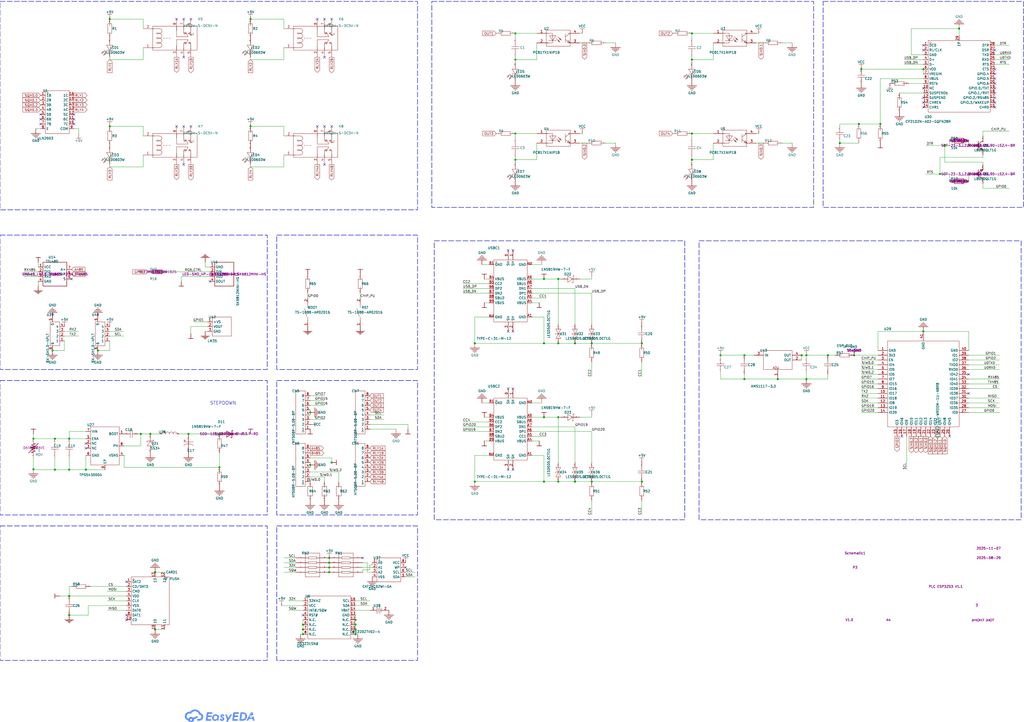
<source format=kicad_sch>
(kicad_sch (version 20250114) (generator "eeschema") (generator_version "9.0")
  (paper "User" 545.084 384.48)
  (lib_symbols
    (symbol "1N5819HW-7-F_1"
      (property "Reference" "D" (at 0 0 0))
      (symbol "1N5819HW-7-F_1_1_0"
        (pin unspecified line (at -5.08 0 0) (length 3.81) (name "K") (number "1"))
        (pin unspecified line (at 5.08 0 180) (length 3.81) (name "A") (number "2"))
      )
    )
    (symbol "L8050QLT1G_1"
      (property "Reference" "Q" (at 0 0 0))
      (symbol "L8050QLT1G_1_1_0"
        (pin unspecified line (at -2.54 0 0) (length 2.54) (name "B") (number "1"))
        (pin unspecified line (at 2.54 5.08 270) (length 2.54) (name "E") (number "2"))
        (pin unspecified line (at 2.54 -5.08 90) (length 2.54) (name "C") (number "3"))
      )
    )
    (symbol "PLC-easyedapro:+5V" (power) (pin_numbers (hide yes)) (pin_names (hide yes))
      (symbol "+5V_1_0"
        (pin power_in line (at 0 0 0) (length 0) (name "") (number "1"))
      )
    )
    (symbol "PLC-easyedapro:0402WGF0000TCE"
      (property "Reference" "R" (at 0 0 0))
      (symbol "0402WGF0000TCE_1_0"
        (pin input line (at -5.08 0 0) (length 2.54) (name "1") (number "1"))
        (pin input line (at 5.08 0 180) (length 2.54) (name "2") (number "2"))
      )
    )
    (symbol "PLC-easyedapro:0402WGF1001TCE"
      (property "Reference" "R" (at 0 0 0))
      (symbol "0402WGF1001TCE_1_0"
        (pin input line (at -5.08 0 0) (length 2.54) (name "1") (number "1"))
        (pin input line (at 5.08 0 180) (length 2.54) (name "2") (number "2"))
      )
    )
    (symbol "PLC-easyedapro:0603WAF1001T5E"
      (property "Reference" "R" (at 0 0 0))
      (symbol "0603WAF1001T5E_1_0"
        (pin input line (at -5.08 0 0) (length 2.54) (name "1") (number "1"))
        (pin input line (at 5.08 0 180) (length 2.54) (name "2") (number "2"))
      )
    )
    (symbol "PLC-easyedapro:0603WAF1002T5E"
      (symbol "0603WAF1002T5E_1_0"
        (pin input line (at -5.08 0 0) (length 2.54) (name "1") (number "1"))
        (pin input line (at 5.08 0 180) (length 2.54) (name "2") (number "2"))
      )
    )
    (symbol "PLC-easyedapro:0kΩ"
      (property "Reference" "R" (at 0 0 0))
      (symbol "0kΩ_1_0"
        (pin unspecified line (at -5.08 0 0) (length 2.54) (name "1") (number "1"))
        (pin unspecified line (at 5.08 0 180) (length 2.54) (name "2") (number "2"))
      )
    )
    (symbol "PLC-easyedapro:10k"
      (property "Reference" "R" (at 0 0 0))
      (symbol "10k_1_0"
        (pin unspecified line (at -5.08 0 0) (length 2.54) (name "1") (number "1"))
        (pin unspecified line (at 5.08 0 180) (length 2.54) (name "2") (number "2"))
      )
    )
    (symbol "PLC-easyedapro:1N5819HW-7-F"
      (property "Reference" "D" (at 0 0 0))
      (symbol "1N5819HW-7-F_1_0"
        (pin unspecified line (at -5.08 0 0) (length 3.81) (name "K") (number "1"))
        (pin unspecified line (at 5.08 0 180) (length 3.81) (name "A") (number "2"))
      )
    )
    (symbol "PLC-easyedapro:4D02WGJ0472TCE"
      (property "Reference" "RN" (at 0 0 0))
      (symbol "4D02WGJ0472TCE_1_0"
        (pin input line (at -8.89 3.81 0) (length 5.08) (name "1") (number "1"))
        (pin input line (at -8.89 1.27 0) (length 5.08) (name "2") (number "2"))
        (pin input line (at -8.89 -1.27 0) (length 5.08) (name "3") (number "3"))
        (pin input line (at -8.89 -3.81 0) (length 5.08) (name "4") (number "4"))
        (pin input line (at 8.89 3.81 180) (length 5.08) (name "8") (number "8"))
        (pin input line (at 8.89 1.27 180) (length 5.08) (name "7") (number "7"))
        (pin input line (at 8.89 -1.27 180) (length 5.08) (name "6") (number "6"))
        (pin input line (at 8.89 -3.81 180) (length 5.08) (name "5") (number "5"))
      )
    )
    (symbol "PLC-easyedapro:AC0402FR-0722R1L"
      (property "Reference" "R" (at 0 0 0))
      (symbol "AC0402FR-0722R1L_1_0"
        (pin input line (at -5.08 0 0) (length 2.54) (name "1") (number "1"))
        (pin input line (at 5.08 0 180) (length 2.54) (name "2") (number "2"))
      )
    )
    (symbol "PLC-easyedapro:AC0402JR-0710KL"
      (property "Reference" "R" (at 0 0 0))
      (symbol "AC0402JR-0710KL_1_0"
        (pin unspecified line (at -5.08 0 0) (length 2.54) (name "1") (number "1"))
        (pin unspecified line (at 5.08 0 180) (length 2.54) (name "2") (number "2"))
      )
    )
    (symbol "PLC-easyedapro:AMS1117-3.3_C22458961"
      (property "Reference" "U" (at 0 0 0))
      (symbol "AMS1117-3.3_C22458961_1_0"
        (text "ADJ" (at -2.794 -4.9276 0) (effects (font (size 1.27 1.27)) (justify left bottom)))
        (pin unspecified line (at -12.7 2.54 0) (length 5.08) (name "IN") (number "3"))
        (pin unspecified line (at 0 -10.16 90) (length 5.08) (name "ADJ") (number "1"))
        (pin unspecified line (at 12.7 2.54 180) (length 5.08) (name "OUT") (number "4"))
        (pin unspecified line (at 12.7 0 180) (length 5.08) (name "OUT") (number "2"))
      )
    )
    (symbol "PLC-easyedapro:BX-SH1.0-4PLT"
      (property "Reference" "U" (at 0 0 0))
      (symbol "BX-SH1.0-4PLT_1_0"
        (pin unspecified line (at -5.08 3.81 0) (length 2.54) (name "1") (number "1"))
        (pin unspecified line (at -5.08 1.27 0) (length 2.54) (name "2") (number "2"))
        (pin unspecified line (at -5.08 -1.27 0) (length 2.54) (name "3") (number "3"))
        (pin unspecified line (at -5.08 -3.81 0) (length 2.54) (name "4") (number "4"))
        (pin unspecified line (at 1.27 8.89 270) (length 2.54) (name "6") (number "6"))
        (pin unspecified line (at 1.27 -8.89 90) (length 2.54) (name "5") (number "5"))
      )
    )
    (symbol "PLC-easyedapro:CAT24C02WI-GA"
      (property "Reference" "U" (at 0 0 0))
      (symbol "CAT24C02WI-GA_1_0"
        (pin unspecified line (at -8.89 3.81 0) (length 2.54) (name "A0") (number "1"))
        (pin unspecified line (at -8.89 1.27 0) (length 2.54) (name "A1") (number "2"))
        (pin unspecified line (at -8.89 -1.27 0) (length 2.54) (name "A2") (number "3"))
        (pin unspecified line (at -8.89 -3.81 0) (length 2.54) (name "VSS") (number "4"))
        (pin unspecified line (at 8.89 3.81 180) (length 2.54) (name "VCC") (number "8"))
        (pin unspecified line (at 8.89 1.27 180) (length 2.54) (name "WP") (number "7"))
        (pin unspecified line (at 8.89 -1.27 180) (length 2.54) (name "SCL") (number "6"))
        (pin unspecified line (at 8.89 -3.81 180) (length 2.54) (name "SDA") (number "5"))
      )
    )
    (symbol "PLC-easyedapro:CC0402KRX7R7BB104"
      (property "Reference" "C" (at 0 0 0))
      (symbol "CC0402KRX7R7BB104_1_0"
        (pin input line (at -5.08 0 0) (length 2.54) (name "1") (number "1"))
        (pin input line (at 5.08 0 180) (length 2.54) (name "2") (number "2"))
      )
    )
    (symbol "PLC-easyedapro:CC0603KRX7R9BB104"
      (property "Reference" "C" (at 0 0 0))
      (symbol "CC0603KRX7R9BB104_1_0"
        (pin unspecified line (at -5.08 0 0) (length 2.54) (name "1") (number "1"))
        (pin unspecified line (at 5.08 0 180) (length 2.54) (name "2") (number "2"))
      )
    )
    (symbol "PLC-easyedapro:CL05A105KP5NNNC"
      (property "Reference" "C" (at 0 0 0))
      (symbol "CL05A105KP5NNNC_1_0"
        (pin input line (at -3.81 0 0) (length 2.54) (name "1") (number "1"))
        (pin input line (at 3.81 0 180) (length 2.54) (name "2") (number "2"))
      )
    )
    (symbol "PLC-easyedapro:CL05A106MQ5NUNC"
      (property "Reference" "C" (at 0 0 0))
      (symbol "CL05A106MQ5NUNC_1_0"
        (pin input line (at -3.81 0 0) (length 2.54) (name "1") (number "1"))
        (pin input line (at 3.81 0 180) (length 2.54) (name "2") (number "2"))
      )
    )
    (symbol "PLC-easyedapro:CL10A106MQ8NNNC"
      (property "Reference" "C" (at 0 0 0))
      (symbol "CL10A106MQ8NNNC_1_0"
        (pin input line (at -5.08 0 0) (length 2.54) (name "1") (number "1"))
        (pin input line (at 5.08 0 180) (length 2.54) (name "2") (number "2"))
      )
    )
    (symbol "PLC-easyedapro:CL10B103KB8NNNC"
      (property "Reference" "C" (at 0 0 0))
      (symbol "CL10B103KB8NNNC_1_0"
        (pin input line (at -3.81 0 0) (length 2.54) (name "1") (number "1"))
        (pin input line (at 3.81 0 180) (length 2.54) (name "2") (number "2"))
      )
    )
    (symbol "PLC-easyedapro:CP2102N-A02-GQFN28R"
      (property "Reference" "U" (at 0 0 0))
      (symbol "CP2102N-A02-GQFN28R_1_0"
        (pin unspecified line (at -19.05 16.51 0) (length 2.54) (name "DCD") (number "1"))
        (pin unspecified line (at -19.05 13.97 0) (length 2.54) (name "RI/CLK") (number "2"))
        (pin unspecified line (at -19.05 11.43 0) (length 2.54) (name "GND") (number "3"))
        (pin unspecified line (at -19.05 8.89 0) (length 2.54) (name "D+") (number "4"))
        (pin unspecified line (at -19.05 6.35 0) (length 2.54) (name "D-") (number "5"))
        (pin unspecified line (at -19.05 3.81 0) (length 2.54) (name "VDD") (number "6"))
        (pin unspecified line (at -19.05 1.27 0) (length 2.54) (name "VREGIN") (number "7"))
        (pin unspecified line (at -19.05 -1.27 0) (length 2.54) (name "VBUS") (number "8"))
        (pin unspecified line (at -19.05 -3.81 0) (length 2.54) (name "RSTb") (number "9"))
        (pin unspecified line (at -19.05 -6.35 0) (length 2.54) (name "NC") (number "10"))
        (pin unspecified line (at -19.05 -8.89 0) (length 2.54) (name "SUSPENDb") (number "11"))
        (pin unspecified line (at -19.05 -11.43 0) (length 2.54) (name "SUSPEND") (number "12"))
        (pin unspecified line (at -19.05 -13.97 0) (length 2.54) (name "CHREN") (number "13"))
        (pin unspecified line (at -19.05 -16.51 0) (length 2.54) (name "CHR1") (number "14"))
        (pin unspecified line (at 0 21.59 270) (length 2.54) (name "EP") (number "29"))
        (pin unspecified line (at 19.05 16.51 180) (length 2.54) (name "DTR") (number "28"))
        (pin unspecified line (at 19.05 13.97 180) (length 2.54) (name "DSR") (number "27"))
        (pin unspecified line (at 19.05 11.43 180) (length 2.54) (name "TXD") (number "26"))
        (pin unspecified line (at 19.05 8.89 180) (length 2.54) (name "RXD") (number "25"))
        (pin unspecified line (at 19.05 6.35 180) (length 2.54) (name "RTS") (number "24"))
        (pin unspecified line (at 19.05 3.81 180) (length 2.54) (name "CTS") (number "23"))
        (pin unspecified line (at 19.05 1.27 180) (length 2.54) (name "GPIO.4") (number "22"))
        (pin unspecified line (at 19.05 -1.27 180) (length 2.54) (name "GPIO.5") (number "21"))
        (pin unspecified line (at 19.05 -3.81 180) (length 2.54) (name "GPIO.6") (number "20"))
        (pin unspecified line (at 19.05 -6.35 180) (length 2.54) (name "GPIO.0/TXT") (number "19"))
        (pin unspecified line (at 19.05 -8.89 180) (length 2.54) (name "GPIO.1/RXT") (number "18"))
        (pin unspecified line (at 19.05 -11.43 180) (length 2.54) (name "GPIO.2/RS485") (number "17"))
        (pin unspecified line (at 19.05 -13.97 180) (length 2.54) (name "GPIO.3/WAKEUP") (number "16"))
        (pin unspecified line (at 19.05 -16.51 180) (length 2.54) (name "CHR0") (number "15"))
      )
    )
    (symbol "PLC-easyedapro:CR1220ZTV02-4"
      (property "Reference" "U" (at 0 0 0))
      (symbol "CR1220ZTV02-4_1_0"
        (pin input line (at -5.08 0 0) (length 3.81) (name "1") (number "1"))
        (pin input line (at 5.08 0 180) (length 3.81) (name "2") (number "2"))
      )
    )
    (symbol "PLC-easyedapro:CYA1040-15UH"
      (property "Reference" "U" (at 0 0 0))
      (symbol "CYA1040-15UH_1_0"
        (pin unspecified line (at -5.08 0 0) (length 1.016) (name "1") (number "1"))
        (pin unspecified line (at 5.08 0 180) (length 1.016) (name "2") (number "2"))
      )
    )
    (symbol "PLC-easyedapro:DS3231SN#_C722469"
      (property "Reference" "U" (at 0 0 0))
      (symbol "DS3231SN#_C722469_1_0"
        (pin unspecified line (at -15.24 10.16 0) (length 2.54) (name "32KHZ") (number "1"))
        (pin unspecified line (at -15.24 7.62 0) (length 2.54) (name "VCC") (number "2"))
        (pin unspecified line (at -15.24 5.08 0) (length 2.54) (name "INT#/SQW") (number "3"))
        (pin unspecified line (at -15.24 2.54 0) (length 2.54) (name "RST#") (number "4"))
        (pin unspecified line (at -15.24 0 0) (length 2.54) (name "N.C.") (number "5"))
        (pin unspecified line (at -15.24 -2.54 0) (length 2.54) (name "N.C.") (number "6"))
        (pin unspecified line (at -15.24 -5.08 0) (length 2.54) (name "N.C.") (number "7"))
        (pin unspecified line (at -15.24 -7.62 0) (length 2.54) (name "N.C.") (number "8"))
        (pin unspecified line (at 12.7 10.16 180) (length 2.54) (name "SCL") (number "16"))
        (pin unspecified line (at 12.7 7.62 180) (length 2.54) (name "SDA") (number "15"))
        (pin unspecified line (at 12.7 5.08 180) (length 2.54) (name "VBAT") (number "14"))
        (pin unspecified line (at 12.7 2.54 180) (length 2.54) (name "GND") (number "13"))
        (pin unspecified line (at 12.7 0 180) (length 2.54) (name "N.C.") (number "12"))
        (pin unspecified line (at 12.7 -2.54 180) (length 2.54) (name "N.C.") (number "11"))
        (pin unspecified line (at 12.7 -5.08 180) (length 2.54) (name "N.C.") (number "10"))
        (pin unspecified line (at 12.7 -7.62 180) (length 2.54) (name "N.C.") (number "9"))
      )
    )
    (symbol "PLC-easyedapro:Drawing-Symbol_A4")
    (symbol "PLC-easyedapro:ESP32-S3-WROOM-1U-N8R8"
      (property "Reference" "U" (at 0 0 0))
      (symbol "ESP32-S3-WROOM-1U-N8R8_1_0"
        (pin unspecified line (at -24.13 17.78 0) (length 5.08) (name "GND") (number "1"))
        (pin unspecified line (at -24.13 15.24 0) (length 5.08) (name "3V3") (number "2"))
        (pin unspecified line (at -24.13 12.7 0) (length 5.08) (name "EN") (number "3"))
        (pin unspecified line (at -24.13 10.16 0) (length 5.08) (name "IO4") (number "4"))
        (pin unspecified line (at -24.13 7.62 0) (length 5.08) (name "IO5") (number "5"))
        (pin unspecified line (at -24.13 5.08 0) (length 5.08) (name "IO6") (number "6"))
        (pin unspecified line (at -24.13 2.54 0) (length 5.08) (name "IO7") (number "7"))
        (pin unspecified line (at -24.13 0 0) (length 5.08) (name "IO15") (number "8"))
        (pin unspecified line (at -24.13 -2.54 0) (length 5.08) (name "IO16") (number "9"))
        (pin unspecified line (at -24.13 -5.08 0) (length 5.08) (name "IO17") (number "10"))
        (pin unspecified line (at -24.13 -7.62 0) (length 5.08) (name "IO18") (number "11"))
        (pin unspecified line (at -24.13 -10.16 0) (length 5.08) (name "IO8") (number "12"))
        (pin unspecified line (at -24.13 -12.7 0) (length 5.08) (name "IO19") (number "13"))
        (pin unspecified line (at -24.13 -15.24 0) (length 5.08) (name "IO20") (number "14"))
        (pin unspecified line (at -13.97 -27.94 90) (length 5.08) (name "IO3") (number "15"))
        (pin unspecified line (at -11.43 -27.94 90) (length 5.08) (name "IO46") (number "16"))
        (pin unspecified line (at -8.89 -27.94 90) (length 5.08) (name "IO9") (number "17"))
        (pin unspecified line (at -6.35 -27.94 90) (length 5.08) (name "IO10") (number "18"))
        (pin unspecified line (at -3.81 -27.94 90) (length 5.08) (name "IO11") (number "19"))
        (pin unspecified line (at -1.27 -27.94 90) (length 5.08) (name "IO12") (number "20"))
        (pin unspecified line (at 0 27.94 270) (length 5.08) (name "GND") (number "41"))
        (pin unspecified line (at 1.27 -27.94 90) (length 5.08) (name "IO13") (number "21"))
        (pin unspecified line (at 3.81 -27.94 90) (length 5.08) (name "IO14") (number "22"))
        (pin unspecified line (at 6.35 -27.94 90) (length 5.08) (name "IO21") (number "23"))
        (pin unspecified line (at 8.89 -27.94 90) (length 5.08) (name "IO47") (number "24"))
        (pin unspecified line (at 11.43 -27.94 90) (length 5.08) (name "IO48") (number "25"))
        (pin unspecified line (at 13.97 -27.94 90) (length 5.08) (name "IO45") (number "26"))
        (pin unspecified line (at 24.13 17.78 180) (length 5.08) (name "GND") (number "40"))
        (pin unspecified line (at 24.13 15.24 180) (length 5.08) (name "IO1") (number "39"))
        (pin unspecified line (at 24.13 12.7 180) (length 5.08) (name "IO2") (number "38"))
        (pin unspecified line (at 24.13 10.16 180) (length 5.08) (name "TXD0") (number "37"))
        (pin unspecified line (at 24.13 7.62 180) (length 5.08) (name "RXD0") (number "36"))
        (pin unspecified line (at 24.13 5.08 180) (length 5.08) (name "IO42") (number "35"))
        (pin unspecified line (at 24.13 2.54 180) (length 5.08) (name "IO41") (number "34"))
        (pin unspecified line (at 24.13 0 180) (length 5.08) (name "IO40") (number "33"))
        (pin unspecified line (at 24.13 -2.54 180) (length 5.08) (name "IO39") (number "32"))
        (pin unspecified line (at 24.13 -5.08 180) (length 5.08) (name "IO38") (number "31"))
        (pin unspecified line (at 24.13 -7.62 180) (length 5.08) (name "IO37") (number "30"))
        (pin unspecified line (at 24.13 -10.16 180) (length 5.08) (name "IO36") (number "29"))
        (pin unspecified line (at 24.13 -12.7 180) (length 5.08) (name "IO35") (number "28"))
        (pin unspecified line (at 24.13 -15.24 180) (length 5.08) (name "IO0") (number "27"))
      )
    )
    (symbol "PLC-easyedapro:GND" (power) (pin_numbers (hide yes)) (pin_names (hide yes))
      (symbol "GND_1_0"
        (pin power_in line (at 0 0 0) (length 0) (name "") (number "1"))
      )
    )
    (symbol "PLC-easyedapro:Ground-GND" (power) (pin_numbers (hide yes)) (pin_names (hide yes))
      (property "Value" "GND" (at 0 -6.35 0))
      (symbol "Ground-GND_1_0"
        (pin power_in line (at 0 0 270) (length 2.54) (name "GND") (number "1"))
      )
    )
    (symbol "PLC-easyedapro:HRS2H-S-DC5V-N"
      (property "Reference" "K" (at 0 0 0))
      (symbol "HRS2H-S-DC5V-N_1_0"
        (pin unspecified line (at -15.24 5.08 0) (length 5.08) (name "2") (number "2"))
        (pin unspecified line (at -15.24 -5.08 0) (length 5.08) (name "1") (number "1"))
        (pin unspecified line (at 2.54 10.16 270) (length 5.08) (name "8") (number "8"))
        (pin unspecified line (at 2.54 -10.16 90) (length 5.08) (name "3") (number "3"))
        (pin unspecified line (at 6.35 10.16 270) (length 5.08) (name "7") (number "7"))
        (pin unspecified line (at 6.35 -10.16 90) (length 5.08) (name "4") (number "4"))
        (pin unspecified line (at 10.16 10.16 270) (length 5.08) (name "6") (number "6"))
        (pin unspecified line (at 10.16 -10.16 90) (length 5.08) (name "5") (number "5"))
      )
    )
    (symbol "PLC-easyedapro:HT508R-5.08-8P"
      (property "Reference" "CN" (at 0 0 0))
      (symbol "HT508R-5.08-8P_1_0"
        (pin unspecified line (at -5.08 8.89 0) (length 2.54) (name "1") (number "1"))
        (pin unspecified line (at -5.08 6.35 0) (length 2.54) (name "2") (number "2"))
        (pin unspecified line (at -5.08 3.81 0) (length 2.54) (name "3") (number "3"))
        (pin unspecified line (at -5.08 1.27 0) (length 2.54) (name "4") (number "4"))
        (pin unspecified line (at -5.08 -1.27 0) (length 2.54) (name "5") (number "5"))
        (pin unspecified line (at -5.08 -3.81 0) (length 2.54) (name "6") (number "6"))
        (pin unspecified line (at -5.08 -6.35 0) (length 2.54) (name "7") (number "7"))
        (pin unspecified line (at -5.08 -8.89 0) (length 2.54) (name "8") (number "8"))
      )
    )
    (symbol "PLC-easyedapro:L8050QLT1G"
      (property "Reference" "Q" (at 0 0 0))
      (symbol "L8050QLT1G_1_0"
        (pin unspecified line (at -2.54 0 0) (length 2.54) (name "B") (number "1"))
        (pin unspecified line (at 2.54 5.08 270) (length 2.54) (name "C") (number "3"))
        (pin unspecified line (at 2.54 -5.08 90) (length 2.54) (name "E") (number "2"))
      )
    )
    (symbol "PLC-easyedapro:LESD5D5.0CT1G_C5246195"
      (property "Reference" "U" (at 0 0 0))
      (symbol "LESD5D5.0CT1G_C5246195_1_0"
        (pin unspecified line (at -5.08 0 0) (length 2.54) (name "1") (number "1"))
        (pin unspecified line (at 5.08 0 180) (length 2.54) (name "2") (number "2"))
      )
    )
    (symbol "PLC-easyedapro:LM35"
      (property "Reference" "U" (at 0 0 0))
      (symbol "LM35_1_0"
        (pin unspecified line (at -5.08 2.54 0) (length 2.54) (name "+VS") (number "1"))
        (pin unspecified line (at -5.08 0 0) (length 2.54) (name "VOUT") (number "2"))
        (pin unspecified line (at -5.08 -2.54 0) (length 2.54) (name "GND") (number "3"))
      )
    )
    (symbol "PLC-easyedapro:MOV"
      (symbol "MOV_1_0"
        (pin bidirectional line (at -5.334 0.254 0) (length 2.4892) (name "1") (number "P$1"))
        (pin bidirectional line (at 4.826 0.254 180) (length 2.4892) (name "2") (number "P$2"))
      )
    )
    (symbol "PLC-easyedapro:PC817X1NIP1B"
      (property "Reference" "U" (at 0 0 0))
      (symbol "PC817X1NIP1B_1_0"
        (pin unspecified line (at -12.7 2.54 0) (length 5.08) (name "AN") (number "1"))
        (pin unspecified line (at -12.7 -2.54 0) (length 5.08) (name "CAT") (number "2"))
        (pin unspecified line (at 10.16 2.54 180) (length 5.08) (name "COL") (number "4"))
        (pin unspecified line (at 10.16 -2.54 180) (length 5.08) (name "EM") (number "3"))
      )
    )
    (symbol "PLC-easyedapro:Power-5V" (power) (pin_numbers (hide yes)) (pin_names (hide yes))
      (symbol "Power-5V_1_0"
        (pin power_in line (at 0 0 90) (length 1.27) (name "+5V") (number "1"))
      )
    )
    (symbol "PLC-easyedapro:Power-VCC" (power) (pin_numbers (hide yes)) (pin_names (hide yes))
      (symbol "Power-VCC_1_0"
        (pin power_in line (at 0 0 90) (length 1.27) (name "VCC") (number "1"))
      )
    )
    (symbol "PLC-easyedapro:RC0402FR-071KL"
      (property "Reference" "R" (at 0 0 0))
      (symbol "RC0402FR-071KL_1_0"
        (pin input line (at -5.08 0 0) (length 2.54) (name "1") (number "1"))
        (pin input line (at 5.08 0 180) (length 2.54) (name "2") (number "2"))
      )
    )
    (symbol "PLC-easyedapro:RC0402FR-0747K5L"
      (property "Reference" "R" (at 0 0 0))
      (symbol "RC0402FR-0747K5L_1_0"
        (pin input line (at -5.08 0 0) (length 2.54) (name "1") (number "1"))
        (pin input line (at 5.08 0 180) (length 2.54) (name "2") (number "2"))
      )
    )
    (symbol "PLC-easyedapro:RC0402FR-075K1L"
      (property "Reference" "R" (at 0 0 0))
      (symbol "RC0402FR-075K1L_1_0"
        (pin input line (at -5.08 0 0) (length 2.54) (name "1") (number "1"))
        (pin input line (at 5.08 0 180) (length 2.54) (name "2") (number "2"))
      )
    )
    (symbol "PLC-easyedapro:RC0603FR-0710KL"
      (property "Reference" "R" (at 0 0 0))
      (symbol "RC0603FR-0710KL_1_0"
        (pin input line (at -5.08 0 0) (length 2.54) (name "1") (number "1"))
        (pin input line (at 5.08 0 180) (length 2.54) (name "2") (number "2"))
      )
    )
    (symbol "PLC-easyedapro:RC0603FR-074K7L"
      (property "Reference" "R" (at 0 0 0))
      (symbol "RC0603FR-074K7L_1_0"
        (pin input line (at -5.08 0 0) (length 2.54) (name "1") (number "1"))
        (pin input line (at 5.08 0 180) (length 2.54) (name "2") (number "2"))
      )
    )
    (symbol "PLC-easyedapro:RT0603BRD07165RL"
      (property "Reference" "U" (at 0 0 0))
      (symbol "RT0603BRD07165RL_1_0"
        (pin unspecified line (at -5.08 0 0) (length 2.54) (name "1") (number "1"))
        (pin unspecified line (at 5.08 0 180) (length 2.54) (name "2") (number "2"))
      )
    )
    (symbol "PLC-easyedapro:SK6812MINI-HS"
      (property "Reference" "U" (at 0 0 0))
      (symbol "SK6812MINI-HS_1_0"
        (pin unspecified line (at -7.62 3.81 0) (length 2.54) (name "GND") (number "1"))
        (pin unspecified line (at -7.62 1.27 0) (length 2.54) (name "DIN") (number "2"))
        (pin unspecified line (at -7.62 -1.27 0) (length 2.54) (name "VDD") (number "3"))
        (pin unspecified line (at -7.62 -3.81 0) (length 2.54) (name "DOUT") (number "4"))
      )
    )
    (symbol "PLC-easyedapro:SS34_C2891718"
      (property "Reference" "D" (at 0 0 0))
      (symbol "SS34_C2891718_1_0"
        (pin input line (at -5.08 0 0) (length 2.54) (name "K") (number "1"))
        (pin input line (at 5.08 0 180) (length 2.54) (name "A") (number "2"))
      )
    )
    (symbol "PLC-easyedapro:TCC0603X5R475K250CT"
      (property "Reference" "C" (at 0 0 0))
      (symbol "TCC0603X5R475K250CT_1_0"
        (pin unspecified line (at -5.08 0 0) (length 2.54) (name "1") (number "1"))
        (pin unspecified line (at 5.08 0 180) (length 2.54) (name "2") (number "2"))
      )
    )
    (symbol "PLC-easyedapro:TF PUSH"
      (property "Reference" "CARD" (at 0 0 0))
      (symbol "TF PUSH_1_0"
        (pin unspecified line (at -10.16 10.16 0) (length 2.54) (name "DAT2") (number "1"))
        (pin unspecified line (at -10.16 7.62 0) (length 2.54) (name "CD/DAT3") (number "2"))
        (pin unspecified line (at -10.16 5.08 0) (length 2.54) (name "CMD") (number "3"))
        (pin unspecified line (at -10.16 2.54 0) (length 2.54) (name "VDD") (number "4"))
        (pin unspecified line (at -10.16 0 0) (length 2.54) (name "CLX") (number "5"))
        (pin unspecified line (at -10.16 -2.54 0) (length 2.54) (name "VSS") (number "6"))
        (pin unspecified line (at -10.16 -5.08 0) (length 2.54) (name "DAT0") (number "7"))
        (pin unspecified line (at -10.16 -7.62 0) (length 2.54) (name "DAT1") (number "8"))
        (pin unspecified line (at -10.16 -10.16 0) (length 2.54) (name "CD") (number "CD"))
        (pin unspecified line (at 5.08 15.24 270) (length 2.54) (name "13") (number "13"))
        (pin unspecified line (at 5.08 -15.24 90) (length 2.54) (name "10") (number "10"))
        (pin unspecified line (at 10.16 15.24 270) (length 2.54) (name "12") (number "12"))
        (pin unspecified line (at 10.16 -15.24 90) (length 2.54) (name "11") (number "11"))
      )
    )
    (symbol "PLC-easyedapro:TP-SMD"
      (property "Reference" "ESP_3V" (at 0 0 0))
      (symbol "TP-SMD_1_0"
        (pin unspecified line (at -2.54 0 0) (length 2.54) (name "1") (number "1"))
      )
    )
    (symbol "PLC-easyedapro:TPS5430DDA"
      (property "Reference" "U" (at 0 0 0))
      (symbol "TPS5430DDA_1_0"
        (pin unspecified line (at -10.16 3.81 0) (length 2.54) (name "VIN") (number "7"))
        (pin unspecified line (at -10.16 0 0) (length 2.54) (name "ENA") (number "5"))
        (pin unspecified line (at -10.16 -2.54 0) (length 2.54) (name "NC") (number "2"))
        (pin unspecified line (at -10.16 -5.08 0) (length 2.54) (name "NC") (number "3"))
        (pin unspecified line (at -10.16 -8.89 0) (length 2.54) (name "GND") (number "6"))
        (pin unspecified line (at 0 -16.51 90) (length 2.54) (name "EP") (number "9"))
        (pin unspecified line (at 10.16 2.54 180) (length 2.54) (name "BOOT") (number "1"))
        (pin unspecified line (at 10.16 -3.81 180) (length 2.54) (name "PH") (number "8"))
        (pin unspecified line (at 10.16 -8.89 180) (length 2.54) (name "VSNS") (number "4"))
      )
    )
    (symbol "PLC-easyedapro:TS-1088-AR02016"
      (property "Reference" "SW" (at 0 0 0))
      (symbol "TS-1088-AR02016_1_0"
        (pin unspecified line (at -7.62 0 0) (length 2.54) (name "1") (number "1"))
        (pin unspecified line (at 7.62 0 180) (length 2.54) (name "2") (number "2"))
      )
    )
    (symbol "PLC-easyedapro:TTL485"
      (property "Reference" "U" (at 0 0 0))
      (symbol "TTL485_1_0"
        (pin unspecified line (at -8.89 3.81 0) (length 2.54) (name "VCC") (number "1"))
        (pin unspecified line (at -8.89 1.27 0) (length 2.54) (name "TXD") (number "2"))
        (pin unspecified line (at -8.89 -1.27 0) (length 2.54) (name "RXD") (number "3"))
        (pin unspecified line (at -8.89 -3.81 0) (length 2.54) (name "GND") (number "4"))
        (pin unspecified line (at 8.89 2.54 180) (length 2.54) (name "A+") (number "7"))
        (pin unspecified line (at 8.89 0 180) (length 2.54) (name "B-") (number "6"))
        (pin unspecified line (at 8.89 -2.54 180) (length 2.54) (name "S") (number "5"))
      )
    )
    (symbol "PLC-easyedapro:TYPE-C-31-M-12"
      (property "Reference" "USBC" (at 0 0 0))
      (symbol "TYPE-C-31-M-12_1_0"
        (pin unspecified line (at -11.43 13.97 0) (length 2.54) (name "GND") (number "B1"))
        (pin unspecified line (at -11.43 6.35 0) (length 2.54) (name "VBUS") (number "B4"))
        (pin unspecified line (at -11.43 3.81 0) (length 2.54) (name "CC2") (number "B5"))
        (pin unspecified line (at -11.43 1.27 0) (length 2.54) (name "DP2") (number "B6"))
        (pin unspecified line (at -11.43 -1.27 0) (length 2.54) (name "DN2") (number "B7"))
        (pin unspecified line (at -11.43 -3.81 0) (length 2.54) (name "SBU2") (number "B8"))
        (pin unspecified line (at -11.43 -6.35 0) (length 2.54) (name "VBUS") (number "B9"))
        (pin unspecified line (at -11.43 -13.97 0) (length 2.54) (name "GND") (number "B12"))
        (pin unspecified line (at -1.27 21.59 270) (length 5.08) (name "SH") (number "0"))
        (pin unspecified line (at -1.27 -21.59 90) (length 5.08) (name "SH") (number "3"))
        (pin unspecified line (at 1.27 21.59 270) (length 5.08) (name "SH") (number "1"))
        (pin unspecified line (at 1.27 -21.59 90) (length 5.08) (name "SH") (number "2"))
        (pin unspecified line (at 11.43 13.97 180) (length 2.54) (name "GND") (number "A12"))
        (pin unspecified line (at 11.43 6.35 180) (length 2.54) (name "VBUS") (number "A9"))
        (pin unspecified line (at 11.43 3.81 180) (length 2.54) (name "SBU1") (number "A8"))
        (pin unspecified line (at 11.43 1.27 180) (length 2.54) (name "DN1") (number "A7"))
        (pin unspecified line (at 11.43 -1.27 180) (length 2.54) (name "DP1") (number "A6"))
        (pin unspecified line (at 11.43 -3.81 180) (length 2.54) (name "CC1") (number "A5"))
        (pin unspecified line (at 11.43 -6.35 180) (length 2.54) (name "VBUS") (number "A4"))
        (pin unspecified line (at 11.43 -13.97 180) (length 2.54) (name "GND") (number "A1"))
      )
    )
    (symbol "PLC-easyedapro:ULN2003_C6851442"
      (property "Reference" "U" (at 0 0 0))
      (symbol "ULN2003_C6851442_1_0"
        (pin unspecified line (at -10.16 10.16 0) (length 2.54) (name "1B") (number "1"))
        (pin unspecified line (at -10.16 7.62 0) (length 2.54) (name "2B") (number "2"))
        (pin unspecified line (at -10.16 5.08 0) (length 2.54) (name "3B") (number "3"))
        (pin unspecified line (at -10.16 2.54 0) (length 2.54) (name "4B") (number "4"))
        (pin unspecified line (at -10.16 0 0) (length 2.54) (name "5B") (number "5"))
        (pin unspecified line (at -10.16 -2.54 0) (length 2.54) (name "6B") (number "6"))
        (pin unspecified line (at -10.16 -5.08 0) (length 2.54) (name "7B") (number "7"))
        (pin unspecified line (at -10.16 -7.62 0) (length 2.54) (name "E") (number "8"))
        (pin unspecified line (at 7.62 10.16 180) (length 2.54) (name "1C") (number "16"))
        (pin unspecified line (at 7.62 7.62 180) (length 2.54) (name "2C") (number "15"))
        (pin unspecified line (at 7.62 5.08 180) (length 2.54) (name "3C") (number "14"))
        (pin unspecified line (at 7.62 2.54 180) (length 2.54) (name "4C") (number "13"))
        (pin unspecified line (at 7.62 0 180) (length 2.54) (name "5C") (number "12"))
        (pin unspecified line (at 7.62 -2.54 180) (length 2.54) (name "6C") (number "11"))
        (pin unspecified line (at 7.62 -5.08 180) (length 2.54) (name "7C") (number "10"))
        (pin unspecified line (at 7.62 -7.62 180) (length 2.54) (name "COM") (number "9"))
      )
    )
    (symbol "PLC-easyedapro:UWT1H221MNL1GS"
      (property "Reference" "C" (at 0 0 0))
      (symbol "UWT1H221MNL1GS_1_0"
        (pin input line (at 0 5.08 270) (length 4.318) (name "1") (number "1"))
        (pin input line (at 0 -5.08 90) (length 4.826) (name "2") (number "2"))
      )
    )
    (symbol "PLC-easyedapro:VBUS" (power) (pin_numbers (hide yes)) (pin_names (hide yes))
      (symbol "VBUS_1_0"
        (pin power_in line (at 0 0 0) (length 0) (name "") (number "1"))
      )
    )
    (symbol "PLC-easyedapro:VCC" (power) (pin_numbers (hide yes)) (pin_names (hide yes))
      (symbol "VCC_1_0"
        (pin power_in line (at 0 0 0) (length 0) (name "") (number "1"))
      )
    )
    (symbol "PLC-easyedapro:VIN" (power) (pin_numbers (hide yes)) (pin_names (hide yes))
      (symbol "VIN_1_0"
        (pin power_in line (at 0 0 0) (length 0) (name "") (number "1"))
      )
    )
    (symbol "PLC-easyedapro:YLED0603W"
      (property "Reference" "LED" (at 0 0 0))
      (symbol "YLED0603W_1_0"
        (pin unspecified line (at -5.08 0 0) (length 2.54) (name "K") (number "1"))
        (pin unspecified line (at 5.08 0 180) (length 2.54) (name "A") (number "2"))
      )
    )
  )
  (rectangle (start 147.32 280.162) (end 222.25 351.79) (stroke (width 0.254) (type dash)))
  (rectangle (start 0 280.162) (end 142.24 351.79) (stroke (width 0.254) (type dash)))
  (rectangle (start 229.87 0.762) (end 433.07 110.49) (stroke (width 0.254) (type dash)))
  (rectangle (start 372.11 128.27) (end 543.56 276.86) (stroke (width 0.254) (type dash)))
  (rectangle (start 438.15 0.762) (end 544.83 110.49) (stroke (width 0.254) (type dash)))
  (rectangle (start 0 0.762) (end 222.25 111.76) (stroke (width 0.254) (type dash)))
  (rectangle (start 0 125.222) (end 142.24 196.85) (stroke (width 0.254) (type dash)))
  (rectangle (start 231.14 128.27) (end 364.49 276.86) (stroke (width 0.254) (type dash)))
  (rectangle (start 147.32 202.692) (end 222.25 274.32) (stroke (width 0.254) (type dash)))
  (rectangle (start 147.32 125.222) (end 222.25 196.85) (stroke (width 0.254) (type dash)))
  (rectangle (start 0 202.692) (end 142.24 274.32) (stroke (width 0.254) (type dash)))
  (text "STEPDOWN" (at 111.76 215.9 0) (effects (font (size 1.7526 1.7526)) (justify left bottom)))
  (junction (at 341.63 256.54))
  (junction (at 165.1 247.65))
  (junction (at 82.55 335.28))
  (junction (at 175.26 304.8))
  (junction (at 368.3 71.12))
  (junction (at 80.01 231.14))
  (junction (at 500.38 92.71))
  (junction (at 52.07 186.69))
  (junction (at 341.63 182.88))
  (junction (at 189.23 330.2))
  (junction (at 468.63 66.04))
  (junction (at 297.18 256.54))
  (junction (at 17.78 249.936))
  (junction (at 252.73 182.88))
  (junction (at 58.42 67.31))
  (junction (at 175.26 302.26))
  (junction (at 58.42 10.16))
  (junction (at 396.24 201.93))
  (junction (at 82.55 304.8))
  (junction (at 368.3 85.09))
  (junction (at 274.32 31.75))
  (junction (at 510.54 15.24))
  (junction (at 161.29 337.82))
  (junction (at 189.23 332.74))
  (junction (at 175.26 299.72))
  (junction (at 289.56 222.25))
  (junction (at 454.66 189.23))
  (junction (at 36.83 327.66))
  (junction (at 116.84 248.92))
  (junction (at 189.23 337.82))
  (junction (at 297.18 148.59))
  (junction (at 297.18 182.88))
  (junction (at 133.35 10.16))
  (junction (at 29.21 250.19))
  (junction (at 314.96 256.54))
  (junction (at 36.83 250.19))
  (junction (at 165.1 219.71))
  (junction (at 116.84 231.14))
  (junction (at 161.29 335.28))
  (junction (at 491.49 36.83))
  (junction (at 457.2 66.04))
  (junction (at 74.93 231.14))
  (junction (at 274.32 85.09))
  (junction (at 383.54 189.23))
  (junction (at 414.02 201.93))
  (junction (at 426.72 189.23))
  (junction (at 306.07 256.54))
  (junction (at 274.32 71.12))
  (junction (at 189.23 335.28))
  (junction (at 27.94 186.69))
  (junction (at 429.26 201.93))
  (junction (at 36.83 233.68))
  (junction (at 458.47 36.83))
  (junction (at 368.3 17.78))
  (junction (at 491.49 176.53))
  (junction (at 314.96 182.88))
  (junction (at 289.56 148.59))
  (junction (at 396.24 189.23))
  (junction (at 36.83 317.5))
  (junction (at 45.72 250.19))
  (junction (at 306.07 182.88))
  (junction (at 297.18 222.25))
  (junction (at 175.26 297.18))
  (junction (at 29.21 233.68))
  (junction (at 368.3 31.75))
  (junction (at 289.56 256.54))
  (junction (at 252.73 256.54))
  (junction (at 502.92 77.47))
  (junction (at 100.33 231.14))
  (junction (at 161.29 332.74))
  (junction (at 440.69 189.23))
  (junction (at 429.26 189.23))
  (junction (at 447.04 76.2))
  (junction (at 274.32 17.78))
  (junction (at 17.78 233.68))
  (junction (at 133.35 67.31))
  (junction (at 176.53 246.38))
  (junction (at 289.56 182.88))
  (no_connect (at 39.37 63.5))
  (no_connect (at 529.59 46.99))
  (no_connect (at 529.59 26.67))
  (no_connect (at 161.29 327.66))
  (no_connect (at 97.79 30.48))
  (no_connect (at 529.59 52.07))
  (no_connect (at 491.49 57.15))
  (no_connect (at 97.79 87.63))
  (no_connect (at 529.59 44.45))
  (no_connect (at 270.51 207.01))
  (no_connect (at 270.51 133.35))
  (no_connect (at 529.59 57.15))
  (no_connect (at 172.72 10.16))
  (no_connect (at 491.49 24.13))
  (no_connect (at 39.37 66.04))
  (no_connect (at 45.72 236.22))
  (no_connect (at 273.05 133.35))
  (no_connect (at 97.79 67.31))
  (no_connect (at 491.49 26.67))
  (no_connect (at 21.59 66.04))
  (no_connect (at 491.49 52.07))
  (no_connect (at 273.05 207.01))
  (no_connect (at 273.05 250.19))
  (no_connect (at 273.05 176.53))
  (no_connect (at 529.59 36.83))
  (no_connect (at 529.59 41.91))
  (no_connect (at 111.76 149.86))
  (no_connect (at 168.91 10.16))
  (no_connect (at 172.72 67.31))
  (no_connect (at 67.31 330.2))
  (no_connect (at 67.31 309.88))
  (no_connect (at 176.53 10.16))
  (no_connect (at 491.49 46.99))
  (no_connect (at 172.72 87.63))
  (no_connect (at 39.37 60.96))
  (no_connect (at 97.79 10.16))
  (no_connect (at 529.59 54.61))
  (no_connect (at 491.49 54.61))
  (no_connect (at 168.91 67.31))
  (no_connect (at 176.53 67.31))
  (no_connect (at 21.59 60.96))
  (no_connect (at 515.62 199.39))
  (no_connect (at 21.59 63.5))
  (no_connect (at 505.46 232.41))
  (no_connect (at 529.59 49.53))
  (no_connect (at 215.9 302.26))
  (no_connect (at 270.51 176.53))
  (no_connect (at 515.62 209.55))
  (no_connect (at 38.1 148.59))
  (no_connect (at 45.72 238.76))
  (no_connect (at 172.72 30.48))
  (no_connect (at 101.6 67.31))
  (no_connect (at 270.51 250.19))
  (no_connect (at 93.98 10.16))
  (no_connect (at 93.98 67.31))
  (no_connect (at 529.59 39.37))
  (no_connect (at 67.31 327.66))
  (no_connect (at 193.04 297.18))
  (no_connect (at 480.06 232.41))
  (no_connect (at 101.6 10.16))
  (wire (pts (xy 55.88 250.19) (xy 45.72 250.19)))
  (wire (pts (xy 518.16 77.47) (xy 515.62 77.47)))
  (wire (pts (xy 401.32 189.23) (xy 396.24 189.23)))
  (wire (pts (xy 523.24 83.82) (xy 523.24 82.55)))
  (wire (pts (xy 289.56 182.88) (xy 297.18 182.88)))
  (wire (pts (xy 532.13 219.71) (xy 515.62 219.71)))
  (wire (pts (xy 20.32 139.7) (xy 20.32 142.24)))
  (wire (pts (xy 76.2 82.55) (xy 76.2 88.9)))
  (wire (pts (xy 491.49 176.53) (xy 515.62 176.53)))
  (wire (pts (xy 368.3 33.02) (xy 368.3 31.75)))
  (wire (pts (xy 172.72 256.54) (xy 172.72 254)))
  (wire (pts (xy 260.35 140.97) (xy 256.54 140.97)))
  (wire (pts (xy 260.35 151.13) (xy 246.38 151.13)))
  (wire (pts (xy 198.12 299.72) (xy 198.12 300.99)))
  (wire (pts (xy 467.36 217.17) (xy 458.47 217.17)))
  (wire (pts (xy 52.07 186.69) (xy 58.42 186.69)))
  (wire (pts (xy 314.96 148.59) (xy 308.61 148.59)))
  (wire (pts (xy 314.96 266.7) (xy 314.96 274.32)))
  (wire (pts (xy 289.56 168.91) (xy 289.56 182.88)))
  (wire (pts (xy 58.42 88.9) (xy 58.42 87.63)))
  (wire (pts (xy 322.58 76.2) (xy 327.66 76.2)))
  (wire (pts (xy 157.48 302.26) (xy 151.13 302.26)))
  (wire (pts (xy 100.33 231.14) (xy 116.84 231.14)))
  (wire (pts (xy 76.2 10.16) (xy 58.42 10.16)))
  (wire (pts (xy 368.3 85.09) (xy 379.73 85.09)))
  (wire (pts (xy 252.73 182.88) (xy 289.56 182.88)))
  (wire (pts (xy 48.26 312.42) (xy 67.31 312.42)))
  (wire (pts (xy 36.83 233.68) (xy 29.21 233.68)))
  (wire (pts (xy 274.32 83.82) (xy 274.32 85.09)))
  (wire (pts (xy 274.32 17.78) (xy 285.75 17.78)))
  (wire (pts (xy 523.24 69.85) (xy 537.21 69.85)))
  (wire (pts (xy 260.35 227.33) (xy 246.38 227.33)))
  (wire (pts (xy 283.21 158.75) (xy 290.83 158.75)))
  (wire (pts (xy 402.59 76.2) (xy 406.4 76.2)))
  (wire (pts (xy 111.76 147.32) (xy 96.52 147.32)))
  (wire (pts (xy 165.1 246.38) (xy 165.1 247.65)))
  (wire (pts (xy 160.02 337.82) (xy 161.29 337.82)))
  (wire (pts (xy 116.84 241.3) (xy 116.84 248.92)))
  (wire (pts (xy 57.15 320.04) (xy 67.31 320.04)))
  (wire (pts (xy 447.04 66.04) (xy 447.04 67.31)))
  (wire (pts (xy 515.62 212.09) (xy 532.13 212.09)))
  (wire (pts (xy 172.72 223.52) (xy 165.1 223.52)))
  (wire (pts (xy 341.63 256.54) (xy 314.96 256.54)))
  (wire (pts (xy 383.54 201.93) (xy 396.24 201.93)))
  (wire (pts (xy 36.83 317.5) (xy 31.75 317.5)))
  (wire (pts (xy 161.29 322.58) (xy 149.86 322.58)))
  (wire (pts (xy 485.14 29.21) (xy 491.49 29.21)))
  (wire (pts (xy 532.13 204.47) (xy 515.62 204.47)))
  (wire (pts (xy 151.13 88.9) (xy 133.35 88.9)))
  (wire (pts (xy 196.85 303.53) (xy 193.04 303.53)))
  (wire (pts (xy 46.99 322.58) (xy 46.99 327.66)))
  (wire (pts (xy 157.48 304.8) (xy 151.13 304.8)))
  (wire (pts (xy 341.63 266.7) (xy 341.63 274.32)))
  (wire (pts (xy 283.21 168.91) (xy 289.56 168.91)))
  (wire (pts (xy 204.47 220.98) (xy 196.85 220.98)))
  (wire (pts (xy 289.56 242.57) (xy 289.56 256.54)))
  (wire (pts (xy 109.22 176.53) (xy 110.49 176.53)))
  (wire (pts (xy 274.32 85.09) (xy 285.75 85.09)))
  (wire (pts (xy 29.21 250.19) (xy 36.83 250.19)))
  (wire (pts (xy 505.46 96.52) (xy 505.46 92.71)))
  (wire (pts (xy 252.73 168.91) (xy 252.73 182.88)))
  (wire (pts (xy 80.01 231.14) (xy 85.09 231.14)))
  (wire (pts (xy 306.07 172.72) (xy 306.07 153.67)))
  (wire (pts (xy 45.72 233.68) (xy 36.83 233.68)))
  (wire (pts (xy 283.21 161.29) (xy 287.02 161.29)))
  (wire (pts (xy 195.58 299.72) (xy 193.04 299.72)))
  (wire (pts (xy 195.58 304.8) (xy 195.58 299.72)))
  (wire (pts (xy 297.18 148.59) (xy 289.56 148.59)))
  (wire (pts (xy 285.75 31.75) (xy 285.75 22.86)))
  (wire (pts (xy 260.35 234.95) (xy 257.81 234.95)))
  (wire (pts (xy 467.36 214.63) (xy 458.47 214.63)))
  (wire (pts (xy 29.21 250.19) (xy 17.78 250.19)))
  (wire (pts (xy 66.04 248.92) (xy 66.04 242.57)))
  (wire (pts (xy 58.42 179.07) (xy 66.04 179.07)))
  (wire (pts (xy 260.35 156.21) (xy 246.38 156.21)))
  (wire (pts (xy 165.1 243.8654) (xy 176.53 243.8654)))
  (wire (pts (xy 260.35 214.63) (xy 256.54 214.63)))
  (wire (pts (xy 39.37 68.58) (xy 41.91 68.58)))
  (wire (pts (xy 76.2 67.31) (xy 76.2 72.39)))
  (wire (pts (xy 165.1 251.46) (xy 180.34 251.46)))
  (wire (pts (xy 429.26 201.93) (xy 414.02 201.93)))
  (wire (pts (xy 314.96 229.87) (xy 283.21 229.87)))
  (wire (pts (xy 17.78 233.68) (xy 17.78 231.14)))
  (wire (pts (xy 523.24 86.36) (xy 523.24 87.63)))
  (wire (pts (xy 468.63 66.04) (xy 468.63 41.91)))
  (wire (pts (xy 260.35 161.29) (xy 257.81 161.29)))
  (wire (pts (xy 274.32 33.02) (xy 274.32 31.75)))
  (wire (pts (xy 505.46 74.93) (xy 505.46 77.47)))
  (wire (pts (xy 447.04 74.93) (xy 447.04 76.2)))
  (wire (pts (xy 402.59 17.78) (xy 403.86 17.78)))
  (wire (pts (xy 283.21 140.97) (xy 288.29 140.97)))
  (wire (pts (xy 314.96 193.04) (xy 314.96 200.66)))
  (wire (pts (xy 172.72 215.9) (xy 165.1 215.9)))
  (wire (pts (xy 368.3 71.12) (xy 379.73 71.12)))
  (wire (pts (xy 402.59 22.86) (xy 406.4 22.86)))
  (wire (pts (xy 196.85 322.58) (xy 189.23 322.58)))
  (wire (pts (xy 491.49 34.29) (xy 481.33 34.29)))
  (wire (pts (xy 429.26 190.5) (xy 429.26 189.23)))
  (wire (pts (xy 67.31 317.5) (xy 36.83 317.5)))
  (wire (pts (xy 274.32 31.75) (xy 285.75 31.75)))
  (wire (pts (xy 532.13 201.93) (xy 515.62 201.93)))
  (wire (pts (xy 151.13 10.16) (xy 133.35 10.16)))
  (wire (pts (xy 45.72 229.87) (xy 36.83 229.87)))
  (wire (pts (xy 45.72 242.57) (xy 45.72 250.19)))
  (wire (pts (xy 217.17 226.06) (xy 217.17 228.6)))
  (wire (pts (xy 260.35 229.87) (xy 246.38 229.87)))
  (wire (pts (xy 172.72 210.82) (xy 165.1 210.82)))
  (wire (pts (xy 297.18 222.25) (xy 297.18 246.38)))
  (wire (pts (xy 529.59 29.21) (xy 537.21 29.21)))
  (wire (pts (xy 383.54 190.5) (xy 383.54 189.23)))
  (wire (pts (xy 416.56 76.2) (xy 421.64 76.2)))
  (wire (pts (xy 308.61 76.2) (xy 312.42 76.2)))
  (wire (pts (xy 440.69 201.93) (xy 429.26 201.93)))
  (wire (pts (xy 314.96 222.25) (xy 308.61 222.25)))
  (wire (pts (xy 485.14 15.24) (xy 485.14 29.21)))
  (wire (pts (xy 341.63 193.04) (xy 341.63 200.66)))
  (wire (pts (xy 82.55 304.8) (xy 87.63 304.8)))
  (wire (pts (xy 189.23 330.2) (xy 189.23 327.66)))
  (wire (pts (xy 210.82 228.6) (xy 196.85 228.6)))
  (wire (pts (xy 109.22 142.24) (xy 109.22 139.7)))
  (wire (pts (xy 180.34 256.54) (xy 180.34 251.46)))
  (wire (pts (xy 491.49 176.53) (xy 467.36 176.53)))
  (wire (pts (xy 111.76 142.24) (xy 109.22 142.24)))
  (wire (pts (xy 297.18 256.54) (xy 306.07 256.54)))
  (wire (pts (xy 260.35 153.67) (xy 246.38 153.67)))
  (wire (pts (xy 444.5 189.23) (xy 440.69 189.23)))
  (wire (pts (xy 73.66 231.14) (xy 74.93 231.14)))
  (wire (pts (xy 467.36 189.23) (xy 454.66 189.23)))
  (wire (pts (xy 314.96 246.38) (xy 314.96 229.87)))
  (wire (pts (xy 297.18 148.59) (xy 297.18 172.72)))
  (wire (pts (xy 523.24 100.33) (xy 523.24 97.79)))
  (wire (pts (xy 306.07 182.88) (xy 314.96 182.88)))
  (wire (pts (xy 500.38 92.71) (xy 500.38 83.82)))
  (wire (pts (xy 306.07 246.38) (xy 306.07 227.33)))
  (wire (pts (xy 20.32 144.78) (xy 12.7 144.78)))
  (wire (pts (xy 260.35 222.25) (xy 257.81 222.25)))
  (wire (pts (xy 308.61 17.78) (xy 309.88 17.78)))
  (wire (pts (xy 306.07 256.54) (xy 314.96 256.54)))
  (wire (pts (xy 172.72 213.36) (xy 165.1 213.36)))
  (wire (pts (xy 133.35 88.9) (xy 133.35 87.63)))
  (wire (pts (xy 297.18 222.25) (xy 298.45 222.25)))
  (wire (pts (xy 283.21 148.59) (xy 289.56 148.59)))
  (wire (pts (xy 204.47 223.52) (xy 196.85 223.52)))
  (wire (pts (xy 76.2 10.16) (xy 76.2 15.24)))
  (wire (pts (xy 274.32 73.66) (xy 274.32 71.12)))
  (wire (pts (xy 57.15 325.12) (xy 67.31 325.12)))
  (wire (pts (xy 110.49 173.99) (xy 101.6 173.99)))
  (wire (pts (xy 133.35 231.14) (xy 127 231.14)))
  (wire (pts (xy 102.87 171.45) (xy 110.49 171.45)))
  (wire (pts (xy 314.96 220.98) (xy 314.96 222.25)))
  (wire (pts (xy 440.69 199.39) (xy 440.69 201.93)))
  (wire (pts (xy 529.59 31.75) (xy 537.21 31.75)))
  (wire (pts (xy 215.9 307.34) (xy 220.98 307.34)))
  (wire (pts (xy 368.3 73.66) (xy 368.3 71.12)))
  (wire (pts (xy 100.33 231.14) (xy 95.25 231.14)))
  (wire (pts (xy 297.18 182.88) (xy 306.07 182.88)))
  (wire (pts (xy 402.59 71.12) (xy 403.86 71.12)))
  (wire (pts (xy 41.91 71.12) (xy 41.91 68.58)))
  (wire (pts (xy 532.13 196.85) (xy 515.62 196.85)))
  (wire (pts (xy 36.83 312.42) (xy 36.83 317.5)))
  (wire (pts (xy 76.2 31.75) (xy 58.42 31.75)))
  (wire (pts (xy 34.29 181.61) (xy 34.29 186.69)))
  (wire (pts (xy 58.42 31.75) (xy 58.42 30.48)))
  (wire (pts (xy 515.62 191.77) (xy 532.13 191.77)))
  (wire (pts (xy 175.26 304.8) (xy 175.26 302.26)))
  (wire (pts (xy 274.32 20.32) (xy 274.32 17.78)))
  (wire (pts (xy 17.78 250.19) (xy 17.78 249.936)))
  (wire (pts (xy 76.2 67.31) (xy 58.42 67.31)))
  (wire (pts (xy 58.42 176.53) (xy 66.04 176.53)))
  (wire (pts (xy 297.18 222.25) (xy 289.56 222.25)))
  (wire (pts (xy 515.62 77.47) (xy 515.62 74.93)))
  (wire (pts (xy 176.53 246.4054) (xy 176.53 246.38)))
  (wire (pts (xy 467.36 201.93) (xy 458.47 201.93)))
  (wire (pts (xy 38.1 312.42) (xy 36.83 312.42)))
  (wire (pts (xy 116.84 248.92) (xy 66.04 248.92)))
  (wire (pts (xy 165.1 219.71) (xy 165.1 220.98)))
  (wire (pts (xy 17.78 233.68) (xy 29.21 233.68)))
  (wire (pts (xy 198.12 304.8) (xy 195.58 304.8)))
  (wire (pts (xy 157.48 299.72) (xy 151.13 299.72)))
  (wire (pts (xy 283.21 222.25) (xy 289.56 222.25)))
  (wire (pts (xy 189.23 335.28) (xy 189.23 332.74)))
  (wire (pts (xy 467.36 199.39) (xy 458.47 199.39)))
  (wire (pts (xy 274.32 86.36) (xy 274.32 85.09)))
  (wire (pts (xy 20.32 147.32) (xy 12.7 147.32)))
  (wire (pts (xy 96.52 147.32) (xy 96.52 149.86)))
  (wire (pts (xy 161.29 335.28) (xy 161.29 337.82)))
  (wire (pts (xy 157.48 297.18) (xy 151.13 297.18)))
  (wire (pts (xy 36.83 233.68) (xy 36.83 229.87)))
  (wire (pts (xy 491.49 49.53) (xy 478.79 49.53)))
  (wire (pts (xy 36.83 243.84) (xy 36.83 250.19)))
  (wire (pts (xy 196.85 300.99) (xy 196.85 303.53)))
  (wire (pts (xy 76.2 88.9) (xy 58.42 88.9)))
  (wire (pts (xy 165.1 219.71) (xy 165.1 218.44)))
  (wire (pts (xy 41.91 176.53) (xy 34.29 176.53)))
  (wire (pts (xy 161.29 332.74) (xy 161.29 330.2)))
  (wire (pts (xy 198.12 302.26) (xy 193.04 302.26)))
  (wire (pts (xy 523.24 69.85) (xy 523.24 72.39)))
  (wire (pts (xy 515.62 207.01) (xy 532.13 207.01)))
  (wire (pts (xy 529.59 24.13) (xy 537.21 24.13)))
  (wire (pts (xy 215.9 304.8) (xy 220.98 304.8)))
  (wire (pts (xy 196.85 226.06) (xy 217.17 226.06)))
  (wire (pts (xy 274.32 71.12) (xy 285.75 71.12)))
  (wire (pts (xy 190.5 337.82) (xy 189.23 337.82)))
  (wire (pts (xy 429.26 189.23) (xy 440.69 189.23)))
  (wire (pts (xy 308.61 71.12) (xy 309.88 71.12)))
  (wire (pts (xy 82.55 335.28) (xy 87.63 335.28)))
  (wire (pts (xy 467.36 207.01) (xy 458.47 207.01)))
  (wire (pts (xy 260.35 224.79) (xy 246.38 224.79)))
  (wire (pts (xy 500.38 83.82) (xy 523.24 83.82)))
  (wire (pts (xy 467.36 194.31) (xy 458.47 194.31)))
  (wire (pts (xy 198.12 300.99) (xy 196.85 300.99)))
  (wire (pts (xy 19.05 68.58) (xy 21.59 68.58)))
  (wire (pts (xy 510.54 15.24) (xy 485.14 15.24)))
  (wire (pts (xy 426.72 191.77) (xy 426.72 189.23)))
  (wire (pts (xy 515.62 217.17) (xy 532.13 217.17)))
  (wire (pts (xy 515.62 92.71) (xy 515.62 96.52)))
  (wire (pts (xy 297.18 148.59) (xy 298.45 148.59)))
  (wire (pts (xy 467.36 219.71) (xy 458.47 219.71)))
  (wire (pts (xy 17.78 243.84) (xy 17.78 249.936)))
  (wire (pts (xy 457.2 66.04) (xy 447.04 66.04)))
  (wire (pts (xy 500.38 92.71) (xy 492.76 92.71)))
  (wire (pts (xy 189.23 335.28) (xy 189.23 337.82)))
  (wire (pts (xy 515.62 189.23) (xy 532.13 189.23)))
  (wire (pts (xy 502.92 86.36) (xy 523.24 86.36)))
  (wire (pts (xy 467.36 191.77) (xy 458.47 191.77)))
  (wire (pts (xy 482.6 232.41) (xy 482.6 250.19)))
  (wire (pts (xy 532.13 194.31) (xy 515.62 194.31)))
  (wire (pts (xy 308.61 22.86) (xy 312.42 22.86)))
  (wire (pts (xy 515.62 214.63) (xy 532.13 214.63)))
  (wire (pts (xy 383.54 189.23) (xy 396.24 189.23)))
  (wire (pts (xy 285.75 85.09) (xy 285.75 76.2)))
  (wire (pts (xy 153.67 320.04) (xy 161.29 320.04)))
  (wire (pts (xy 20.32 152.4) (xy 20.32 149.86)))
  (wire (pts (xy 341.63 182.88) (xy 314.96 182.88)))
  (wire (pts (xy 176.53 246.38) (xy 176.53 243.8654)))
  (wire (pts (xy 515.62 176.53) (xy 515.62 186.69)))
  (wire (pts (xy 368.3 31.75) (xy 379.73 31.75)))
  (wire (pts (xy 505.46 92.71) (xy 500.38 92.71)))
  (wire (pts (xy 196.85 325.12) (xy 189.23 325.12)))
  (wire (pts (xy 467.36 204.47) (xy 458.47 204.47)))
  (wire (pts (xy 491.49 44.45) (xy 483.87 44.45)))
  (wire (pts (xy 88.9 144.78) (xy 111.76 144.78)))
  (wire (pts (xy 57.15 314.96) (xy 67.31 314.96)))
  (wire (pts (xy 151.13 25.4) (xy 151.13 31.75)))
  (wire (pts (xy 306.07 227.33) (xy 283.21 227.33)))
  (wire (pts (xy 260.35 148.59) (xy 257.81 148.59)))
  (wire (pts (xy 314.96 147.32) (xy 314.96 148.59)))
  (wire (pts (xy 383.54 201.93) (xy 383.54 198.12)))
  (wire (pts (xy 36.83 250.19) (xy 45.72 250.19)))
  (wire (pts (xy 196.85 320.04) (xy 189.23 320.04)))
  (wire (pts (xy 151.13 31.75) (xy 133.35 31.75)))
  (wire (pts (xy 368.3 20.32) (xy 368.3 17.78)))
  (wire (pts (xy 283.21 242.57) (xy 289.56 242.57)))
  (wire (pts (xy 193.04 303.53) (xy 193.04 304.8)))
  (wire (pts (xy 491.49 36.83) (xy 458.47 36.83)))
  (wire (pts (xy 447.04 76.2) (xy 457.2 76.2)))
  (wire (pts (xy 165.1 247.65) (xy 165.1 248.92)))
  (wire (pts (xy 283.21 214.63) (xy 288.29 214.63)))
  (wire (pts (xy 151.13 10.16) (xy 151.13 15.24)))
  (wire (pts (xy 80.01 231.14) (xy 74.93 231.14)))
  (wire (pts (xy 29.21 243.84) (xy 29.21 250.19)))
  (wire (pts (xy 34.29 186.69) (xy 27.94 186.69)))
  (wire (pts (xy 76.2 25.4) (xy 76.2 31.75)))
  (wire (pts (xy 289.56 256.54) (xy 297.18 256.54)))
  (wire (pts (xy 163.83 156.21) (xy 163.83 158.75)))
  (wire (pts (xy 314.96 172.72) (xy 314.96 156.21)))
  (wire (pts (xy 67.31 322.58) (xy 46.99 322.58)))
  (wire (pts (xy 529.59 34.29) (xy 537.21 34.29)))
  (wire (pts (xy 502.92 77.47) (xy 492.76 77.47)))
  (wire (pts (xy 429.26 198.12) (xy 429.26 201.93)))
  (wire (pts (xy 153.67 325.12) (xy 161.29 325.12)))
  (wire (pts (xy 252.73 256.54) (xy 289.56 256.54)))
  (wire (pts (xy 175.26 297.18) (xy 175.26 299.72)))
  (wire (pts (xy 467.36 176.53) (xy 467.36 186.69)))
  (wire (pts (xy 306.07 153.67) (xy 283.21 153.67)))
  (wire (pts (xy 314.96 156.21) (xy 283.21 156.21)))
  (wire (pts (xy 252.73 168.91) (xy 260.35 168.91)))
  (wire (pts (xy 368.3 86.36) (xy 368.3 85.09)))
  (wire (pts (xy 151.13 67.31) (xy 151.13 72.39)))
  (wire (pts (xy 396.24 201.93) (xy 414.02 201.93)))
  (wire (pts (xy 252.73 242.57) (xy 260.35 242.57)))
  (wire (pts (xy 101.6 173.99) (xy 101.6 177.8)))
  (wire (pts (xy 274.32 30.48) (xy 274.32 31.75)))
  (wire (pts (xy 175.26 299.72) (xy 175.26 302.26)))
  (wire (pts (xy 165.1 254) (xy 172.72 254)))
  (wire (pts (xy 426.72 189.23) (xy 429.26 189.23)))
  (wire (pts (xy 502.92 77.47) (xy 502.92 86.36)))
  (wire (pts (xy 133.35 31.75) (xy 133.35 30.48)))
  (wire (pts (xy 189.23 332.74) (xy 189.23 330.2)))
  (wire (pts (xy 283.21 232.41) (xy 290.83 232.41)))
  (wire (pts (xy 396.24 201.93) (xy 396.24 199.39)))
  (wire (pts (xy 457.2 66.04) (xy 468.63 66.04)))
  (wire (pts (xy 74.93 231.14) (xy 74.93 237.49)))
  (wire (pts (xy 467.36 196.85) (xy 458.47 196.85)))
  (wire (pts (xy 191.77 156.21) (xy 191.77 158.75)))
  (wire (pts (xy 379.73 31.75) (xy 379.73 22.86)))
  (wire (pts (xy 368.3 17.78) (xy 379.73 17.78)))
  (wire (pts (xy 510.54 19.05) (xy 510.54 15.24)))
  (wire (pts (xy 467.36 209.55) (xy 458.47 209.55)))
  (wire (pts (xy 491.49 39.37) (xy 491.49 36.83)))
  (wire (pts (xy 74.93 237.49) (xy 66.04 237.49)))
  (wire (pts (xy 379.73 85.09) (xy 379.73 76.2)))
  (wire (pts (xy 518.16 92.71) (xy 515.62 92.71)))
  (wire (pts (xy 58.42 186.69) (xy 58.42 181.61)))
  (wire (pts (xy 416.56 22.86) (xy 421.64 22.86)))
  (wire (pts (xy 41.91 179.07) (xy 34.29 179.07)))
  (wire (pts (xy 322.58 22.86) (xy 327.66 22.86)))
  (wire (pts (xy 505.46 77.47) (xy 502.92 77.47)))
  (wire (pts (xy 252.73 242.57) (xy 252.73 256.54)))
  (wire (pts (xy 468.63 41.91) (xy 491.49 41.91)))
  (wire (pts (xy 161.29 332.74) (xy 161.29 335.28)))
  (wire (pts (xy 283.21 234.95) (xy 287.02 234.95)))
  (wire (pts (xy 368.3 83.82) (xy 368.3 85.09)))
  (wire (pts (xy 368.3 30.48) (xy 368.3 31.75)))
  (wire (pts (xy 467.36 212.09) (xy 458.47 212.09)))
  (wire (pts (xy 151.13 82.55) (xy 151.13 88.9)))
  (wire (pts (xy 491.49 31.75) (xy 481.33 31.75)))
  (wire (pts (xy 151.13 67.31) (xy 133.35 67.31)))
  (wire (pts (xy 46.99 327.66) (xy 36.83 327.66)))
  (wire (pts (xy 523.24 100.33) (xy 537.21 100.33)))
  (label "GPIO1" (at 102.87 171.45 0) (effects (font (size 1.2192 1.2192))))
  (label "GPIO15" (at 458.47 204.47 0) (effects (font (size 1.2192 1.2192))))
  (label "GPIO15" (at 167.64 213.36 0) (effects (font (size 1.2192 1.2192))))
  (label "MISO" (at 525.78 212.09 0))
  (label "CC1" (at 341.63 200.66 90))
  (label "MISO" (at 57.658 325.12 0) (effects (font (size 1.2192 1.2192))))
  (label "SQW" (at 153.67 325.12 0))
  (label "USB_DP" (at 246.38 153.67 0))
  (label "GPIO16" (at 458.47 207.01 0) (effects (font (size 1.2192 1.2192))))
  (label "SDA" (at 215.9 307.34 0))
  (label "TX485" (at 12.7 147.32 0))
  (label "USB_DP" (at 314.96 156.21 0))
  (label "SDA" (at 153.67 299.72 0))
  (label "%IW0.0" (at 163.83 256.54 0))
  (label "CC1" (at 287.02 158.75 0))
  (label "GPIO19" (at 458.47 217.17 0) (effects (font (size 1.2192 1.2192))))
  (label "CHIP_PU" (at 458.47 191.77 0) (effects (font (size 1.2192 1.2192))))
  (label "CC3" (at 341.63 274.32 90))
  (label "CS" (at 57.658 312.42 0) (effects (font (size 1.2192 1.2192))))
  (label "SCK" (at 57.658 320.04 0) (effects (font (size 1.2192 1.2192))))
  (label "U0RXD" (at 532.13 29.21 0) (effects (font (size 1.2192 1.2192))))
  (label "%IW0.2" (at 458.47 199.39 0))
  (label "GPIO16" (at 167.64 215.9 0) (effects (font (size 1.2192 1.2192))))
  (label "U0RXD" (at 523.748 196.85 0) (effects (font (size 1.2192 1.2192))))
  (label "GPIO2" (at 167.64 223.52 0) (effects (font (size 1.2192 1.2192))))
  (label "GPIO0" (at 530.098 100.33 0) (effects (font (size 1.2192 1.2192))))
  (label "SDA" (at 199.39 223.52 0))
  (label "SCL" (at 199.39 220.98 0))
  (label "GPIO19" (at 306.07 227.33 0) (effects (font (size 1.2192 1.2192))))
  (label "GPIO2" (at 524.51 191.77 0) (effects (font (size 1.2192 1.2192))))
  (label "SDA" (at 60.96 176.53 0))
  (label "TX2" (at 36.83 179.07 0))
  (label "CC4" (at 314.96 274.32 90))
  (label "GPIO19" (at 246.38 229.87 0) (effects (font (size 1.2192 1.2192))))
  (label "CC2" (at 314.96 200.66 90))
  (label "TX485" (at 525.78 204.47 0) (effects (font (size 1.2192 1.2192))))
  (label "U0TXD" (at 523.748 194.31 0) (effects (font (size 1.2192 1.2192))))
  (label "USB_DN" (at 481.33 34.29 0) (effects (font (size 1.2192 1.2192))))
  (label "GPIO7" (at 458.47 201.93 0) (effects (font (size 1.2192 1.2192))))
  (label "GPIO20" (at 458.47 219.71 0))
  (label "RX485" (at 525.78 201.93 0) (effects (font (size 1.2192 1.2192))))
  (label "CC3" (at 287.02 232.41 0))
  (label "SCL" (at 153.67 297.18 0))
  (label "TX2" (at 458.47 209.55 0))
  (label "CHIP_PU" (at 191.77 158.623 0) (effects (font (size 1.2192 1.2192))))
  (label "RX485" (at 12.7 144.78 0))
  (label "SDA" (at 191.77 322.58 0))
  (label "GPIO0" (at 163.83 158.623 0) (effects (font (size 1.2192 1.2192))))
  (label "RX2" (at 36.83 176.53 0))
  (label "GPIO20" (at 246.38 227.33 0))
  (label "RX2" (at 458.47 212.09 0))
  (label "GPIO7" (at 167.64 210.82 0) (effects (font (size 1.2192 1.2192))))
  (label "USB_DN" (at 306.07 153.67 0) (effects (font (size 1.2192 1.2192))))
  (label "SCL" (at 60.96 179.07 0))
  (label "RTS" (at 493.268 92.71 0) (effects (font (size 1.2192 1.2192))))
  (label "GPIO20" (at 314.96 229.87 0))
  (label "%IW0.2" (at 175.26 251.46 0))
  (label "MOSI" (at 57.658 314.96 0) (effects (font (size 1.2192 1.2192))))
  (label "SCK" (at 525.78 214.63 0))
  (label "%IW0.1" (at 458.47 196.85 0))
  (label "RTS" (at 532.13 34.29 0) (effects (font (size 1.2192 1.2192))))
  (label "%IW0.0" (at 458.47 194.31 0))
  (label "CHIP_PU" (at 527.558 69.85 0) (effects (font (size 1.2192 1.2192))))
  (label "32K" (at 153.67 302.26 0))
  (label "USB_DN" (at 246.38 156.21 0) (effects (font (size 1.2192 1.2192))))
  (label "32K" (at 153.67 320.04 0))
  (label "U0TXD" (at 532.13 31.75 0) (effects (font (size 1.2192 1.2192))))
  (label "CS" (at 528.32 207.01 0))
  (label "USB_DP" (at 481.33 31.75 0) (effects (font (size 1.2192 1.2192))))
  (label "CC2" (at 246.38 151.13 0))
  (label "GPIO0" (at 523.748 219.71 0) (effects (font (size 1.2192 1.2192))))
  (label "%IW0.1" (at 170.18 254 0))
  (label "DTR" (at 532.13 24.13 0) (effects (font (size 1.2192 1.2192))))
  (label "DTR" (at 493.268 77.47 0) (effects (font (size 1.2192 1.2192))))
  (label "MOSI" (at 525.78 217.17 0) (effects (font (size 1.2192 1.2192))))
  (label "SDA" (at 458.47 214.63 0))
  (label "CC4" (at 246.38 224.79 0))
  (label "SCL" (at 482.6 250.19 90))
  (label "GPIO1" (at 524.51 189.23 0) (effects (font (size 1.2192 1.2192))))
  (label "SQW" (at 153.67 304.8 0))
  (label "SCL" (at 191.77 320.04 0))
  (label "RGB_CTRL" (at 98.298 144.78 0) (effects (font (size 1.2192 1.2192))))
  (label "SCL" (at 215.9 304.8 0))
  (global_label "GPIO3" (shape input) (at 78.74 144.78 180) (property "Intersheetrefs" "${INTERSHEET_REFS}" (effects (hide yes))))
  (global_label "%IX0.2" (shape output) (at 311.15 76.2 270) (property "Intersheetrefs" "${INTERSHEET_REFS}" (effects (hide yes))))
  (global_label "OUT4" (shape input) (at 196.85 218.44 0) (property "Intersheetrefs" "${INTERSHEET_REFS}" (effects (hide yes))))
  (global_label "RLY3" (shape output) (at 39.37 55.88 0) (property "Intersheetrefs" "${INTERSHEET_REFS}" (effects (hide yes))))
  (global_label "%IX0.2" (shape output) (at 487.68 232.41 270) (property "Intersheetrefs" "${INTERSHEET_REFS}" (effects (hide yes))))
  (global_label "%IX0.3" (shape output) (at 485.14 232.41 270) (property "Intersheetrefs" "${INTERSHEET_REFS}" (effects (hide yes))))
  (global_label "RLY2B" (shape input) (at 196.85 246.38 0) (property "Intersheetrefs" "${INTERSHEET_REFS}" (effects (hide yes))))
  (global_label "%QX0.3" (shape input) (at 495.3 232.41 270) (property "Intersheetrefs" "${INTERSHEET_REFS}" (effects (hide yes))))
  (global_label "%IX0.1" (shape output) (at 405.13 22.86 270) (property "Intersheetrefs" "${INTERSHEET_REFS}" (effects (hide yes))))
  (global_label "%QX0.0" (shape input) (at 502.92 232.41 270) (property "Intersheetrefs" "${INTERSHEET_REFS}" (effects (hide yes))))
  (global_label "RLY4A" (shape input) (at 196.85 254 0) (property "Intersheetrefs" "${INTERSHEET_REFS}" (effects (hide yes))))
  (global_label "OUT1" (shape input) (at 264.16 17.78 180) (property "Intersheetrefs" "${INTERSHEET_REFS}" (effects (hide yes))))
  (global_label "GPIO3" (shape output) (at 477.52 232.41 270) (property "Intersheetrefs" "${INTERSHEET_REFS}" (effects (hide yes))))
  (global_label "RLY4A" (shape output) (at 168.91 87.63 270) (property "Intersheetrefs" "${INTERSHEET_REFS}" (effects (hide yes))))
  (global_label "%IX0.0" (shape output) (at 311.15 22.86 270) (property "Intersheetrefs" "${INTERSHEET_REFS}" (effects (hide yes))))
  (global_label "%QX0.0" (shape input) (at 21.59 50.8 180) (property "Intersheetrefs" "${INTERSHEET_REFS}" (effects (hide yes))))
  (global_label "%QX0.1" (shape input) (at 500.38 232.41 270) (property "Intersheetrefs" "${INTERSHEET_REFS}" (effects (hide yes))))
  (global_label "OUT3" (shape input) (at 196.85 215.9 0) (property "Intersheetrefs" "${INTERSHEET_REFS}" (effects (hide yes))))
  (global_label "RLY4B" (shape output) (at 176.53 87.63 270) (property "Intersheetrefs" "${INTERSHEET_REFS}" (effects (hide yes))))
  (global_label "%IX0.1" (shape output) (at 490.22 232.41 270) (property "Intersheetrefs" "${INTERSHEET_REFS}" (effects (hide yes))))
  (global_label "%QX0.1" (shape input) (at 21.59 53.34 180) (property "Intersheetrefs" "${INTERSHEET_REFS}" (effects (hide yes))))
  (global_label "RLY3B" (shape input) (at 196.85 251.46 0) (property "Intersheetrefs" "${INTERSHEET_REFS}" (effects (hide yes))))
  (global_label "A485" (shape output) (at 165.1 238.76 0) (property "Intersheetrefs" "${INTERSHEET_REFS}" (effects (hide yes))))
  (global_label "B485" (shape input) (at 38.1 146.05 0) (property "Intersheetrefs" "${INTERSHEET_REFS}" (effects (hide yes))))
  (global_label "A485" (shape input) (at 38.1 143.51 0) (property "Intersheetrefs" "${INTERSHEET_REFS}" (effects (hide yes))))
  (global_label "OUT1" (shape input) (at 196.85 210.82 0) (property "Intersheetrefs" "${INTERSHEET_REFS}" (effects (hide yes))))
  (global_label "RLY1B" (shape output) (at 101.6 30.48 270) (property "Intersheetrefs" "${INTERSHEET_REFS}" (effects (hide yes))))
  (global_label "%QX0.2" (shape input) (at 497.84 232.41 270) (property "Intersheetrefs" "${INTERSHEET_REFS}" (effects (hide yes))))
  (global_label "RLY4" (shape input) (at 133.35 88.9 270) (property "Intersheetrefs" "${INTERSHEET_REFS}" (effects (hide yes))))
  (global_label "RLY3A" (shape output) (at 93.98 87.63 270) (property "Intersheetrefs" "${INTERSHEET_REFS}" (effects (hide yes))))
  (global_label "%IX0.0" (shape output) (at 492.76 232.41 270) (property "Intersheetrefs" "${INTERSHEET_REFS}" (effects (hide yes))))
  (global_label "OUT2" (shape input) (at 196.85 213.36 0) (property "Intersheetrefs" "${INTERSHEET_REFS}" (effects (hide yes))))
  (global_label "RLY3A" (shape input) (at 196.85 248.92 0) (property "Intersheetrefs" "${INTERSHEET_REFS}" (effects (hide yes))))
  (global_label "OUT2" (shape input) (at 358.14 17.78 180) (property "Intersheetrefs" "${INTERSHEET_REFS}" (effects (hide yes))))
  (global_label "OUT3" (shape input) (at 264.16 71.12 180) (property "Intersheetrefs" "${INTERSHEET_REFS}" (effects (hide yes))))
  (global_label "%QX0.2" (shape input) (at 21.59 55.88 180) (property "Intersheetrefs" "${INTERSHEET_REFS}" (effects (hide yes))))
  (global_label "RLY1" (shape output) (at 39.37 50.8 0) (property "Intersheetrefs" "${INTERSHEET_REFS}" (effects (hide yes))))
  (global_label "%QX0.3" (shape input) (at 21.59 58.42 180) (property "Intersheetrefs" "${INTERSHEET_REFS}" (effects (hide yes))))
  (global_label "RLY4" (shape output) (at 39.37 58.42 0) (property "Intersheetrefs" "${INTERSHEET_REFS}" (effects (hide yes))))
  (global_label "RLY2A" (shape output) (at 168.91 30.48 270) (property "Intersheetrefs" "${INTERSHEET_REFS}" (effects (hide yes))))
  (global_label "%IX0.3" (shape output) (at 405.13 76.2 270) (property "Intersheetrefs" "${INTERSHEET_REFS}" (effects (hide yes))))
  (global_label "B485" (shape output) (at 165.1 241.3 0) (property "Intersheetrefs" "${INTERSHEET_REFS}" (effects (hide yes))))
  (global_label "RLY4B" (shape input) (at 196.85 256.54 0) (property "Intersheetrefs" "${INTERSHEET_REFS}" (effects (hide yes))))
  (global_label "RLY1A" (shape input) (at 196.85 238.76 0) (property "Intersheetrefs" "${INTERSHEET_REFS}" (effects (hide yes))))
  (global_label "RLY1" (shape input) (at 58.42 31.75 270) (property "Intersheetrefs" "${INTERSHEET_REFS}" (effects (hide yes))))
  (global_label "RLY2A" (shape input) (at 196.85 243.84 0) (property "Intersheetrefs" "${INTERSHEET_REFS}" (effects (hide yes))))
  (global_label "RLY2B" (shape output) (at 176.53 30.48 270) (property "Intersheetrefs" "${INTERSHEET_REFS}" (effects (hide yes))))
  (global_label "RLY2" (shape output) (at 39.37 53.34 0) (property "Intersheetrefs" "${INTERSHEET_REFS}" (effects (hide yes))))
  (global_label "RLY3" (shape input) (at 58.42 88.9 270) (property "Intersheetrefs" "${INTERSHEET_REFS}" (effects (hide yes))))
  (global_label "RLY3B" (shape output) (at 101.6 87.63 270) (property "Intersheetrefs" "${INTERSHEET_REFS}" (effects (hide yes))))
  (global_label "RLY1A" (shape output) (at 93.98 30.48 270) (property "Intersheetrefs" "${INTERSHEET_REFS}" (effects (hide yes))))
  (global_label "RLY1B" (shape input) (at 196.85 241.3 0) (property "Intersheetrefs" "${INTERSHEET_REFS}" (effects (hide yes))))
  (global_label "OUT4" (shape input) (at 358.14 71.12 180) (property "Intersheetrefs" "${INTERSHEET_REFS}" (effects (hide yes))))
  (global_label "RLY2" (shape input) (at 133.35 31.75 270) (property "Intersheetrefs" "${INTERSHEET_REFS}" (effects (hide yes))))
  (symbol (lib_id "PLC-easyedapro:VIN") (at 176.53 246.38 270) (unit 1)
    (property "Reference" "#PWR?" (effects (hide yes)))
    (property "Footprint" "PLC-easyedapro:" (effects (hide yes)))
  )
  (symbol (lib_id "PLC-easyedapro:Ground-GND") (at 421.64 76.2 0) (unit 1)
    (property "Reference" "#PWR?" (effects (hide yes)))
    (property "Value" "GND" (at 421.64 82.55 0))
    (property "Footprint" "PLC-easyedapro:" (effects (hide yes)))
  )
  (symbol (lib_name "1N5819HW-7-F_1") (lib_id "PLC-easyedapro:1N5819HW-7-F") (at 121.92 231.14 180) (unit 1)
    (property "Reference" "D11" (at 117.856 224.6884 0))
    (property "Value" "1N5819HW-7-F" (at 109.8296 227.2284 0))
    (property "Footprint" "PLC-easyedapro:SOD-123_L2.7-W1.6-LS3.7-RD" (effects (hide yes)))
    (property "Manufacturer Part" "1N5819HW-7-F" (effects (hide yes)))
    (property "Manufacturer" "DIODES(美台)" (effects (hide yes)))
    (property "Supplier Part" "C82544" (effects (hide yes)))
    (property "Supplier" "LCSC" (effects (hide yes)))
    (property "Origin Footprint" "SOD-123_L2.7-W1.6-LS3.7-RD" (at 121.92 231.14 0))
    (property "spicePre" "D" (at 121.92 231.14 0))
    (property "spiceSymbolName" "1N5819HW-7-F" (at 121.92 231.14 0))
  )
  (symbol (lib_id "PLC-easyedapro:BX-SH1.0-4PLT") (at 53.34 177.8 180) (unit 1)
    (property "Reference" "U40" (at 50.8 167.64 0))
    (property "Value" "BX-SH1.0-4PLT" (at 49.53 185.42 90))
    (property "Footprint" "PLC-easyedapro:CONN-SMD_4P-P1.00_ZX-SH1.0-4PLN" (effects (hide yes)))
    (property "Datasheet" "https://item.szlcsc.com/datasheet/BX-SH1.0-4PLT/19218318.html" (effects (hide yes)))
    (property "Description" "Pins Structure:1x4P Pitch:1mm Mounting Type:Surface Mount,Vertical Reference Series:SH Number of Pins:4P Number of Rows:1 Number of PINs Per Row:4 Row Spacing:- Current Rating:1A Contact Material:Brass Contact Plating:Tin Operating Temperature:- Operating" (effects (hide yes)))
    (property "Manufacturer Part" "BX-SH1.0-4PLT" (effects (hide yes)))
    (property "Manufacturer" "Bossie(博锡)" (effects (hide yes)))
    (property "Supplier Part" "C18077917" (effects (hide yes)))
    (property "Supplier" "LCSC" (effects (hide yes)))
    (property "LCSC Part Name" "1x4P 间距:1mm 立贴 系列:SH" (effects (hide yes)))
  )
  (symbol (lib_id "PLC-easyedapro:Ground-GND") (at 165.1 266.7 0) (unit 1)
    (property "Reference" "#PWR?" (effects (hide yes)))
    (property "Value" "GND" (at 165.1 273.05 0))
    (property "Footprint" "PLC-easyedapro:" (effects (hide yes)))
  )
  (symbol (lib_id "PLC-easyedapro:0603WAF1001T5E") (at 58.42 72.39 90) (unit 1)
    (property "Reference" "R3" (at 60.96 72.39 90))
    (property "Value" "1kΩ" (effects (hide yes)))
    (property "Footprint" "PLC-easyedapro:R0603" (effects (hide yes)))
    (property "Datasheet" "https://atta.szlcsc.com/upload/public/pdf/source/20200306/C422600_1E6D84923E4A46A82E41ADD87F860B5C.pdf" (effects (hide yes)))
    (property "Description" "Type:Thick Film Resistors Resistance:1kΩ Tolerance:±1% Tolerance:±1% Power(Watts): Overload Voltage (Max): Temperature Coefficient:±100ppm/°C Temperature Coefficient:±100ppm/°C Operating Temperature Range:-55°C~+155°C Operating Temperature Range:-55°C~+155°C" (effects (hide yes)))
    (property "Manufacturer Part" "0603WAF1001T5E" (effects (hide yes)))
    (property "Manufacturer" "UNI-ROYAL(厚声)" (effects (hide yes)))
    (property "Supplier Part" "C21190" (effects (hide yes)))
    (property "Supplier" "LCSC" (effects (hide yes)))
    (property "LCSC Part Name" "1kΩ ±1% 100mW 厚膜电阻" (effects (hide yes)))
  )
  (symbol (lib_id "PLC-easyedapro:4D02WGJ0472TCE") (at 166.37 300.99 0) (unit 1)
    (property "Reference" "RN2" (at 162.56 294.64 0))
    (property "Value" "4.7kΩ" (effects (hide yes)))
    (property "Footprint" "PLC-easyedapro:RES-ARRAY-SMD_0402-8P-L2.0-W1.0-BL" (effects (hide yes)))
    (property "Datasheet" "https://atta.szlcsc.com/upload/public/pdf/source/20191224/C474318_2527498AE30E813171187CCD28401A71.pdf" (effects (hide yes)))
    (property "Description" "Number of Resistors: Resistance:4.7kΩ Tolerance:±5% Tolerance:±5% Power(Watts): Temperature Coefficient:±200ppm/°C Temperature Coefficient:±200ppm/°C Number of Pins:" (effects (hide yes)))
    (property "Manufacturer Part" "4D02WGJ0472TCE" (effects (hide yes)))
    (property "Manufacturer" "UNI-ROYAL(厚声)" (effects (hide yes)))
    (property "Supplier Part" "C29586" (effects (hide yes)))
    (property "Supplier" "LCSC" (effects (hide yes)))
    (property "LCSC Part Name" "4.7kΩ ±5% 0402x4" (effects (hide yes)))
  )
  (symbol (lib_id "PLC-easyedapro:Ground-GND") (at 288.29 214.63 180) (unit 1)
    (property "Reference" "#PWR?" (effects (hide yes)))
    (property "Value" "GND" (at 288.29 208.28 0))
    (property "Footprint" "PLC-easyedapro:" (effects (hide yes)))
  )
  (symbol (lib_id "PLC-easyedapro:Power-5V") (at 34.29 173.99 0) (unit 1)
    (property "Reference" "#PWR?" (effects (hide yes)))
    (property "Value" "+5V" (at 34.29 170.18 0))
    (property "Footprint" "PLC-easyedapro:" (effects (hide yes)))
    (property "Description" "Power-5V" (effects (hide yes)))
  )
  (symbol (lib_id "PLC-easyedapro:Power-5V") (at 41.91 71.12 180) (unit 1)
    (property "Reference" "#PWR?" (effects (hide yes)))
    (property "Value" "+5V" (at 41.91 74.93 0))
    (property "Footprint" "PLC-easyedapro:" (effects (hide yes)))
    (property "Description" "Power-5V" (effects (hide yes)))
  )
  (symbol (lib_id "PLC-easyedapro:Ground-GND") (at 82.55 335.28 0) (unit 1)
    (property "Reference" "#PWR?" (effects (hide yes)))
    (property "Value" "GND" (at 82.55 341.63 0))
    (property "Footprint" "PLC-easyedapro:" (effects (hide yes)))
  )
  (symbol (lib_id "PLC-easyedapro:Ground-GND") (at 274.32 96.52 0) (unit 1)
    (property "Reference" "#PWR?" (effects (hide yes)))
    (property "Value" "GND" (at 274.32 102.87 0))
    (property "Footprint" "PLC-easyedapro:" (effects (hide yes)))
  )
  (symbol (lib_id "PLC-easyedapro:RC0402FR-075K1L") (at 314.96 261.62 90) (unit 1)
    (property "Reference" "R51" (at 317.5 261.62 90))
    (property "Value" "5.1kΩ" (effects (hide yes)))
    (property "Footprint" "PLC-easyedapro:R0402" (effects (hide yes)))
    (property "Datasheet" "https://atta.szlcsc.com/upload/public/pdf/source/20180821/C275644_0D56F95EFF785E7D9A1FEF436B37DA78.pdf" (effects (hide yes)))
    (property "Description" "Type:Thick Film Resistors Resistance:5.1kΩ Tolerance:±1% Tolerance:±1% Power(Watts):62.5mW Voltage-Supply(Max):50V Temperature Coefficient:±100ppm/°C Temperature Coefficient:±100ppm/°C Operating Temperature:-55°C~+155°C Operating Temperature:-55°C~+155°C" (effects (hide yes)))
    (property "Manufacturer Part" "RC0402FR-075K1L" (effects (hide yes)))
    (property "Manufacturer" "YAGEO(国巨)" (effects (hide yes)))
    (property "Supplier Part" "C105872" (effects (hide yes)))
    (property "Supplier" "LCSC" (effects (hide yes)))
    (property "LCSC Part Name" "厚膜电阻 5.1kΩ ±1% 62.5mW" (effects (hide yes)))
  )
  (symbol (lib_id "PLC-easyedapro:MOV") (at 18.034 238.506 90) (unit 1)
    (property "Reference" "1" (at 20.828 239.9792 90))
    (property "Value" "MOV" (at 20.828 242.2144 90))
    (property "Footprint" "PLC-easyedapro:MOV" (effects (hide yes)))
    (property "Contributor" "DAIVIK DAVE" (at 18.034 238.506 90))
    (property "Origin Footprint" "MOV" (at 18.034 238.506 90))
    (property "spicePre" "?" (at 18.034 238.506 90))
    (property "spiceSymbolName" "MOV" (at 18.034 238.506 90))
  )
  (symbol (lib_id "PLC-easyedapro:LESD5D5.0CT1G_C5246195") (at 297.18 251.46 90) (unit 1)
    (property "Reference" "U34" (at 299.72 251.46 90))
    (property "Value" "LESD5D5.0CT1G" (at 292.1 246.38 0))
    (property "Footprint" "PLC-easyedapro:SOD-523_L1.2-W0.8-LS1.6-BI" (effects (hide yes)))
    (property "Datasheet" "https://atta.szlcsc.com/upload/public/pdf/source/20221108/1C42B36F7D16189BC2911DA9C8277455.pdf" (effects (hide yes)))
    (property "Manufacturer Part" "LESD5D5.0CT1G" (effects (hide yes)))
    (property "Manufacturer" "Leiditech(雷卯电子)" (effects (hide yes)))
    (property "Supplier Part" "C5246195" (effects (hide yes)))
    (property "Supplier" "LCSC" (effects (hide yes)))
    (property "LCSC Part Name" "LESD5D5.0CT1G" (effects (hide yes)))
  )
  (symbol (lib_id "PLC-easyedapro:RC0402FR-0747K5L") (at 457.2 71.12 90) (unit 1)
    (property "Reference" "R56" (at 459.74 71.12 90))
    (property "Value" "47.5kΩ" (effects (hide yes)))
    (property "Footprint" "PLC-easyedapro:R0402" (effects (hide yes)))
    (property "Datasheet" "https://item.szlcsc.com/datasheet/RC0402FR-0747K5L/149290.html" (effects (hide yes)))
    (property "Description" "Type:Thick Film Resistor Resistance:47.5kΩ Tolerance:±1% Tolerance:±1% Power(Watts):62.5mW Voltage-Supply(Max):50V Temperature Coefficient:±100ppm/°C Temperature Coefficient:±100ppm/°C Operating Temperature:-55°C~+155°C Operating Temperature:-55°C~+155°C" (effects (hide yes)))
    (property "Manufacturer Part" "RC0402FR-0747K5L" (effects (hide yes)))
    (property "Manufacturer" "YAGEO(国巨)" (effects (hide yes)))
    (property "Supplier Part" "C137974" (effects (hide yes)))
    (property "Supplier" "LCSC" (effects (hide yes)))
    (property "LCSC Part Name" "厚膜电阻 47.5kΩ ±1% 62.5mW" (effects (hide yes)))
  )
  (symbol (lib_id "PLC-easyedapro:YLED0603W") (at 58.42 25.4 90) (unit 1)
    (property "Reference" "LED1" (at 60.96 25.4 90))
    (property "Value" "YLED0603W" (at 60.96 27.94 90))
    (property "Footprint" "PLC-easyedapro:LED0603-RD" (effects (hide yes)))
    (property "Datasheet" "https://item.szlcsc.com/datasheet/YLED0603W/20555404.html" (effects (hide yes)))
    (property "Description" "Illumination Color:White Voltage - Forward(Vf):2.6V~3V Voltage - Forward(Vf):2.6V~3V Power(Watts):100mW Forward Current:- Wavelength - Dominant:- Wavelength - Dominant:- Peak Wavelength:- Diode Configuration:- Lens Color:- Color Temperature:- Color Temper" (effects (hide yes)))
    (property "Manufacturer Part" "YLED0603W" (effects (hide yes)))
    (property "Manufacturer" "YONGYUTAI(永裕泰)" (effects (hide yes)))
    (property "Supplier Part" "C19273150" (effects (hide yes)))
    (property "Supplier" "LCSC" (effects (hide yes)))
    (property "LCSC Part Name" "YLED0603W" (effects (hide yes)))
  )
  (symbol (lib_id "PLC-easyedapro:SK6812MINI-HS") (at 119.38 146.05 0) (unit 1)
    (property "Reference" "U41" (at 114.046 139.6238 0))
    (property "Value" "SK6812MINI-HS" (at 126.5682 155.1686 90))
    (property "Footprint" "PLC-easyedapro:LED-SMD_4P-L3.5-W3.5-BR_SK6812MINI-HS" (effects (hide yes)))
    (property "Manufacturer Part" "SK6812MINI-HS" (effects (hide yes)))
    (property "Manufacturer" "null" (effects (hide yes)))
    (property "Supplier Part" "C2922787" (effects (hide yes)))
    (property "Supplier" "LCSC" (effects (hide yes)))
    (property "Contributor" "LCSC" (at 119.38 146.05 0))
    (property "Origin Footprint" "LED-SMD_4P-L3.5-W3.5-BR_SK6812MINI-HS" (at 119.38 146.05 0))
    (property "spicePre" "U" (at 119.38 146.05 0))
    (property "spiceSymbolName" "SK6812MINI-HS" (at 119.38 146.05 0))
  )
  (symbol (lib_id "PLC-easyedapro:0603WAF1001T5E") (at 133.35 72.39 90) (unit 1)
    (property "Reference" "R4" (at 135.89 72.39 90))
    (property "Value" "1kΩ" (effects (hide yes)))
    (property "Footprint" "PLC-easyedapro:R0603" (effects (hide yes)))
    (property "Datasheet" "https://atta.szlcsc.com/upload/public/pdf/source/20200306/C422600_1E6D84923E4A46A82E41ADD87F860B5C.pdf" (effects (hide yes)))
    (property "Description" "Type:Thick Film Resistors Resistance:1kΩ Tolerance:±1% Tolerance:±1% Power(Watts): Overload Voltage (Max): Temperature Coefficient:±100ppm/°C Temperature Coefficient:±100ppm/°C Operating Temperature Range:-55°C~+155°C Operating Temperature Range:-55°C~+155°C" (effects (hide yes)))
    (property "Manufacturer Part" "0603WAF1001T5E" (effects (hide yes)))
    (property "Manufacturer" "UNI-ROYAL(厚声)" (effects (hide yes)))
    (property "Supplier Part" "C21190" (effects (hide yes)))
    (property "Supplier" "LCSC" (effects (hide yes)))
    (property "LCSC Part Name" "1kΩ ±1% 100mW 厚膜电阻" (effects (hide yes)))
  )
  (symbol (lib_id "PLC-easyedapro:Power-VCC") (at 165.1 226.06 270) (unit 1)
    (property "Reference" "#PWR?" (effects (hide yes)))
    (property "Value" "VCC" (at 168.91 226.06 90))
    (property "Footprint" "PLC-easyedapro:" (effects (hide yes)))
  )
  (symbol (lib_id "PLC-easyedapro:Power-VCC") (at 429.26 189.23 0) (unit 1)
    (property "Reference" "#PWR?" (effects (hide yes)))
    (property "Value" "VCC" (at 429.26 185.42 0))
    (property "Footprint" "PLC-easyedapro:" (effects (hide yes)))
  )
  (symbol (lib_id "PLC-easyedapro:Ground-GND") (at 510.54 15.24 180) (unit 1)
    (property "Reference" "#PWR?" (effects (hide yes)))
    (property "Value" "GND" (at 510.54 8.89 0))
    (property "Footprint" "PLC-easyedapro:" (effects (hide yes)))
  )
  (symbol (lib_name "L8050QLT1G_1") (lib_id "PLC-easyedapro:L8050QLT1G") (at 520.7 92.71 0) (unit 1)
    (property "Reference" "Q2" (at 524.51 92.71 0))
    (property "Value" "L8050QLT1G" (at 524.51 95.25 0))
    (property "Footprint" "PLC-easyedapro:SOT-23-3_L2.9-W1.3-P1.90-LS2.4-BR" (effects (hide yes)))
    (property "Manufacturer Part" "L8050QLT1G" (effects (hide yes)))
    (property "Manufacturer" "LRC(乐山无线电)" (effects (hide yes)))
    (property "Supplier Part" "C49581" (effects (hide yes)))
    (property "Supplier" "LCSC" (effects (hide yes)))
    (property "Origin Footprint" "SOT-23-3_L2.9-W1.3-P1.90-LS2.4-BR" (at 520.7 92.71 0))
    (property "spicePre" "Q" (at 520.7 92.71 0))
    (property "spiceSymbolName" "L8050QLT1G" (at 520.7 92.71 0))
  )
  (symbol (lib_id "PLC-easyedapro:RC0603FR-0710KL") (at 317.5 76.2 0) (unit 1)
    (property "Reference" "R10" (at 314.96 74.93 0))
    (property "Value" "10kΩ" (effects (hide yes)))
    (property "Footprint" "PLC-easyedapro:R0603" (effects (hide yes)))
    (property "Datasheet" "https://atta.szlcsc.com/upload/public/pdf/source/20180927/C295883_E8D83085EA81BD7DE0B2B681138C15EE.pdf" (effects (hide yes)))
    (property "Description" "Type:Thick Film Resistors Resistance: Tolerance:±1% Tolerance:±1% Power(Watts): Overload Voltage (Max): Temperature Coefficient:±100ppm/°C Temperature Coefficient:±100ppm/°C Operating Temperature Range:-55°C~+155°C Operating Temperature Range:-55°C~+155°C" (effects (hide yes)))
    (property "Manufacturer Part" "RC0603FR-0710KL" (effects (hide yes)))
    (property "Manufacturer" "YAGEO(国巨)" (effects (hide yes)))
    (property "Supplier Part" "C98220" (effects (hide yes)))
    (property "Supplier" "LCSC" (effects (hide yes)))
    (property "LCSC Part Name" "厚膜电阻 10kΩ ±1% 100mW" (effects (hide yes)))
  )
  (symbol (lib_id "PLC-easyedapro:ULN2003_C6851442") (at 31.75 60.96 0) (unit 1)
    (property "Reference" "U1" (at 24.13 48.26 0))
    (property "Value" "ULN2003" (at 24.13 73.66 0))
    (property "Footprint" "PLC-easyedapro:SOP-16_L10.2-W3.9-P1.27-LS6.0-BL" (effects (hide yes)))
    (property "Datasheet" "https://atta.szlcsc.com/upload/public/pdf/source/20230526/BF18AFD4628411B197E7B7E814422353.pdf" (effects (hide yes)))
    (property "Description" "number of channels:Seven channels Collector - Emitter Voltage VCEO:- Current - Collector(Ic):- Voltage - Input(Max):30V Operating Temperature:- Operating Temperature:-" (effects (hide yes)))
    (property "Manufacturer Part" "ULN2003" (effects (hide yes)))
    (property "Manufacturer" "HXY MOSFET(华轩阳电子)" (effects (hide yes)))
    (property "Supplier Part" "C6851442" (effects (hide yes)))
    (property "Supplier" "LCSC" (effects (hide yes)))
    (property "LCSC Part Name" "七路 Vceo: 50V 电压(VI): 30V 停产" (effects (hide yes)))
  )
  (symbol (lib_id "PLC-easyedapro:GND") (at 109.22 139.7 180) (unit 1)
    (property "Reference" "#PWR?" (effects (hide yes)))
    (property "Footprint" "PLC-easyedapro:" (effects (hide yes)))
  )
  (symbol (lib_id "PLC-easyedapro:HT508R-5.08-8P") (at 191.77 247.65 180) (unit 1)
    (property "Reference" "CN1" (at 189.23 236.22 0))
    (property "Value" "HT508R-5.08-8P" (at 189.23 255.27 90))
    (property "Footprint" "PLC-easyedapro:CONN-TH_8P-P5.08_HT508R-5.08-8P" (effects (hide yes)))
    (property "Datasheet" "https://item.szlcsc.com/datasheet/HT508R-5.08-8P/605466.html" (effects (hide yes)))
    (property "Description" "Connector Type:Board Side/Socket - Open Termination Style:- Number of Positions or Pins:1x8P Pitch:5.08mm Color:Green Mounting Type:Right-Angle Pin Number of Pins:8P Number of Rows:1 Number of PINs Per Row:8 Current Rating:15A Voltage Rating (Max):630V Wi" (effects (hide yes)))
    (property "Manufacturer Part" "HT508R-5.08-8P" (effects (hide yes)))
    (property "Manufacturer" "KEFA(科发)" (effects (hide yes)))
    (property "Supplier Part" "C577838" (effects (hide yes)))
    (property "Supplier" "LCSC" (effects (hide yes)))
    (property "LCSC Part Name" "1x8P 5.08mm 排数:1 每排P数:8" (effects (hide yes)))
  )
  (symbol (lib_id "PLC-easyedapro:Power-5V") (at 133.35 67.31 0) (unit 1)
    (property "Reference" "#PWR?" (effects (hide yes)))
    (property "Value" "+5V" (at 133.35 63.5 0))
    (property "Footprint" "PLC-easyedapro:" (effects (hide yes)))
    (property "Description" "Power-5V" (effects (hide yes)))
  )
  (symbol (lib_id "PLC-easyedapro:Power-VCC") (at 403.86 17.78 0) (unit 1)
    (property "Reference" "#PWR?" (effects (hide yes)))
    (property "Value" "VCC" (at 403.86 13.97 0))
    (property "Footprint" "PLC-easyedapro:" (effects (hide yes)))
  )
  (symbol (lib_id "PLC-easyedapro:Power-VCC") (at 309.88 71.12 0) (unit 1)
    (property "Reference" "#PWR?" (effects (hide yes)))
    (property "Value" "VCC" (at 309.88 67.31 0))
    (property "Footprint" "PLC-easyedapro:" (effects (hide yes)))
  )
  (symbol (lib_id "PLC-easyedapro:YLED0603W") (at 58.42 82.55 90) (unit 1)
    (property "Reference" "LED3" (at 60.96 82.55 90))
    (property "Value" "YLED0603W" (at 60.96 85.09 90))
    (property "Footprint" "PLC-easyedapro:LED0603-RD" (effects (hide yes)))
    (property "Datasheet" "https://item.szlcsc.com/datasheet/YLED0603W/20555404.html" (effects (hide yes)))
    (property "Description" "Illumination Color:White Voltage - Forward(Vf):2.6V~3V Voltage - Forward(Vf):2.6V~3V Power(Watts):100mW Forward Current:- Wavelength - Dominant:- Wavelength - Dominant:- Peak Wavelength:- Diode Configuration:- Lens Color:- Color Temperature:- Color Temper" (effects (hide yes)))
    (property "Manufacturer Part" "YLED0603W" (effects (hide yes)))
    (property "Manufacturer" "YONGYUTAI(永裕泰)" (effects (hide yes)))
    (property "Supplier Part" "C19273150" (effects (hide yes)))
    (property "Supplier" "LCSC" (effects (hide yes)))
    (property "LCSC Part Name" "YLED0603W" (effects (hide yes)))
  )
  (symbol (lib_id "PLC-easyedapro:CC0402KRX7R7BB104") (at 36.83 322.58 90) (unit 1)
    (property "Reference" "C26" (at 40.64 322.58 90))
    (property "Value" "100nF" (effects (hide yes)))
    (property "Footprint" "PLC-easyedapro:C0402" (effects (hide yes)))
    (property "Datasheet" "https://atta.szlcsc.com/upload/public/pdf/source/20211223/9278FD768280B81DDBEF48FA36411A03.pdf" (effects (hide yes)))
    (property "Description" "Capacitance: Tolerance:±10% Tolerance:±10% Voltage Rated: Temperature Coefficient:" (effects (hide yes)))
    (property "Manufacturer Part" "CC0402KRX7R7BB104" (effects (hide yes)))
    (property "Manufacturer" "YAGEO(国巨)" (effects (hide yes)))
    (property "Supplier Part" "C60474" (effects (hide yes)))
    (property "Supplier" "LCSC" (effects (hide yes)))
    (property "LCSC Part Name" "100nF ±10% 16V" (effects (hide yes)))
  )
  (symbol (lib_id "PLC-easyedapro:Ground-GND") (at 210.82 228.6 0) (unit 1)
    (property "Reference" "#PWR?" (effects (hide yes)))
    (property "Value" "GND" (at 210.82 234.95 0))
    (property "Footprint" "PLC-easyedapro:" (effects (hide yes)))
  )
  (symbol (lib_id "PLC-easyedapro:Ground-GND") (at 172.72 266.7 0) (unit 1)
    (property "Reference" "#PWR?" (effects (hide yes)))
    (property "Value" "GND" (at 172.72 273.05 0))
    (property "Footprint" "PLC-easyedapro:" (effects (hide yes)))
  )
  (symbol (lib_id "PLC-easyedapro:ESP32-S3-WROOM-1U-N8R8") (at 491.49 204.47 0) (unit 1)
    (property "Reference" "U29" (at 472.44 175.26 0))
    (property "Value" "ESP32-S3-WROOM-1U-N8R8" (at 499.11 218.44 90))
    (property "Footprint" "PLC-easyedapro:WIRELM-SMD_ESP32-S3-WROOM-1U" (effects (hide yes)))
    (property "Datasheet" "https://item.szlcsc.com/datasheet/ESP32-S3-WROOM-1U-N8R8/3401552.html" (effects (hide yes)))
    (property "Manufacturer Part" "ESP32-S3-WROOM-1U-N8R8" (effects (hide yes)))
    (property "Manufacturer" "ESPRESSIF(乐鑫)" (effects (hide yes)))
    (property "Supplier Part" "C2980300" (effects (hide yes)))
    (property "Supplier" "LCSC" (effects (hide yes)))
    (property "LCSC Part Name" "通用型Wi-Fi+低功耗蓝牙MCU模组" (effects (hide yes)))
  )
  (symbol (lib_id "PLC-easyedapro:RC0603FR-074K7L") (at 269.24 17.78 0) (unit 1)
    (property "Reference" "R5" (at 266.7 16.51 0))
    (property "Value" "4.7kΩ" (effects (hide yes)))
    (property "Footprint" "PLC-easyedapro:R0603" (effects (hide yes)))
    (property "Datasheet" "https://atta.szlcsc.com/upload/public/pdf/source/20250610/89E4D743C004A82A45145C7A2CC3A578.pdf" (effects (hide yes)))
    (property "Description" "Type:Thick Film Resistor Resistance:4.7kΩ Tolerance:±1% Tolerance:±1% Power(Watts):100mW Voltage-Supply(Max):75V Temperature Coefficient:±100ppm/°C Temperature Coefficient:±100ppm/°C Operating Temperature:-55°C~+155°C Operating Temperature:-55°C~+155°C" (effects (hide yes)))
    (property "Manufacturer Part" "RC0603FR-074K7L" (effects (hide yes)))
    (property "Manufacturer" "YAGEO(国巨)" (effects (hide yes)))
    (property "Supplier Part" "C99782" (effects (hide yes)))
    (property "Supplier" "LCSC" (effects (hide yes)))
    (property "LCSC Part Name" "厚膜电阻 4.7kΩ ±1% 100mW" (effects (hide yes)))
  )
  (symbol (lib_id "PLC-easyedapro:+5V") (at 133.35 231.14 0) (unit 1)
    (property "Reference" "#PWR?" (effects (hide yes)))
    (property "Footprint" "PLC-easyedapro:" (effects (hide yes)))
  )
  (symbol (lib_id "PLC-easyedapro:GND") (at 191.77 173.99 0) (unit 1)
    (property "Reference" "#PWR?" (effects (hide yes)))
    (property "Footprint" "PLC-easyedapro:" (effects (hide yes)))
  )
  (symbol (lib_id "PLC-easyedapro:Ground-GND") (at 447.04 76.2 0) (unit 1)
    (property "Reference" "#PWR?" (effects (hide yes)))
    (property "Value" "GND" (at 447.04 82.55 0))
    (property "Footprint" "PLC-easyedapro:" (effects (hide yes)))
  )
  (symbol (lib_id "PLC-easyedapro:Ground-GND") (at 100.33 241.3 0) (unit 1)
    (property "Reference" "#PWR?" (effects (hide yes)))
    (property "Value" "GND" (at 100.33 247.65 0))
    (property "Footprint" "PLC-easyedapro:" (effects (hide yes)))
  )
  (symbol (lib_id "PLC-easyedapro:CL10A106MQ8NNNC") (at 341.63 251.46 90) (unit 1)
    (property "Reference" "C21" (at 345.44 251.46 90))
    (property "Value" "10uF" (effects (hide yes)))
    (property "Footprint" "PLC-easyedapro:C0603" (effects (hide yes)))
    (property "Datasheet" "https://item.szlcsc.com/datasheet/CL10A106MQ8NNNC/2043.html" (effects (hide yes)))
    (property "Description" "Capacitance:10uF Tolerance:±20% Tolerance:±20% Voltage Rating:6.3V Temperature Coefficient:X5R" (effects (hide yes)))
    (property "Manufacturer Part" "CL10A106MQ8NNNC" (effects (hide yes)))
    (property "Manufacturer" "SAMSUNG(三星)" (effects (hide yes)))
    (property "Supplier Part" "C1691" (effects (hide yes)))
    (property "Supplier" "LCSC" (effects (hide yes)))
    (property "LCSC Part Name" "10uF ±20% 6.3V" (effects (hide yes)))
  )
  (symbol (lib_id "PLC-easyedapro:RC0603FR-074K7L") (at 363.22 71.12 0) (unit 1)
    (property "Reference" "R11" (at 360.68 69.85 0))
    (property "Value" "4.7kΩ" (effects (hide yes)))
    (property "Footprint" "PLC-easyedapro:R0603" (effects (hide yes)))
    (property "Datasheet" "https://atta.szlcsc.com/upload/public/pdf/source/20250610/89E4D743C004A82A45145C7A2CC3A578.pdf" (effects (hide yes)))
    (property "Description" "Type:Thick Film Resistor Resistance:4.7kΩ Tolerance:±1% Tolerance:±1% Power(Watts):100mW Voltage-Supply(Max):75V Temperature Coefficient:±100ppm/°C Temperature Coefficient:±100ppm/°C Operating Temperature:-55°C~+155°C Operating Temperature:-55°C~+155°C" (effects (hide yes)))
    (property "Manufacturer Part" "RC0603FR-074K7L" (effects (hide yes)))
    (property "Manufacturer" "YAGEO(国巨)" (effects (hide yes)))
    (property "Supplier Part" "C99782" (effects (hide yes)))
    (property "Supplier" "LCSC" (effects (hide yes)))
    (property "LCSC Part Name" "厚膜电阻 4.7kΩ ±1% 100mW" (effects (hide yes)))
  )
  (symbol (lib_id "PLC-easyedapro:CC0603KRX7R9BB104") (at 368.3 25.4 90) (unit 1)
    (property "Reference" "C2" (at 372.11 25.4 90))
    (property "Value" "100nF" (effects (hide yes)))
    (property "Footprint" "PLC-easyedapro:C0603" (effects (hide yes)))
    (property "Datasheet" "https://item.szlcsc.com/datasheet/CC0603KRX7R9BB104/15331.html" (effects (hide yes)))
    (property "Description" "Capacitance:100nF Tolerance:±10% Tolerance:±10% Voltage Rating:50V Temperature Coefficient:X7R" (effects (hide yes)))
    (property "Manufacturer Part" "CC0603KRX7R9BB104" (effects (hide yes)))
    (property "Manufacturer" "YAGEO(国巨)" (effects (hide yes)))
    (property "Supplier Part" "C14663" (effects (hide yes)))
    (property "Supplier" "LCSC" (effects (hide yes)))
    (property "LCSC Part Name" "100nF ±10% 50V" (effects (hide yes)))
  )
  (symbol (lib_id "PLC-easyedapro:LESD5D5.0CT1G_C5246195") (at 306.07 177.8 90) (unit 1)
    (property "Reference" "U32" (at 308.61 177.8 90))
    (property "Value" "LESD5D5.0CT1G" (at 308.61 180.34 90))
    (property "Footprint" "PLC-easyedapro:SOD-523_L1.2-W0.8-LS1.6-BI" (effects (hide yes)))
    (property "Datasheet" "https://atta.szlcsc.com/upload/public/pdf/source/20221108/1C42B36F7D16189BC2911DA9C8277455.pdf" (effects (hide yes)))
    (property "Manufacturer Part" "LESD5D5.0CT1G" (effects (hide yes)))
    (property "Manufacturer" "Leiditech(雷卯电子)" (effects (hide yes)))
    (property "Supplier Part" "C5246195" (effects (hide yes)))
    (property "Supplier" "LCSC" (effects (hide yes)))
    (property "LCSC Part Name" "LESD5D5.0CT1G" (effects (hide yes)))
  )
  (symbol (lib_id "PLC-easyedapro:0603WAF1001T5E") (at 133.35 15.24 90) (unit 1)
    (property "Reference" "R2" (at 135.89 15.24 90))
    (property "Value" "1kΩ" (effects (hide yes)))
    (property "Footprint" "PLC-easyedapro:R0603" (effects (hide yes)))
    (property "Datasheet" "https://atta.szlcsc.com/upload/public/pdf/source/20200306/C422600_1E6D84923E4A46A82E41ADD87F860B5C.pdf" (effects (hide yes)))
    (property "Description" "Type:Thick Film Resistors Resistance:1kΩ Tolerance:±1% Tolerance:±1% Power(Watts): Overload Voltage (Max): Temperature Coefficient:±100ppm/°C Temperature Coefficient:±100ppm/°C Operating Temperature Range:-55°C~+155°C Operating Temperature Range:-55°C~+155°C" (effects (hide yes)))
    (property "Manufacturer Part" "0603WAF1001T5E" (effects (hide yes)))
    (property "Manufacturer" "UNI-ROYAL(厚声)" (effects (hide yes)))
    (property "Supplier Part" "C21190" (effects (hide yes)))
    (property "Supplier" "LCSC" (effects (hide yes)))
    (property "LCSC Part Name" "1kΩ ±1% 100mW 厚膜电阻" (effects (hide yes)))
  )
  (symbol (lib_id "PLC-easyedapro:CL10A106MQ8NNNC") (at 341.63 177.8 90) (unit 1)
    (property "Reference" "C20" (at 345.44 177.8 90))
    (property "Value" "10uF" (effects (hide yes)))
    (property "Footprint" "PLC-easyedapro:C0603" (effects (hide yes)))
    (property "Datasheet" "https://item.szlcsc.com/datasheet/CL10A106MQ8NNNC/2043.html" (effects (hide yes)))
    (property "Description" "Capacitance:10uF Tolerance:±20% Tolerance:±20% Voltage Rating:6.3V Temperature Coefficient:X5R" (effects (hide yes)))
    (property "Manufacturer Part" "CL10A106MQ8NNNC" (effects (hide yes)))
    (property "Manufacturer" "SAMSUNG(三星)" (effects (hide yes)))
    (property "Supplier Part" "C1691" (effects (hide yes)))
    (property "Supplier" "LCSC" (effects (hide yes)))
    (property "LCSC Part Name" "10uF ±20% 6.3V" (effects (hide yes)))
  )
  (symbol (lib_id "PLC-easyedapro:AMS1117-3.3_C22458961") (at 414.02 191.77 0) (unit 1)
    (property "Reference" "U43" (at 406.4 186.69 0))
    (property "Value" "AMS1117-3.3" (at 406.4 205.74 0))
    (property "Footprint" "PLC-easyedapro:SOT-223_L6.5-W3.5-P2.30-LS7.0-BR" (effects (hide yes)))
    (property "Datasheet" "https://item.szlcsc.com/datasheet/AMS1117-3.3/24132009.html" (effects (hide yes)))
    (property "Description" "Output Type:Fixed Voltage - Supply:20V Output Voltage:3.3V Output Voltage:3.3V Output Current:1A Power Supply Rejection Ratio (PSRR):50dB@(120Hz) Voltage Dropout:1.15V@(1A) standby current:5mA Features:Over Temperature Protection；Over Current Protection O" (effects (hide yes)))
    (property "Manufacturer Part" "AMS1117-3.3" (effects (hide yes)))
    (property "Manufacturer" "ALJ(龙晶微)" (effects (hide yes)))
    (property "Supplier Part" "C22458961" (effects (hide yes)))
    (property "Supplier" "LCSC" (effects (hide yes)))
    (property "LCSC Part Name" "丝印AMS11173.31407 线性稳压器(LDO)" (effects (hide yes)))
  )
  (symbol (lib_id "PLC-easyedapro:Power-5V") (at 58.42 67.31 0) (unit 1)
    (property "Reference" "#PWR?" (effects (hide yes)))
    (property "Value" "+5V" (at 58.42 63.5 0))
    (property "Footprint" "PLC-easyedapro:" (effects (hide yes)))
    (property "Description" "Power-5V" (effects (hide yes)))
  )
  (symbol (lib_id "PLC-easyedapro:TCC0603X5R475K250CT") (at 36.83 238.76 90) (unit 1)
    (property "Reference" "C19" (at 38.1 237.49 90))
    (property "Value" "4.7uF" (effects (hide yes)))
    (property "Footprint" "PLC-easyedapro:C0603" (effects (hide yes)))
    (property "Datasheet" "https://atta.szlcsc.com/upload/public/pdf/source/20191203/C466239_F62A586702D44EEA1C39B32FC8662B21.pdf" (effects (hide yes)))
    (property "Description" "Capacitance:4.7uF Tolerance:±10% Tolerance:±10% Voltage Rating:25V Temperature Coefficient:X5R" (effects (hide yes)))
    (property "Manufacturer Part" "TCC0603X5R475K250CT" (effects (hide yes)))
    (property "Manufacturer" "CCTC(三环)" (effects (hide yes)))
    (property "Supplier Part" "C5360844" (effects (hide yes)))
    (property "Supplier" "LCSC" (effects (hide yes)))
    (property "LCSC Part Name" "4.7uF ±10% 25V" (effects (hide yes)))
  )
  (symbol (lib_id "PLC-easyedapro:HT508R-5.08-8P") (at 160.02 219.71 180) (unit 1)
    (property "Reference" "CN5" (at 157.48 208.28 0))
    (property "Value" "HT508R-5.08-8P" (at 156.21 227.33 90))
    (property "Footprint" "PLC-easyedapro:CONN-TH_8P-P5.08_HT508R-5.08-8P" (effects (hide yes)))
    (property "Datasheet" "https://item.szlcsc.com/datasheet/HT508R-5.08-8P/605466.html" (effects (hide yes)))
    (property "Description" "Connector Type:Board Side/Socket - Open Termination Style:- Number of Positions or Pins:1x8P Pitch:5.08mm Color:Green Mounting Type:Right-Angle Pin Number of Pins:8P Number of Rows:1 Number of PINs Per Row:8 Current Rating:15A Voltage Rating (Max):630V Wi" (effects (hide yes)))
    (property "Manufacturer Part" "HT508R-5.08-8P" (effects (hide yes)))
    (property "Manufacturer" "KEFA(科发)" (effects (hide yes)))
    (property "Supplier Part" "C577838" (effects (hide yes)))
    (property "Supplier" "LCSC" (effects (hide yes)))
    (property "LCSC Part Name" "1x8P 5.08mm 排数:1 每排P数:8" (effects (hide yes)))
  )
  (symbol (lib_id "PLC-easyedapro:LESD5D5.0CT1G_C5246195") (at 314.96 251.46 90) (unit 1)
    (property "Reference" "U36" (at 317.5 251.46 90))
    (property "Value" "LESD5D5.0CT1G" (at 317.5 254 90))
    (property "Footprint" "PLC-easyedapro:SOD-523_L1.2-W0.8-LS1.6-BI" (effects (hide yes)))
    (property "Datasheet" "https://atta.szlcsc.com/upload/public/pdf/source/20221108/1C42B36F7D16189BC2911DA9C8277455.pdf" (effects (hide yes)))
    (property "Manufacturer Part" "LESD5D5.0CT1G" (effects (hide yes)))
    (property "Manufacturer" "Leiditech(雷卯电子)" (effects (hide yes)))
    (property "Supplier Part" "C5246195" (effects (hide yes)))
    (property "Supplier" "LCSC" (effects (hide yes)))
    (property "LCSC Part Name" "LESD5D5.0CT1G" (effects (hide yes)))
  )
  (symbol (lib_id "PLC-easyedapro:Ground-GND") (at 288.29 140.97 180) (unit 1)
    (property "Reference" "#PWR?" (effects (hide yes)))
    (property "Value" "GND" (at 288.29 134.62 0))
    (property "Footprint" "PLC-easyedapro:" (effects (hide yes)))
  )
  (symbol (lib_id "PLC-easyedapro:AC0402JR-0710KL") (at 116.84 254 90) (unit 1)
    (property "Reference" "R59" (at 119.38 254 90))
    (property "Value" "10kΩ" (effects (hide yes)))
    (property "Footprint" "PLC-easyedapro:R0402" (effects (hide yes)))
    (property "Datasheet" "https://atta.szlcsc.com/upload/public/pdf/source/20241120/4D446B3946E6DC27047BD586A1D384B4.pdf" (effects (hide yes)))
    (property "Description" "Type:Thick Film Resistor Resistance:10kΩ Tolerance:±5% Tolerance:±5% Power(Watts):62.5mW Voltage-Supply(Max):50V Temperature Coefficient:±100ppm/°C Temperature Coefficient:±100ppm/°C Operating Temperature:-55°C~+155°C Operating Temperature:-55°C~+155°C" (effects (hide yes)))
    (property "Manufacturer Part" "AC0402JR-0710KL" (effects (hide yes)))
    (property "Manufacturer" "YAGEO(国巨)" (effects (hide yes)))
    (property "Supplier Part" "C144731" (effects (hide yes)))
    (property "Supplier" "LCSC" (effects (hide yes)))
    (property "LCSC Part Name" "厚膜电阻 10kΩ ±5% 62.5mW" (effects (hide yes)))
  )
  (symbol (lib_id "PLC-easyedapro:Ground-GND") (at 17.78 249.936 0) (unit 1)
    (property "Reference" "#PWR?" (effects (hide yes)))
    (property "Value" "GND" (at 17.78 256.286 0))
    (property "Footprint" "PLC-easyedapro:" (effects (hide yes)))
  )
  (symbol (lib_id "PLC-easyedapro:VBUS") (at 289.56 148.59 0) (unit 1)
    (property "Reference" "#PWR?" (effects (hide yes)))
    (property "Footprint" "PLC-easyedapro:" (effects (hide yes)))
  )
  (symbol (lib_id "PLC-easyedapro:VCC") (at 163.83 146.05 0) (unit 1)
    (property "Reference" "#PWR?" (effects (hide yes)))
    (property "Footprint" "PLC-easyedapro:" (effects (hide yes)))
  )
  (symbol (lib_id "PLC-easyedapro:YLED0603W") (at 133.35 82.55 90) (unit 1)
    (property "Reference" "LED4" (at 135.89 82.55 90))
    (property "Value" "YLED0603W" (at 135.89 85.09 90))
    (property "Footprint" "PLC-easyedapro:LED0603-RD" (effects (hide yes)))
    (property "Datasheet" "https://item.szlcsc.com/datasheet/YLED0603W/20555404.html" (effects (hide yes)))
    (property "Description" "Illumination Color:White Voltage - Forward(Vf):2.6V~3V Voltage - Forward(Vf):2.6V~3V Power(Watts):100mW Forward Current:- Wavelength - Dominant:- Wavelength - Dominant:- Peak Wavelength:- Diode Configuration:- Lens Color:- Color Temperature:- Color Temper" (effects (hide yes)))
    (property "Manufacturer Part" "YLED0603W" (effects (hide yes)))
    (property "Manufacturer" "YONGYUTAI(永裕泰)" (effects (hide yes)))
    (property "Supplier Part" "C19273150" (effects (hide yes)))
    (property "Supplier" "LCSC" (effects (hide yes)))
    (property "LCSC Part Name" "YLED0603W" (effects (hide yes)))
  )
  (symbol (lib_id "PLC-easyedapro:PC817X1NIP1B") (at 392.43 20.32 0) (unit 1)
    (property "Reference" "U3" (at 384.81 15.24 0))
    (property "Value" "PC817X1NIP1B" (at 384.81 27.94 0))
    (property "Footprint" "PLC-easyedapro:SMD-4_L6.5-W4.6-P2.54-LS10.0-TL" (effects (hide yes)))
    (property "Datasheet" "https://atta.szlcsc.com/upload/public/pdf/source/20241101/B8D014D538BBABCE8845E7D6A2243FE3.pdf" (effects (hide yes)))
    (property "Manufacturer Part" "PC817X1NIP1B" (effects (hide yes)))
    (property "Manufacturer" "SHARP(夏普)" (effects (hide yes)))
    (property "Supplier Part" "C919624" (effects (hide yes)))
    (property "Supplier" "LCSC" (effects (hide yes)))
    (property "LCSC Part Name" "光隔离器" (effects (hide yes)))
  )
  (symbol (lib_id "PLC-easyedapro:AC0402FR-0722R1L") (at 468.63 71.12 90) (unit 1)
    (property "Reference" "R55" (at 471.17 71.12 90))
    (property "Value" "22.1Ω" (effects (hide yes)))
    (property "Footprint" "PLC-easyedapro:R0402" (effects (hide yes)))
    (property "Datasheet" "https://atta.szlcsc.com/upload/public/pdf/source/20241120/4D446B3946E6DC27047BD586A1D384B4.pdf" (effects (hide yes)))
    (property "Description" "Type:Thick Film Resistor Resistance:22.1Ω Tolerance:±1% Tolerance:±1% Power(Watts):62.5mW Voltage-Supply(Max):50V Temperature Coefficient:±100ppm/°C Temperature Coefficient:±100ppm/°C Operating Temperature:-55°C~+155°C Operating Temperature:-55°C~+155°C" (effects (hide yes)))
    (property "Manufacturer Part" "AC0402FR-0722R1L" (effects (hide yes)))
    (property "Manufacturer" "YAGEO(国巨)" (effects (hide yes)))
    (property "Supplier Part" "C226357" (effects (hide yes)))
    (property "Supplier" "LCSC" (effects (hide yes)))
    (property "LCSC Part Name" "厚膜电阻 22.1Ω ±1% 62.5mW" (effects (hide yes)))
  )
  (symbol (lib_id "PLC-easyedapro:DS3231SN#_C722469") (at 176.53 330.2 0) (unit 1)
    (property "Reference" "U6" (at 163.83 317.5 0))
    (property "Value" "DS3231SN#" (at 163.83 342.9 0))
    (property "Footprint" "PLC-easyedapro:SOIC-16_L10.3-W7.5-P1.27-LS10.3-BL" (effects (hide yes)))
    (property "Datasheet" "https://atta.szlcsc.com/upload/public/pdf/source/20170713/C118524_1499918908819816807.pdf" (effects (hide yes)))
    (property "Description" "Interface:I2C Operating Voltage:2.3V~5.5V Operating Voltage:2.3V~5.5V Operating Temperature:-40°C~+85°C Operating Temperature:-40°C~+85°C" (effects (hide yes)))
    (property "Manufacturer Part" "DS3231SN#" (effects (hide yes)))
    (property "Manufacturer" "ADI(亚德诺)/MAXIM(美信)" (effects (hide yes)))
    (property "Supplier Part" "C722469" (effects (hide yes)))
    (property "Supplier" "LCSC" (effects (hide yes)))
    (property "LCSC Part Name" "超高精度、I²C接口、集成RTC/TCXO/晶体" (effects (hide yes)))
  )
  (symbol (lib_id "PLC-easyedapro:VBUS") (at 287.02 161.29 180) (unit 1)
    (property "Reference" "#PWR?" (effects (hide yes)))
    (property "Footprint" "PLC-easyedapro:" (effects (hide yes)))
  )
  (symbol (lib_id "PLC-easyedapro:Ground-GND") (at 19.05 68.58 0) (unit 1)
    (property "Reference" "#PWR?" (effects (hide yes)))
    (property "Value" "GND" (at 19.05 74.93 0))
    (property "Footprint" "PLC-easyedapro:" (effects (hide yes)))
  )
  (symbol (lib_id "PLC-easyedapro:RT0603BRD07165RL") (at 180.34 261.62 270) (unit 1)
    (property "Reference" "R62" (at 182.88 261.6454 90))
    (property "Value" "165Ω" (effects (hide yes)))
    (property "Footprint" "PLC-easyedapro:R0603" (effects (hide yes)))
    (property "Datasheet" "https://atta.szlcsc.com/upload/public/pdf/source/20200610/C326738_5639A9F1B6EB6E4AE2197577D3456E7F.pdf" (effects (hide yes)))
    (property "Description" "Type:Thin Film Resistor Resistance: Tolerance:±0.1% Tolerance:±0.1% Power(Watts): Temperature Coefficient:±25ppm/°C Temperature Coefficient:±25ppm/°C Operating Temperature Range:-55°C~+155°C Operating Temperature Range:-55°C~+155°C" (effects (hide yes)))
    (property "Manufacturer Part" "RT0603BRD07165RL" (effects (hide yes)))
    (property "Manufacturer" "YAGEO(国巨)" (effects (hide yes)))
    (property "Supplier Part" "C861151" (effects (hide yes)))
    (property "Supplier" "LCSC" (effects (hide yes)))
    (property "LCSC Part Name" "薄膜电阻 165Ω ±0.1% 100mW" (effects (hide yes)))
  )
  (symbol (lib_id "PLC-easyedapro:Power-5V") (at 383.54 189.23 0) (unit 1)
    (property "Reference" "#PWR?" (effects (hide yes)))
    (property "Value" "+5V" (at 383.54 185.42 0))
    (property "Footprint" "PLC-easyedapro:" (effects (hide yes)))
    (property "Description" "Power-5V" (effects (hide yes)))
  )
  (symbol (lib_id "PLC-easyedapro:YLED0603W") (at 368.3 38.1 90) (unit 1)
    (property "Reference" "LED6" (at 370.84 38.1 90))
    (property "Value" "YLED0603W" (at 370.84 40.64 90))
    (property "Footprint" "PLC-easyedapro:LED0603-RD" (effects (hide yes)))
    (property "Datasheet" "https://item.szlcsc.com/datasheet/YLED0603W/20555404.html" (effects (hide yes)))
    (property "Description" "Illumination Color:White Voltage - Forward(Vf):2.6V~3V Voltage - Forward(Vf):2.6V~3V Power(Watts):100mW Forward Current:- Wavelength - Dominant:- Wavelength - Dominant:- Peak Wavelength:- Diode Configuration:- Lens Color:- Color Temperature:- Color Temper" (effects (hide yes)))
    (property "Manufacturer Part" "YLED0603W" (effects (hide yes)))
    (property "Manufacturer" "YONGYUTAI(永裕泰)" (effects (hide yes)))
    (property "Supplier Part" "C19273150" (effects (hide yes)))
    (property "Supplier" "LCSC" (effects (hide yes)))
    (property "LCSC Part Name" "YLED0603W" (effects (hide yes)))
  )
  (symbol (lib_id "PLC-easyedapro:Ground-GND") (at 207.01 325.12 0) (unit 1)
    (property "Reference" "#PWR?" (effects (hide yes)))
    (property "Value" "GND" (at 207.01 331.47 0))
    (property "Footprint" "PLC-easyedapro:" (effects (hide yes)))
  )
  (symbol (lib_id "PLC-easyedapro:Power-5V") (at 341.63 172.72 0) (unit 1)
    (property "Reference" "#PWR?" (effects (hide yes)))
    (property "Value" "+5V" (at 341.63 168.91 0))
    (property "Footprint" "PLC-easyedapro:" (effects (hide yes)))
    (property "Description" "Power-5V" (effects (hide yes)))
  )
  (symbol (lib_id "PLC-easyedapro:LESD5D5.0CT1G_C5246195") (at 314.96 177.8 90) (unit 1)
    (property "Reference" "U33" (at 317.5 177.8 90))
    (property "Value" "LESD5D5.0CT1G" (at 317.5 180.34 90))
    (property "Footprint" "PLC-easyedapro:SOD-523_L1.2-W0.8-LS1.6-BI" (effects (hide yes)))
    (property "Datasheet" "https://atta.szlcsc.com/upload/public/pdf/source/20221108/1C42B36F7D16189BC2911DA9C8277455.pdf" (effects (hide yes)))
    (property "Manufacturer Part" "LESD5D5.0CT1G" (effects (hide yes)))
    (property "Manufacturer" "Leiditech(雷卯电子)" (effects (hide yes)))
    (property "Supplier Part" "C5246195" (effects (hide yes)))
    (property "Supplier" "LCSC" (effects (hide yes)))
    (property "LCSC Part Name" "LESD5D5.0CT1G" (effects (hide yes)))
  )
  (symbol (lib_id "PLC-easyedapro:Ground-GND") (at 368.3 43.18 0) (unit 1)
    (property "Reference" "#PWR?" (effects (hide yes)))
    (property "Value" "GND" (at 368.3 49.53 0))
    (property "Footprint" "PLC-easyedapro:" (effects (hide yes)))
  )
  (symbol (lib_id "PLC-easyedapro:RC0402FR-075K1L") (at 314.96 187.96 90) (unit 1)
    (property "Reference" "R49" (at 317.5 187.96 90))
    (property "Value" "5.1kΩ" (effects (hide yes)))
    (property "Footprint" "PLC-easyedapro:R0402" (effects (hide yes)))
    (property "Datasheet" "https://atta.szlcsc.com/upload/public/pdf/source/20180821/C275644_0D56F95EFF785E7D9A1FEF436B37DA78.pdf" (effects (hide yes)))
    (property "Description" "Type:Thick Film Resistors Resistance:5.1kΩ Tolerance:±1% Tolerance:±1% Power(Watts):62.5mW Voltage-Supply(Max):50V Temperature Coefficient:±100ppm/°C Temperature Coefficient:±100ppm/°C Operating Temperature:-55°C~+155°C Operating Temperature:-55°C~+155°C" (effects (hide yes)))
    (property "Manufacturer Part" "RC0402FR-075K1L" (effects (hide yes)))
    (property "Manufacturer" "YAGEO(国巨)" (effects (hide yes)))
    (property "Supplier Part" "C105872" (effects (hide yes)))
    (property "Supplier" "LCSC" (effects (hide yes)))
    (property "LCSC Part Name" "厚膜电阻 5.1kΩ ±1% 62.5mW" (effects (hide yes)))
  )
  (symbol (lib_id "PLC-easyedapro:CC0603KRX7R9BB104") (at 274.32 25.4 90) (unit 1)
    (property "Reference" "C1" (at 278.13 25.4 90))
    (property "Value" "100nF" (effects (hide yes)))
    (property "Footprint" "PLC-easyedapro:C0603" (effects (hide yes)))
    (property "Datasheet" "https://item.szlcsc.com/datasheet/CC0603KRX7R9BB104/15331.html" (effects (hide yes)))
    (property "Description" "Capacitance:100nF Tolerance:±10% Tolerance:±10% Voltage Rating:50V Temperature Coefficient:X7R" (effects (hide yes)))
    (property "Manufacturer Part" "CC0603KRX7R9BB104" (effects (hide yes)))
    (property "Manufacturer" "YAGEO(国巨)" (effects (hide yes)))
    (property "Supplier Part" "C14663" (effects (hide yes)))
    (property "Supplier" "LCSC" (effects (hide yes)))
    (property "LCSC Part Name" "100nF ±10% 50V" (effects (hide yes)))
  )
  (symbol (lib_id "PLC-easyedapro:HRS2H-S-DC5V-N") (at 91.44 20.32 0) (unit 1)
    (property "Reference" "K5" (at 106.68 10.16 0))
    (property "Value" "HRS2H-S-DC5V-N" (at 106.68 13.716 0))
    (property "Footprint" "PLC-easyedapro:RELAY-TH_HRS2H-S-XX" (effects (hide yes)))
    (property "Datasheet" "https://item.szlcsc.com/datasheet/HRS2H-S-DC5V-N/14146.html" (effects (hide yes)))
    (property "Description" "Coil Voltage:5V Contact Form:2 Form C: 2C (DPDT-CO) Number of Pins:8 Contact Rating:2A Switching Voltage(Max):30V@DC；125V@AC Coil Rated Power:200mW Contact Material:- Switching Current(Max):2A Coil Type:- Coil Resistance:- Contact Resistance:100mΩ Operate" (effects (hide yes)))
    (property "Manufacturer Part" "HRS2H-S-DC5V-N" (effects (hide yes)))
    (property "Manufacturer" "HKE(汇港)" (effects (hide yes)))
    (property "Supplier Part" "C13497" (effects (hide yes)))
    (property "Supplier" "LCSC" (effects (hide yes)))
    (property "LCSC Part Name" "超小型高灵敏度信号继电器" (effects (hide yes)))
  )
  (symbol (lib_id "PLC-easyedapro:VCC") (at 96.52 149.86 180) (unit 1)
    (property "Reference" "#PWR?" (effects (hide yes)))
    (property "Footprint" "PLC-easyedapro:" (effects (hide yes)))
  )
  (symbol (lib_id "PLC-easyedapro:HT508R-5.08-8P") (at 160.02 247.65 180) (unit 1)
    (property "Reference" "CN6" (at 157.48 236.22 0))
    (property "Value" "HT508R-5.08-8P" (at 156.21 256.54 90))
    (property "Footprint" "PLC-easyedapro:CONN-TH_8P-P5.08_HT508R-5.08-8P" (effects (hide yes)))
    (property "Datasheet" "https://item.szlcsc.com/datasheet/HT508R-5.08-8P/605466.html" (effects (hide yes)))
    (property "Description" "Connector Type:Board Side/Socket - Open Termination Style:- Number of Positions or Pins:1x8P Pitch:5.08mm Color:Green Mounting Type:Right-Angle Pin Number of Pins:8P Number of Rows:1 Number of PINs Per Row:8 Current Rating:15A Voltage Rating (Max):630V Wi" (effects (hide yes)))
    (property "Manufacturer Part" "HT508R-5.08-8P" (effects (hide yes)))
    (property "Manufacturer" "KEFA(科发)" (effects (hide yes)))
    (property "Supplier Part" "C577838" (effects (hide yes)))
    (property "Supplier" "LCSC" (effects (hide yes)))
    (property "LCSC Part Name" "1x8P 5.08mm 排数:1 每排P数:8" (effects (hide yes)))
  )
  (symbol (lib_id "PLC-easyedapro:VCC") (at 31.75 317.5 90) (unit 1)
    (property "Reference" "#PWR?" (effects (hide yes)))
    (property "Footprint" "PLC-easyedapro:" (effects (hide yes)))
  )
  (symbol (lib_id "PLC-easyedapro:CC0603KRX7R9BB104") (at 274.32 78.74 90) (unit 1)
    (property "Reference" "C3" (at 278.13 78.74 90))
    (property "Value" "100nF" (effects (hide yes)))
    (property "Footprint" "PLC-easyedapro:C0603" (effects (hide yes)))
    (property "Datasheet" "https://item.szlcsc.com/datasheet/CC0603KRX7R9BB104/15331.html" (effects (hide yes)))
    (property "Description" "Capacitance:100nF Tolerance:±10% Tolerance:±10% Voltage Rating:50V Temperature Coefficient:X7R" (effects (hide yes)))
    (property "Manufacturer Part" "CC0603KRX7R9BB104" (effects (hide yes)))
    (property "Manufacturer" "YAGEO(国巨)" (effects (hide yes)))
    (property "Supplier Part" "C14663" (effects (hide yes)))
    (property "Supplier" "LCSC" (effects (hide yes)))
    (property "LCSC Part Name" "100nF ±10% 50V" (effects (hide yes)))
  )
  (symbol (lib_id "PLC-easyedapro:Power-VCC") (at 473.71 44.45 180) (unit 1)
    (property "Reference" "#PWR?" (effects (hide yes)))
    (property "Value" "VCC" (at 473.71 48.26 0))
    (property "Footprint" "PLC-easyedapro:" (effects (hide yes)))
  )
  (symbol (lib_id "PLC-easyedapro:Ground-GND") (at 458.47 44.45 0) (unit 1)
    (property "Reference" "#PWR?" (effects (hide yes)))
    (property "Value" "GND" (at 458.47 50.8 0))
    (property "Footprint" "PLC-easyedapro:" (effects (hide yes)))
  )
  (symbol (lib_id "PLC-easyedapro:Ground-GND") (at 198.12 307.34 0) (unit 1)
    (property "Reference" "#PWR?" (effects (hide yes)))
    (property "Value" "GND" (at 198.12 313.69 0))
    (property "Footprint" "PLC-easyedapro:" (effects (hide yes)))
  )
  (symbol (lib_id "PLC-easyedapro:RT0603BRD07165RL") (at 165.1 261.62 90) (unit 1)
    (property "Reference" "R64" (at 166.37 261.62 90))
    (property "Value" "165Ω" (effects (hide yes)))
    (property "Footprint" "PLC-easyedapro:R0603" (effects (hide yes)))
    (property "Datasheet" "https://atta.szlcsc.com/upload/public/pdf/source/20200610/C326738_5639A9F1B6EB6E4AE2197577D3456E7F.pdf" (effects (hide yes)))
    (property "Description" "Type:Thin Film Resistor Resistance: Tolerance:±0.1% Tolerance:±0.1% Power(Watts): Temperature Coefficient:±25ppm/°C Temperature Coefficient:±25ppm/°C Operating Temperature Range:-55°C~+155°C Operating Temperature Range:-55°C~+155°C" (effects (hide yes)))
    (property "Manufacturer Part" "RT0603BRD07165RL" (effects (hide yes)))
    (property "Manufacturer" "YAGEO(国巨)" (effects (hide yes)))
    (property "Supplier Part" "C861151" (effects (hide yes)))
    (property "Supplier" "LCSC" (effects (hide yes)))
    (property "LCSC Part Name" "薄膜电阻 165Ω ±0.1% 100mW" (effects (hide yes)))
  )
  (symbol (lib_id "PLC-easyedapro:VIN") (at 17.78 231.14 0) (unit 1)
    (property "Reference" "#PWR?" (effects (hide yes)))
    (property "Footprint" "PLC-easyedapro:" (effects (hide yes)))
  )
  (symbol (lib_id "PLC-easyedapro:PC817X1NIP1B") (at 298.45 20.32 0) (unit 1)
    (property "Reference" "U2" (at 290.83 15.24 0))
    (property "Value" "PC817X1NIP1B" (at 290.83 27.94 0))
    (property "Footprint" "PLC-easyedapro:SMD-4_L6.5-W4.6-P2.54-LS10.0-TL" (effects (hide yes)))
    (property "Datasheet" "https://atta.szlcsc.com/upload/public/pdf/source/20241101/B8D014D538BBABCE8845E7D6A2243FE3.pdf" (effects (hide yes)))
    (property "Manufacturer Part" "PC817X1NIP1B" (effects (hide yes)))
    (property "Manufacturer" "SHARP(夏普)" (effects (hide yes)))
    (property "Supplier Part" "C919624" (effects (hide yes)))
    (property "Supplier" "LCSC" (effects (hide yes)))
    (property "LCSC Part Name" "光隔离器" (effects (hide yes)))
  )
  (symbol (lib_id "PLC-easyedapro:PC817X1NIP1B") (at 392.43 73.66 0) (unit 1)
    (property "Reference" "U5" (at 384.81 68.58 0))
    (property "Value" "PC817X1NIP1B" (at 384.81 81.28 0))
    (property "Footprint" "PLC-easyedapro:SMD-4_L6.5-W4.6-P2.54-LS10.0-TL" (effects (hide yes)))
    (property "Datasheet" "https://atta.szlcsc.com/upload/public/pdf/source/20241101/B8D014D538BBABCE8845E7D6A2243FE3.pdf" (effects (hide yes)))
    (property "Manufacturer Part" "PC817X1NIP1B" (effects (hide yes)))
    (property "Manufacturer" "SHARP(夏普)" (effects (hide yes)))
    (property "Supplier Part" "C919624" (effects (hide yes)))
    (property "Supplier" "LCSC" (effects (hide yes)))
    (property "LCSC Part Name" "光隔离器" (effects (hide yes)))
  )
  (symbol (lib_id "PLC-easyedapro:RC0603FR-0710KL") (at 191.77 151.13 90) (unit 1)
    (property "Reference" "R66" (at 194.31 151.13 90))
    (property "Value" "10kΩ" (effects (hide yes)))
    (property "Footprint" "PLC-easyedapro:R0603" (effects (hide yes)))
    (property "Datasheet" "https://atta.szlcsc.com/upload/public/pdf/source/20180927/C295883_E8D83085EA81BD7DE0B2B681138C15EE.pdf" (effects (hide yes)))
    (property "Description" "Type:Thick Film Resistors Resistance: Tolerance:±1% Tolerance:±1% Power(Watts): Overload Voltage (Max): Temperature Coefficient:±100ppm/°C Temperature Coefficient:±100ppm/°C Operating Temperature Range:-55°C~+155°C Operating Temperature Range:-55°C~+155°C" (effects (hide yes)))
    (property "Manufacturer Part" "RC0603FR-0710KL" (effects (hide yes)))
    (property "Manufacturer" "YAGEO(国巨)" (effects (hide yes)))
    (property "Supplier Part" "C98220" (effects (hide yes)))
    (property "Supplier" "LCSC" (effects (hide yes)))
    (property "LCSC Part Name" "厚膜电阻 10kΩ ±1% 100mW" (effects (hide yes)))
  )
  (symbol (lib_id "PLC-easyedapro:+5V") (at 20.32 139.7 0) (unit 1)
    (property "Reference" "#PWR?" (effects (hide yes)))
    (property "Footprint" "PLC-easyedapro:" (effects (hide yes)))
  )
  (symbol (lib_id "PLC-easyedapro:VBUS") (at 287.02 234.95 180) (unit 1)
    (property "Reference" "#PWR?" (effects (hide yes)))
    (property "Footprint" "PLC-easyedapro:" (effects (hide yes)))
  )
  (symbol (lib_id "PLC-easyedapro:0402WGF1001TCE") (at 43.18 312.42 0) (unit 1)
    (property "Reference" "R58" (at 40.64 311.15 0))
    (property "Value" "1kΩ" (effects (hide yes)))
    (property "Footprint" "PLC-easyedapro:R0402" (effects (hide yes)))
    (property "Datasheet" "https://item.szlcsc.com/datasheet/0402WGF1001TCE/12256.html" (effects (hide yes)))
    (property "Description" "Type:Thick Film Resistor Resistance:1kΩ Tolerance:±1% Tolerance:±1% Power(Watts):62.5mW Voltage-Supply(Max):50V Temperature Coefficient:±100ppm/°C Temperature Coefficient:±100ppm/°C Operating Temperature:-55°C~+155°C Operating Temperature:-55°C~+155°C" (effects (hide yes)))
    (property "Manufacturer Part" "0402WGF1001TCE" (effects (hide yes)))
    (property "Manufacturer" "UNI-ROYAL(厚声)" (effects (hide yes)))
    (property "Supplier Part" "C11702" (effects (hide yes)))
    (property "Supplier" "LCSC" (effects (hide yes)))
    (property "LCSC Part Name" "1kΩ ±1% 62.5mW 厚膜电阻" (effects (hide yes)))
  )
  (symbol (lib_id "PLC-easyedapro:Power-5V") (at 133.35 10.16 0) (unit 1)
    (property "Reference" "#PWR?" (effects (hide yes)))
    (property "Value" "+5V" (at 133.35 6.35 0))
    (property "Footprint" "PLC-easyedapro:" (effects (hide yes)))
    (property "Description" "Power-5V" (effects (hide yes)))
  )
  (symbol (lib_id "PLC-easyedapro:Ground-GND") (at 190.5 337.82 0) (unit 1)
    (property "Reference" "#PWR?" (effects (hide yes)))
    (property "Value" "GND" (at 190.5 344.17 0))
    (property "Footprint" "PLC-easyedapro:" (effects (hide yes)))
  )
  (symbol (lib_id "PLC-easyedapro:TS-1088-AR02016") (at 163.83 166.37 90) (unit 1)
    (property "Reference" "BOOT" (at 166.37 163.83 90))
    (property "Value" "TS-1088-AR02016" (at 166.37 166.37 90))
    (property "Footprint" "PLC-easyedapro:SW-SMD_L3.9-W3.0-P4.45" (effects (hide yes)))
    (property "Datasheet" "https://item.szlcsc.com/datasheet/TS-1088-AR02016/763484.html" (effects (hide yes)))
    (property "Description" "Circuit:SPST Actuator Style:Round Button Operating Force:1.6N Mounting Type:Surface Mount,Vertical Length:4mm Width:3mm Switch Height:2mm with Bracket:Without Bracket Contact Current:50mA Voltage Rating:12V Actuator/Cap Color:Black Termination Style:SMD(S" (effects (hide yes)))
    (property "Manufacturer Part" "TS-1088-AR02016" (effects (hide yes)))
    (property "Manufacturer" "XUNPU(讯普)" (effects (hide yes)))
    (property "Supplier Part" "C720477" (effects (hide yes)))
    (property "Supplier" "LCSC" (effects (hide yes)))
    (property "LCSC Part Name" "4*3*2mm 立贴 轻触开关" (effects (hide yes)))
  )
  (symbol (lib_id "PLC-easyedapro:VBUS") (at 257.81 161.29 180) (unit 1)
    (property "Reference" "#PWR?" (effects (hide yes)))
    (property "Footprint" "PLC-easyedapro:" (effects (hide yes)))
  )
  (symbol (lib_id "PLC-easyedapro:VBUS") (at 257.81 222.25 0) (unit 1)
    (property "Reference" "#PWR?" (effects (hide yes)))
    (property "Footprint" "PLC-easyedapro:" (effects (hide yes)))
  )
  (symbol (lib_id "PLC-easyedapro:RC0603FR-0710KL") (at 317.5 22.86 0) (unit 1)
    (property "Reference" "R6" (at 314.96 21.59 0))
    (property "Value" "10kΩ" (effects (hide yes)))
    (property "Footprint" "PLC-easyedapro:R0603" (effects (hide yes)))
    (property "Datasheet" "https://atta.szlcsc.com/upload/public/pdf/source/20180927/C295883_E8D83085EA81BD7DE0B2B681138C15EE.pdf" (effects (hide yes)))
    (property "Description" "Type:Thick Film Resistors Resistance: Tolerance:±1% Tolerance:±1% Power(Watts): Overload Voltage (Max): Temperature Coefficient:±100ppm/°C Temperature Coefficient:±100ppm/°C Operating Temperature Range:-55°C~+155°C Operating Temperature Range:-55°C~+155°C" (effects (hide yes)))
    (property "Manufacturer Part" "RC0603FR-0710KL" (effects (hide yes)))
    (property "Manufacturer" "YAGEO(国巨)" (effects (hide yes)))
    (property "Supplier Part" "C98220" (effects (hide yes)))
    (property "Supplier" "LCSC" (effects (hide yes)))
    (property "LCSC Part Name" "厚膜电阻 10kΩ ±1% 100mW" (effects (hide yes)))
  )
  (symbol (lib_id "PLC-easyedapro:Ground-GND") (at 478.79 59.69 0) (unit 1)
    (property "Reference" "#PWR?" (effects (hide yes)))
    (property "Value" "GND" (at 478.79 66.04 0))
    (property "Footprint" "PLC-easyedapro:" (effects (hide yes)))
  )
  (symbol (lib_id "PLC-easyedapro:VBUS") (at 289.56 222.25 0) (unit 1)
    (property "Reference" "#PWR?" (effects (hide yes)))
    (property "Footprint" "PLC-easyedapro:" (effects (hide yes)))
  )
  (symbol (lib_id "PLC-easyedapro:Drawing-Symbol_A4") (at -26.67 388.62 0) (unit 1)
    (property "Reference" "?" (at -26.67 388.62 0))
    (property "Footprint" "PLC-easyedapro:" (effects (hide yes)))
    (property "@Board Name" "Board1" (at -26.67 388.62 0))
    (property "@Create Date" "2025-08-29" (at 526.288 297.18 0))
    (property "@Create Time" "20:52:26" (at 386.08 392.43 0))
    (property "@Page Count" "3" (at 549.656 322.326 0))
    (property "@Page Name" "P3" (at 455.168 302.26 0))
    (property "@Page No" "3" (at 519.938 322.326 0))
    (property "@Project Name" "PLC ESP32S3 V1.1" (at 503.428 312.42 0))
    (property "@Schematic Name" "Schematic1" (at 455.168 294.64 0))
    (property "@Update Date" "2025-11-07" (at 526.288 292.1 0))
    (property "@Update Time" "14:16:48" (at -26.67 388.62 0))
    (property "Blade Width" "10" (at -26.67 388.62 0))
    (property "Border" "1" (at -26.67 388.62 0))
    (property "Company" "project pajri" (at 523.24 330.2 0))
    (property "Page Size" "A4" (at 472.948 330.2 0))
    (property "Region Start" "1" (at -26.67 388.62 0))
    (property "Title Block" "1" (at -26.67 388.62 0))
    (property "Title Block Position" "3" (at -26.67 388.62 0))
    (property "Version" "V1.0" (at 452.12 330.2 0))
    (property "X Region Count" "6" (at -26.67 388.62 0))
    (property "Y Region Count" "4" (at -26.67 388.62 0))
  )
  (symbol (lib_id "PLC-easyedapro:0603WAF1001T5E") (at 58.42 15.24 90) (unit 1)
    (property "Reference" "R1" (at 60.96 15.24 90))
    (property "Value" "1kΩ" (effects (hide yes)))
    (property "Footprint" "PLC-easyedapro:R0603" (effects (hide yes)))
    (property "Datasheet" "https://atta.szlcsc.com/upload/public/pdf/source/20200306/C422600_1E6D84923E4A46A82E41ADD87F860B5C.pdf" (effects (hide yes)))
    (property "Description" "Type:Thick Film Resistors Resistance:1kΩ Tolerance:±1% Tolerance:±1% Power(Watts): Overload Voltage (Max): Temperature Coefficient:±100ppm/°C Temperature Coefficient:±100ppm/°C Operating Temperature Range:-55°C~+155°C Operating Temperature Range:-55°C~+155°C" (effects (hide yes)))
    (property "Manufacturer Part" "0603WAF1001T5E" (effects (hide yes)))
    (property "Manufacturer" "UNI-ROYAL(厚声)" (effects (hide yes)))
    (property "Supplier Part" "C21190" (effects (hide yes)))
    (property "Supplier" "LCSC" (effects (hide yes)))
    (property "LCSC Part Name" "1kΩ ±1% 100mW 厚膜电阻" (effects (hide yes)))
  )
  (symbol (lib_id "PLC-easyedapro:VBUS") (at 257.81 234.95 180) (unit 1)
    (property "Reference" "#PWR?" (effects (hide yes)))
    (property "Footprint" "PLC-easyedapro:" (effects (hide yes)))
  )
  (symbol (lib_id "PLC-easyedapro:Power-5V") (at 58.42 173.99 0) (unit 1)
    (property "Reference" "#PWR?" (effects (hide yes)))
    (property "Value" "+5V" (at 58.42 170.18 0))
    (property "Footprint" "PLC-easyedapro:" (effects (hide yes)))
    (property "Description" "Power-5V" (effects (hide yes)))
  )
  (symbol (lib_id "PLC-easyedapro:Ground-GND") (at 52.07 168.91 180) (unit 1)
    (property "Reference" "#PWR?" (effects (hide yes)))
    (property "Value" "GND" (at 52.07 162.56 0))
    (property "Footprint" "PLC-easyedapro:" (effects (hide yes)))
  )
  (symbol (lib_id "PLC-easyedapro:RT0603BRD07165RL") (at 172.72 261.62 270) (unit 1)
    (property "Reference" "R63" (at 173.99 261.62 90))
    (property "Value" "165Ω" (effects (hide yes)))
    (property "Footprint" "PLC-easyedapro:R0603" (effects (hide yes)))
    (property "Datasheet" "https://atta.szlcsc.com/upload/public/pdf/source/20200610/C326738_5639A9F1B6EB6E4AE2197577D3456E7F.pdf" (effects (hide yes)))
    (property "Description" "Type:Thin Film Resistor Resistance: Tolerance:±0.1% Tolerance:±0.1% Power(Watts): Temperature Coefficient:±25ppm/°C Temperature Coefficient:±25ppm/°C Operating Temperature Range:-55°C~+155°C Operating Temperature Range:-55°C~+155°C" (effects (hide yes)))
    (property "Manufacturer Part" "RT0603BRD07165RL" (effects (hide yes)))
    (property "Manufacturer" "YAGEO(国巨)" (effects (hide yes)))
    (property "Supplier Part" "C861151" (effects (hide yes)))
    (property "Supplier" "LCSC" (effects (hide yes)))
    (property "LCSC Part Name" "薄膜电阻 165Ω ±0.1% 100mW" (effects (hide yes)))
  )
  (symbol (lib_id "PLC-easyedapro:VBUS") (at 468.63 76.2 180) (unit 1)
    (property "Reference" "#PWR?" (effects (hide yes)))
    (property "Footprint" "PLC-easyedapro:" (effects (hide yes)))
  )
  (symbol (lib_id "PLC-easyedapro:0kΩ") (at 83.82 144.78 0) (unit 1)
    (property "Reference" "R16" (at 81.6356 148.5138 0))
    (property "Value" "0kΩ" (at 81.661 143.4338 0))
    (property "Footprint" "PLC-easyedapro:R0603" (effects (hide yes)))
    (property "Manufacturer Part" "RN73H1JTTD1001B25" (effects (hide yes)))
    (property "Manufacturer" "KOA" (effects (hide yes)))
    (property "Supplier Part" "C186186" (effects (hide yes)))
    (property "Supplier" "LCSC" (effects (hide yes)))
    (property "Contributor" "LCSC" (at 83.82 144.78 0))
    (property "Origin Footprint" "R0603" (at 83.82 144.78 0))
    (property "nameAlias" "Resistance" (at 83.82 144.78 0))
    (property "spicePre" "R" (at 83.82 144.78 0))
    (property "spiceSymbolName" "RN73H1JTTD1001B25" (at 83.82 144.78 0))
  )
  (symbol (lib_id "PLC-easyedapro:10k") (at 510.54 74.93 180) (unit 1)
    (property "Reference" "R60" (at 508 73.66 0))
    (property "Value" "10k" (at 508 78.74 0))
    (property "Footprint" "PLC-easyedapro:R0603" (effects (hide yes)))
    (property "Contributor" "LCEDA_Lib" (at 510.54 74.93 0))
    (property "Origin Footprint" "R0603" (at 510.54 74.93 0))
    (property "nameAlias" "Value(Ω)" (at 510.54 74.93 0))
    (property "spicePre" "R" (at 510.54 74.93 0))
    (property "spiceSymbolName" "R_0603_EU" (at 510.54 74.93 0))
  )
  (symbol (lib_id "PLC-easyedapro:CL05A105KP5NNNC") (at 447.04 71.12 90) (unit 1)
    (property "Reference" "C23" (at 450.85 72.39 90))
    (property "Value" "1uF" (effects (hide yes)))
    (property "Footprint" "PLC-easyedapro:C0402" (effects (hide yes)))
    (property "Datasheet" "https://item.szlcsc.com/datasheet/CL05A105KP5NNNC/15107.html" (effects (hide yes)))
    (property "Description" "Capacitance:1uF Tolerance:±10% Tolerance:±10% Voltage Rating:10V Temperature Coefficient:X5R" (effects (hide yes)))
    (property "Manufacturer Part" "CL05A105KP5NNNC" (effects (hide yes)))
    (property "Manufacturer" "SAMSUNG(三星)" (effects (hide yes)))
    (property "Supplier Part" "C14445" (effects (hide yes)))
    (property "Supplier" "LCSC" (effects (hide yes)))
    (property "LCSC Part Name" "1uF ±10% 10V" (effects (hide yes)))
  )
  (symbol (lib_id "PLC-easyedapro:0402WGF0000TCE") (at 449.58 189.23 0) (unit 1)
    (property "Reference" "R57" (at 447.04 187.96 0))
    (property "Value" "0Ω" (effects (hide yes)))
    (property "Footprint" "PLC-easyedapro:R0402" (effects (hide yes)))
    (property "Datasheet" "https://item.szlcsc.com/datasheet/0402WGF0000TCE/17853.html" (effects (hide yes)))
    (property "Description" "Type:Thick Film Resistor Resistance:0Ω Tolerance:±1% Tolerance:±1% Power(Watts):62.5mW Voltage-Supply(Max):50V Temperature Coefficient:±800ppm/°C Temperature Coefficient:±800ppm/°C Operating Temperature:-55°C~+155°C Operating Temperature:-55°C~+155°C" (effects (hide yes)))
    (property "Manufacturer Part" "0402WGF0000TCE" (effects (hide yes)))
    (property "Manufacturer" "UNI-ROYAL(厚声)" (effects (hide yes)))
    (property "Supplier Part" "C17168" (effects (hide yes)))
    (property "Supplier" "LCSC" (effects (hide yes)))
    (property "LCSC Part Name" "0Ω ±1% 62.5mW 厚膜电阻" (effects (hide yes)))
  )
  (symbol (lib_id "PLC-easyedapro:VCC") (at 191.77 146.05 0) (unit 1)
    (property "Reference" "#PWR?" (effects (hide yes)))
    (property "Footprint" "PLC-easyedapro:" (effects (hide yes)))
  )
  (symbol (lib_id "PLC-easyedapro:Ground-GND") (at 180.34 266.7 0) (unit 1)
    (property "Reference" "#PWR?" (effects (hide yes)))
    (property "Value" "GND" (at 180.34 273.05 0))
    (property "Footprint" "PLC-easyedapro:" (effects (hide yes)))
  )
  (symbol (lib_id "PLC-easyedapro:Power-VCC") (at 458.47 36.83 0) (unit 1)
    (property "Reference" "#PWR?" (effects (hide yes)))
    (property "Value" "VCC" (at 458.47 33.02 0))
    (property "Footprint" "PLC-easyedapro:" (effects (hide yes)))
  )
  (symbol (lib_id "PLC-easyedapro:VBUS") (at 257.81 148.59 0) (unit 1)
    (property "Reference" "#PWR?" (effects (hide yes)))
    (property "Footprint" "PLC-easyedapro:" (effects (hide yes)))
  )
  (symbol (lib_id "PLC-easyedapro:Power-5V") (at 175.26 297.18 0) (unit 1)
    (property "Reference" "#PWR?" (effects (hide yes)))
    (property "Value" "+5V" (at 175.26 293.37 0))
    (property "Footprint" "PLC-easyedapro:" (effects (hide yes)))
    (property "Description" "Power-5V" (effects (hide yes)))
  )
  (symbol (lib_id "PLC-easyedapro:PC817X1NIP1B") (at 298.45 73.66 0) (unit 1)
    (property "Reference" "U4" (at 290.83 68.58 0))
    (property "Value" "PC817X1NIP1B" (at 290.83 81.28 0))
    (property "Footprint" "PLC-easyedapro:SMD-4_L6.5-W4.6-P2.54-LS10.0-TL" (effects (hide yes)))
    (property "Datasheet" "https://atta.szlcsc.com/upload/public/pdf/source/20241101/B8D014D538BBABCE8845E7D6A2243FE3.pdf" (effects (hide yes)))
    (property "Manufacturer Part" "PC817X1NIP1B" (effects (hide yes)))
    (property "Manufacturer" "SHARP(夏普)" (effects (hide yes)))
    (property "Supplier Part" "C919624" (effects (hide yes)))
    (property "Supplier" "LCSC" (effects (hide yes)))
    (property "LCSC Part Name" "光隔离器" (effects (hide yes)))
  )
  (symbol (lib_id "PLC-easyedapro:Ground-GND") (at 52.07 186.69 0) (unit 1)
    (property "Reference" "#PWR?" (effects (hide yes)))
    (property "Value" "GND" (at 52.07 193.04 0))
    (property "Footprint" "PLC-easyedapro:" (effects (hide yes)))
  )
  (symbol (lib_id "PLC-easyedapro:Ground-GND") (at 160.02 337.82 0) (unit 1)
    (property "Reference" "#PWR?" (effects (hide yes)))
    (property "Value" "GND" (at 160.02 344.17 0))
    (property "Footprint" "PLC-easyedapro:" (effects (hide yes)))
  )
  (symbol (lib_id "PLC-easyedapro:Ground-GND") (at 27.94 168.91 180) (unit 1)
    (property "Reference" "#PWR?" (effects (hide yes)))
    (property "Value" "GND" (at 27.94 162.56 0))
    (property "Footprint" "PLC-easyedapro:" (effects (hide yes)))
  )
  (symbol (lib_id "PLC-easyedapro:HRS2H-S-DC5V-N") (at 166.37 77.47 0) (unit 1)
    (property "Reference" "K8" (at 181.61 67.31 0))
    (property "Value" "HRS2H-S-DC5V-N" (at 181.61 70.866 0))
    (property "Footprint" "PLC-easyedapro:RELAY-TH_HRS2H-S-XX" (effects (hide yes)))
    (property "Datasheet" "https://item.szlcsc.com/datasheet/HRS2H-S-DC5V-N/14146.html" (effects (hide yes)))
    (property "Description" "Coil Voltage:5V Contact Form:2 Form C: 2C (DPDT-CO) Number of Pins:8 Contact Rating:2A Switching Voltage(Max):30V@DC；125V@AC Coil Rated Power:200mW Contact Material:- Switching Current(Max):2A Coil Type:- Coil Resistance:- Contact Resistance:100mΩ Operate" (effects (hide yes)))
    (property "Manufacturer Part" "HRS2H-S-DC5V-N" (effects (hide yes)))
    (property "Manufacturer" "HKE(汇港)" (effects (hide yes)))
    (property "Supplier Part" "C13497" (effects (hide yes)))
    (property "Supplier" "LCSC" (effects (hide yes)))
    (property "LCSC Part Name" "超小型高灵敏度信号继电器" (effects (hide yes)))
  )
  (symbol (lib_id "PLC-easyedapro:CC0603KRX7R9BB104") (at 368.3 78.74 90) (unit 1)
    (property "Reference" "C4" (at 372.11 78.74 90))
    (property "Value" "100nF" (effects (hide yes)))
    (property "Footprint" "PLC-easyedapro:C0603" (effects (hide yes)))
    (property "Datasheet" "https://item.szlcsc.com/datasheet/CC0603KRX7R9BB104/15331.html" (effects (hide yes)))
    (property "Description" "Capacitance:100nF Tolerance:±10% Tolerance:±10% Voltage Rating:50V Temperature Coefficient:X7R" (effects (hide yes)))
    (property "Manufacturer Part" "CC0603KRX7R9BB104" (effects (hide yes)))
    (property "Manufacturer" "YAGEO(国巨)" (effects (hide yes)))
    (property "Supplier Part" "C14663" (effects (hide yes)))
    (property "Supplier" "LCSC" (effects (hide yes)))
    (property "LCSC Part Name" "100nF ±10% 50V" (effects (hide yes)))
  )
  (symbol (lib_id "PLC-easyedapro:Power-VCC") (at 403.86 71.12 0) (unit 1)
    (property "Reference" "#PWR?" (effects (hide yes)))
    (property "Value" "VCC" (at 403.86 67.31 0))
    (property "Footprint" "PLC-easyedapro:" (effects (hide yes)))
  )
  (symbol (lib_id "PLC-easyedapro:CR1220ZTV02-4") (at 201.93 325.12 0) (unit 1)
    (property "Reference" "U38" (at 200.66 322.58 0))
    (property "Value" "CR1220ZTV02-4" (at 194.31 336.55 0))
    (property "Footprint" "PLC-easyedapro:BAT-TH_CR1220ZTV02-4" (effects (hide yes)))
    (property "Datasheet" "https://atta.szlcsc.com/upload/public/pdf/source/20230425/36052641C4F530118D150472C0820168.pdf" (effects (hide yes)))
    (property "Manufacturer Part" "CR1220ZTV02-4" (effects (hide yes)))
    (property "Manufacturer" "Q&J" (effects (hide yes)))
    (property "Supplier Part" "C5375992" (effects (hide yes)))
    (property "Supplier" "LCSC" (effects (hide yes)))
    (property "LCSC Part Name" "Q&J 锂锰电池 3V 40mAh 1个" (effects (hide yes)))
  )
  (symbol (lib_id "PLC-easyedapro:GND") (at 36.83 327.66 0) (unit 1)
    (property "Reference" "#PWR?" (effects (hide yes)))
    (property "Footprint" "PLC-easyedapro:" (effects (hide yes)))
  )
  (symbol (lib_id "PLC-easyedapro:L8050QLT1G") (at 520.7 77.47 0) (unit 1)
    (property "Reference" "Q1" (at 524.51 77.47 0))
    (property "Value" "L8050QLT1G" (at 524.51 80.01 0))
    (property "Footprint" "PLC-easyedapro:SOT-23-3_L2.9-W1.3-P1.90-LS2.4-BR" (effects (hide yes)))
    (property "Manufacturer Part" "L8050QLT1G" (effects (hide yes)))
    (property "Manufacturer" "LRC(乐山无线电)" (effects (hide yes)))
    (property "Supplier Part" "C49581" (effects (hide yes)))
    (property "Supplier" "LCSC" (effects (hide yes)))
    (property "Origin Footprint" "SOT-23-3_L2.9-W1.3-P1.90-LS2.4-BR" (at 520.7 77.47 0))
    (property "spicePre" "Q" (at 520.7 77.47 0))
    (property "spiceSymbolName" "L8050QLT1G" (at 520.7 77.47 0))
  )
  (symbol (lib_id "PLC-easyedapro:VIN") (at 217.17 228.6 180) (unit 1)
    (property "Reference" "#PWR?" (effects (hide yes)))
    (property "Footprint" "PLC-easyedapro:" (effects (hide yes)))
  )
  (symbol (lib_id "PLC-easyedapro:Ground-GND") (at 368.3 96.52 0) (unit 1)
    (property "Reference" "#PWR?" (effects (hide yes)))
    (property "Value" "GND" (at 368.3 102.87 0))
    (property "Footprint" "PLC-easyedapro:" (effects (hide yes)))
  )
  (symbol (lib_id "PLC-easyedapro:0603WAF1002T5E") (at 116.84 236.22 90) (unit 1)
    (property "Reference" "R47" (at 119.38 237.49 90))
    (property "Value" "10kΩ" (effects (hide yes)))
    (property "Footprint" "PLC-easyedapro:R0603" (effects (hide yes)))
    (property "Datasheet" "https://atta.szlcsc.com/upload/public/pdf/source/20200306/C422600_1E6D84923E4A46A82E41ADD87F860B5C.pdf" (effects (hide yes)))
    (property "Description" "Type:Thick Film Resistor Resistance:10kΩ Tolerance:±1% Tolerance:±1% Power(Watts):100mW Voltage-Supply(Max):75V Temperature Coefficient:±100ppm/°C Temperature Coefficient:±100ppm/°C Operating Temperature:-55°C~+155°C Operating Temperature:-55°C~+155°C" (effects (hide yes)))
    (property "Manufacturer Part" "0603WAF1002T5E" (effects (hide yes)))
    (property "Manufacturer" "UNI-ROYAL(厚声)" (effects (hide yes)))
    (property "Supplier Part" "C25804" (effects (hide yes)))
    (property "Supplier" "LCSC" (effects (hide yes)))
    (property "LCSC Part Name" "厚膜电阻 10kΩ ±1% 100mW" (effects (hide yes)))
  )
  (symbol (lib_id "PLC-easyedapro:4D02WGJ0472TCE") (at 184.15 300.99 0) (unit 1)
    (property "Reference" "RN1" (at 180.34 294.64 0))
    (property "Value" "4.7kΩ" (effects (hide yes)))
    (property "Footprint" "PLC-easyedapro:RES-ARRAY-SMD_0402-8P-L2.0-W1.0-BL" (effects (hide yes)))
    (property "Datasheet" "https://atta.szlcsc.com/upload/public/pdf/source/20191224/C474318_2527498AE30E813171187CCD28401A71.pdf" (effects (hide yes)))
    (property "Description" "Number of Resistors: Resistance:4.7kΩ Tolerance:±5% Tolerance:±5% Power(Watts): Temperature Coefficient:±200ppm/°C Temperature Coefficient:±200ppm/°C Number of Pins:" (effects (hide yes)))
    (property "Manufacturer Part" "4D02WGJ0472TCE" (effects (hide yes)))
    (property "Manufacturer" "UNI-ROYAL(厚声)" (effects (hide yes)))
    (property "Supplier Part" "C29586" (effects (hide yes)))
    (property "Supplier" "LCSC" (effects (hide yes)))
    (property "LCSC Part Name" "4.7kΩ ±5% 0402x4" (effects (hide yes)))
  )
  (symbol (lib_id "PLC-easyedapro:Ground-GND") (at 82.55 304.8 180) (unit 1)
    (property "Reference" "#PWR?" (effects (hide yes)))
    (property "Value" "GND" (at 82.55 298.45 0))
    (property "Footprint" "PLC-easyedapro:" (effects (hide yes)))
  )
  (symbol (lib_id "PLC-easyedapro:Ground-GND") (at 165.1 247.65 90) (unit 1)
    (property "Reference" "#PWR?" (effects (hide yes)))
    (property "Value" "GND" (at 171.45 247.65 90))
    (property "Footprint" "PLC-easyedapro:" (effects (hide yes)))
  )
  (symbol (lib_id "PLC-easyedapro:LM35") (at 115.57 173.99 0) (unit 1)
    (property "Reference" "U42" (at 113.03 168.91 0))
    (property "Value" "LM35" (at 113.03 181.61 0))
    (property "Footprint" "PLC-easyedapro:TO-92-3_L4.8-W3.7-P1.27-L" (effects (hide yes)))
    (property "Datasheet" "https://item.szlcsc.com/datasheet/LM35/51598289.html" (effects (hide yes)))
    (property "Manufacturer Part" "LM35" (effects (hide yes)))
    (property "Manufacturer" "Silicore(芯谷)" (effects (hide yes)))
    (property "Supplier Part" "C49196609" (effects (hide yes)))
    (property "Supplier" "LCSC" (effects (hide yes)))
    (property "LCSC Part Name" "LM35" (effects (hide yes)))
  )
  (symbol (lib_id "PLC-easyedapro:HRS2H-S-DC5V-N") (at 91.44 77.47 0) (unit 1)
    (property "Reference" "K7" (at 106.68 67.31 0))
    (property "Value" "HRS2H-S-DC5V-N" (at 106.68 70.866 0))
    (property "Footprint" "PLC-easyedapro:RELAY-TH_HRS2H-S-XX" (effects (hide yes)))
    (property "Datasheet" "https://item.szlcsc.com/datasheet/HRS2H-S-DC5V-N/14146.html" (effects (hide yes)))
    (property "Description" "Coil Voltage:5V Contact Form:2 Form C: 2C (DPDT-CO) Number of Pins:8 Contact Rating:2A Switching Voltage(Max):30V@DC；125V@AC Coil Rated Power:200mW Contact Material:- Switching Current(Max):2A Coil Type:- Coil Resistance:- Contact Resistance:100mΩ Operate" (effects (hide yes)))
    (property "Manufacturer Part" "HRS2H-S-DC5V-N" (effects (hide yes)))
    (property "Manufacturer" "HKE(汇港)" (effects (hide yes)))
    (property "Supplier Part" "C13497" (effects (hide yes)))
    (property "Supplier" "LCSC" (effects (hide yes)))
    (property "LCSC Part Name" "超小型高灵敏度信号继电器" (effects (hide yes)))
  )
  (symbol (lib_id "PLC-easyedapro:Power-5V") (at 341.63 246.38 0) (unit 1)
    (property "Reference" "#PWR?" (effects (hide yes)))
    (property "Value" "+5V" (at 341.63 242.57 0))
    (property "Footprint" "PLC-easyedapro:" (effects (hide yes)))
    (property "Description" "Power-5V" (effects (hide yes)))
  )
  (symbol (lib_id "PLC-easyedapro:RC0603FR-074K7L") (at 269.24 71.12 0) (unit 1)
    (property "Reference" "R9" (at 266.7 69.85 0))
    (property "Value" "4.7kΩ" (effects (hide yes)))
    (property "Footprint" "PLC-easyedapro:R0603" (effects (hide yes)))
    (property "Datasheet" "https://atta.szlcsc.com/upload/public/pdf/source/20250610/89E4D743C004A82A45145C7A2CC3A578.pdf" (effects (hide yes)))
    (property "Description" "Type:Thick Film Resistor Resistance:4.7kΩ Tolerance:±1% Tolerance:±1% Power(Watts):100mW Voltage-Supply(Max):75V Temperature Coefficient:±100ppm/°C Temperature Coefficient:±100ppm/°C Operating Temperature:-55°C~+155°C Operating Temperature:-55°C~+155°C" (effects (hide yes)))
    (property "Manufacturer Part" "RC0603FR-074K7L" (effects (hide yes)))
    (property "Manufacturer" "YAGEO(国巨)" (effects (hide yes)))
    (property "Supplier Part" "C99782" (effects (hide yes)))
    (property "Supplier" "LCSC" (effects (hide yes)))
    (property "LCSC Part Name" "厚膜电阻 4.7kΩ ±1% 100mW" (effects (hide yes)))
  )
  (symbol (lib_id "PLC-easyedapro:Ground-GND") (at 491.49 176.53 180) (unit 1)
    (property "Reference" "#PWR?" (effects (hide yes)))
    (property "Value" "GND" (at 491.49 170.18 0))
    (property "Footprint" "PLC-easyedapro:" (effects (hide yes)))
  )
  (symbol (lib_id "PLC-easyedapro:Ground-GND") (at 256.54 140.97 180) (unit 1)
    (property "Reference" "#PWR?" (effects (hide yes)))
    (property "Value" "GND" (at 256.54 134.62 0))
    (property "Footprint" "PLC-easyedapro:" (effects (hide yes)))
  )
  (symbol (lib_id "PLC-easyedapro:GND") (at 109.22 176.53 0) (unit 1)
    (property "Reference" "#PWR?" (effects (hide yes)))
    (property "Footprint" "PLC-easyedapro:" (effects (hide yes)))
  )
  (symbol (lib_id "PLC-easyedapro:CC0402KRX7R7BB104") (at 396.24 194.31 90) (unit 1)
    (property "Reference" "C28" (at 400.05 194.31 90))
    (property "Value" "100nF" (effects (hide yes)))
    (property "Footprint" "PLC-easyedapro:C0402" (effects (hide yes)))
    (property "Datasheet" "https://atta.szlcsc.com/upload/public/pdf/source/20211223/9278FD768280B81DDBEF48FA36411A03.pdf" (effects (hide yes)))
    (property "Description" "Capacitance: Tolerance:±10% Tolerance:±10% Voltage Rated: Temperature Coefficient:" (effects (hide yes)))
    (property "Manufacturer Part" "CC0402KRX7R7BB104" (effects (hide yes)))
    (property "Manufacturer" "YAGEO(国巨)" (effects (hide yes)))
    (property "Supplier Part" "C60474" (effects (hide yes)))
    (property "Supplier" "LCSC" (effects (hide yes)))
    (property "LCSC Part Name" "100nF ±10% 16V" (effects (hide yes)))
  )
  (symbol (lib_id "PLC-easyedapro:BX-SH1.0-4PLT") (at 29.21 177.8 180) (unit 1)
    (property "Reference" "U39" (at 26.67 167.64 0))
    (property "Value" "BX-SH1.0-4PLT" (at 25.4 185.42 90))
    (property "Footprint" "PLC-easyedapro:CONN-SMD_4P-P1.00_ZX-SH1.0-4PLN" (effects (hide yes)))
    (property "Datasheet" "https://item.szlcsc.com/datasheet/BX-SH1.0-4PLT/19218318.html" (effects (hide yes)))
    (property "Description" "Pins Structure:1x4P Pitch:1mm Mounting Type:Surface Mount,Vertical Reference Series:SH Number of Pins:4P Number of Rows:1 Number of PINs Per Row:4 Row Spacing:- Current Rating:1A Contact Material:Brass Contact Plating:Tin Operating Temperature:- Operating" (effects (hide yes)))
    (property "Manufacturer Part" "BX-SH1.0-4PLT" (effects (hide yes)))
    (property "Manufacturer" "Bossie(博锡)" (effects (hide yes)))
    (property "Supplier Part" "C18077917" (effects (hide yes)))
    (property "Supplier" "LCSC" (effects (hide yes)))
    (property "LCSC Part Name" "1x4P 间距:1mm 立贴 系列:SH" (effects (hide yes)))
  )
  (symbol (lib_id "PLC-easyedapro:Ground-GND") (at 256.54 214.63 180) (unit 1)
    (property "Reference" "#PWR?" (effects (hide yes)))
    (property "Value" "GND" (at 256.54 208.28 0))
    (property "Footprint" "PLC-easyedapro:" (effects (hide yes)))
  )
  (symbol (lib_id "PLC-easyedapro:TF PUSH") (at 77.47 320.04 0) (unit 1)
    (property "Reference" "CARD1" (at 91.44 304.8 0))
    (property "Value" "TF PUSH" (at 91.44 308.356 0))
    (property "Footprint" "PLC-easyedapro:TF-SMD_TF-PUSH" (effects (hide yes)))
    (property "Datasheet" "https://atta.szlcsc.com/upload/public/pdf/source/20191011/C393941_0DDD896EE907FEB750D8B7B8982E2A67.pdf" (effects (hide yes)))
    (property "Description" "Card Connection Mode:Self-bouncing Card Type:MicroSD card (TF card) Connector Type:Card Slot Additional Card Detection Pins:None Supplementary Features:- Maximum Body Height:2mm Operating Temperature Range:-20°C~+90°C Operating Temperature Range:-20°C~+90°C" (effects (hide yes)))
    (property "Manufacturer Part" "TF PUSH" (effects (hide yes)))
    (property "Manufacturer" "SHOU HAN(首韩)" (effects (hide yes)))
    (property "Supplier Part" "C393941" (effects (hide yes)))
    (property "Supplier" "LCSC" (effects (hide yes)))
    (property "LCSC Part Name" "自弹式 MicroSD卡(TF卡) 卡座" (effects (hide yes)))
  )
  (symbol (lib_id "PLC-easyedapro:Power-5V") (at 149.86 322.58 0) (unit 1)
    (property "Reference" "#PWR?" (effects (hide yes)))
    (property "Value" "+5V" (at 149.86 318.77 0))
    (property "Footprint" "PLC-easyedapro:" (effects (hide yes)))
    (property "Description" "Power-5V" (effects (hide yes)))
  )
  (symbol (lib_id "PLC-easyedapro:Power-VCC") (at 215.9 299.72 0) (unit 1)
    (property "Reference" "#PWR?" (effects (hide yes)))
    (property "Value" "VCC" (at 215.9 295.91 0))
    (property "Footprint" "PLC-easyedapro:" (effects (hide yes)))
  )
  (symbol (lib_id "PLC-easyedapro:CYA1040-15UH") (at 90.17 231.14 0) (unit 1)
    (property "Reference" "U28" (at 86.36 230.124 0))
    (property "Value" "15uH" (effects (hide yes)))
    (property "Footprint" "PLC-easyedapro:IND-SMD_L11.6-W10.1" (effects (hide yes)))
    (property "Datasheet" "https://atta.szlcsc.com/upload/public/pdf/source/20230523/79E0199319BE6C9C9D22935DF2949D18.pdf" (effects (hide yes)))
    (property "Description" "Inductance: Tolerance:±20% Tolerance:±20% Rated Current:6.25A Saturation Current (Isat): DC Resistance (DCR):" (effects (hide yes)))
    (property "Manufacturer Part" "CYA1040-15UH" (effects (hide yes)))
    (property "Manufacturer" "SHOU HAN(首韩)" (effects (hide yes)))
    (property "Supplier Part" "C6364678" (effects (hide yes)))
    (property "Supplier" "LCSC" (effects (hide yes)))
    (property "LCSC Part Name" "15uH ±20% 6A" (effects (hide yes)))
  )
  (symbol (lib_id "PLC-easyedapro:Ground-GND") (at 421.64 22.86 0) (unit 1)
    (property "Reference" "#PWR?" (effects (hide yes)))
    (property "Value" "GND" (at 421.64 29.21 0))
    (property "Footprint" "PLC-easyedapro:" (effects (hide yes)))
  )
  (symbol (lib_id "PLC-easyedapro:TYPE-C-31-M-12") (at 271.78 228.6 0) (unit 1)
    (property "Reference" "USBC2" (at 262.89 205.74 0))
    (property "Value" "TYPE-C-31-M-12" (at 262.89 254 0))
    (property "Footprint" "PLC-easyedapro:USB-C_SMD-TYPE-C-31-M-12" (effects (hide yes)))
    (property "Datasheet" "https://item.szlcsc.com/datasheet/TYPE-C-31-M-12/177331.html" (effects (hide yes)))
    (property "Description" "Connector Type:Type-C Protocol Standard:- Gender:Female Mounting Type:- Number of Contacts:16P Number of Ports:1 Current Rating-Power:5A Operating Temperature:- Operating Temperature:-" (effects (hide yes)))
    (property "Manufacturer Part" "TYPE-C-31-M-12" (effects (hide yes)))
    (property "Manufacturer" "韩国韩荣" (effects (hide yes)))
    (property "Supplier Part" "C165948" (effects (hide yes)))
    (property "Supplier" "LCSC" (effects (hide yes)))
    (property "LCSC Part Name" "Type-C 母" (effects (hide yes)))
  )
  (symbol (lib_id "PLC-easyedapro:RC0603FR-074K7L") (at 363.22 17.78 0) (unit 1)
    (property "Reference" "R7" (at 360.68 16.51 0))
    (property "Value" "4.7kΩ" (effects (hide yes)))
    (property "Footprint" "PLC-easyedapro:R0603" (effects (hide yes)))
    (property "Datasheet" "https://atta.szlcsc.com/upload/public/pdf/source/20250610/89E4D743C004A82A45145C7A2CC3A578.pdf" (effects (hide yes)))
    (property "Description" "Type:Thick Film Resistor Resistance:4.7kΩ Tolerance:±1% Tolerance:±1% Power(Watts):100mW Voltage-Supply(Max):75V Temperature Coefficient:±100ppm/°C Temperature Coefficient:±100ppm/°C Operating Temperature:-55°C~+155°C Operating Temperature:-55°C~+155°C" (effects (hide yes)))
    (property "Manufacturer Part" "RC0603FR-074K7L" (effects (hide yes)))
    (property "Manufacturer" "YAGEO(国巨)" (effects (hide yes)))
    (property "Supplier Part" "C99782" (effects (hide yes)))
    (property "Supplier" "LCSC" (effects (hide yes)))
    (property "LCSC Part Name" "厚膜电阻 4.7kΩ ±1% 100mW" (effects (hide yes)))
  )
  (symbol (lib_id "PLC-easyedapro:GND") (at 163.83 173.99 0) (unit 1)
    (property "Reference" "#PWR?" (effects (hide yes)))
    (property "Footprint" "PLC-easyedapro:" (effects (hide yes)))
  )
  (symbol (lib_id "PLC-easyedapro:RC0603FR-0710KL") (at 411.48 76.2 0) (unit 1)
    (property "Reference" "R12" (at 408.94 74.93 0))
    (property "Value" "10kΩ" (effects (hide yes)))
    (property "Footprint" "PLC-easyedapro:R0603" (effects (hide yes)))
    (property "Datasheet" "https://atta.szlcsc.com/upload/public/pdf/source/20180927/C295883_E8D83085EA81BD7DE0B2B681138C15EE.pdf" (effects (hide yes)))
    (property "Description" "Type:Thick Film Resistors Resistance: Tolerance:±1% Tolerance:±1% Power(Watts): Overload Voltage (Max): Temperature Coefficient:±100ppm/°C Temperature Coefficient:±100ppm/°C Operating Temperature Range:-55°C~+155°C Operating Temperature Range:-55°C~+155°C" (effects (hide yes)))
    (property "Manufacturer Part" "RC0603FR-0710KL" (effects (hide yes)))
    (property "Manufacturer" "YAGEO(国巨)" (effects (hide yes)))
    (property "Supplier Part" "C98220" (effects (hide yes)))
    (property "Supplier" "LCSC" (effects (hide yes)))
    (property "LCSC Part Name" "厚膜电阻 10kΩ ±1% 100mW" (effects (hide yes)))
  )
  (symbol (lib_id "PLC-easyedapro:CL05A106MQ5NUNC") (at 383.54 194.31 90) (unit 1)
    (property "Reference" "C27" (at 387.35 195.58 90))
    (property "Value" "10uF" (effects (hide yes)))
    (property "Footprint" "PLC-easyedapro:C0402" (effects (hide yes)))
    (property "Datasheet" "https://item.szlcsc.com/datasheet/CL05A106MQ5NUNC/16204.html" (effects (hide yes)))
    (property "Description" "Capacitance:10uF Tolerance:±20% Tolerance:±20% Voltage Rating:6.3V Temperature Coefficient:X5R" (effects (hide yes)))
    (property "Manufacturer Part" "CL05A106MQ5NUNC" (effects (hide yes)))
    (property "Manufacturer" "SAMSUNG(三星)" (effects (hide yes)))
    (property "Supplier Part" "C15525" (effects (hide yes)))
    (property "Supplier" "LCSC" (effects (hide yes)))
    (property "LCSC Part Name" "10uF ±20% 6.3V" (effects (hide yes)))
  )
  (symbol (lib_id "PLC-easyedapro:CC0402KRX7R7BB104") (at 440.69 194.31 90) (unit 1)
    (property "Reference" "C25" (at 444.5 194.31 90))
    (property "Value" "100nF" (effects (hide yes)))
    (property "Footprint" "PLC-easyedapro:C0402" (effects (hide yes)))
    (property "Datasheet" "https://atta.szlcsc.com/upload/public/pdf/source/20211223/9278FD768280B81DDBEF48FA36411A03.pdf" (effects (hide yes)))
    (property "Description" "Capacitance: Tolerance:±10% Tolerance:±10% Voltage Rated: Temperature Coefficient:" (effects (hide yes)))
    (property "Manufacturer Part" "CC0402KRX7R7BB104" (effects (hide yes)))
    (property "Manufacturer" "YAGEO(国巨)" (effects (hide yes)))
    (property "Supplier Part" "C60474" (effects (hide yes)))
    (property "Supplier" "LCSC" (effects (hide yes)))
    (property "LCSC Part Name" "100nF ±10% 16V" (effects (hide yes)))
  )
  (symbol (lib_id "PLC-easyedapro:LESD5D5.0CT1G_C5246195") (at 306.07 251.46 90) (unit 1)
    (property "Reference" "U35" (at 308.61 251.46 90))
    (property "Value" "LESD5D5.0CT1G" (at 308.61 254 90))
    (property "Footprint" "PLC-easyedapro:SOD-523_L1.2-W0.8-LS1.6-BI" (effects (hide yes)))
    (property "Datasheet" "https://atta.szlcsc.com/upload/public/pdf/source/20221108/1C42B36F7D16189BC2911DA9C8277455.pdf" (effects (hide yes)))
    (property "Manufacturer Part" "LESD5D5.0CT1G" (effects (hide yes)))
    (property "Manufacturer" "Leiditech(雷卯电子)" (effects (hide yes)))
    (property "Supplier Part" "C5246195" (effects (hide yes)))
    (property "Supplier" "LCSC" (effects (hide yes)))
    (property "LCSC Part Name" "LESD5D5.0CT1G" (effects (hide yes)))
  )
  (symbol (lib_id "PLC-easyedapro:CL05A106MQ5NUNC") (at 429.26 194.31 90) (unit 1)
    (property "Reference" "C24" (at 433.07 195.58 90))
    (property "Value" "10uF" (effects (hide yes)))
    (property "Footprint" "PLC-easyedapro:C0402" (effects (hide yes)))
    (property "Datasheet" "https://item.szlcsc.com/datasheet/CL05A106MQ5NUNC/16204.html" (effects (hide yes)))
    (property "Description" "Capacitance:10uF Tolerance:±20% Tolerance:±20% Voltage Rating:6.3V Temperature Coefficient:X5R" (effects (hide yes)))
    (property "Manufacturer Part" "CL05A106MQ5NUNC" (effects (hide yes)))
    (property "Manufacturer" "SAMSUNG(三星)" (effects (hide yes)))
    (property "Supplier Part" "C15525" (effects (hide yes)))
    (property "Supplier" "LCSC" (effects (hide yes)))
    (property "LCSC Part Name" "10uF ±20% 6.3V" (effects (hide yes)))
  )
  (symbol (lib_id "PLC-easyedapro:Ground-GND") (at 429.26 201.93 0) (unit 1)
    (property "Reference" "#PWR?" (effects (hide yes)))
    (property "Value" "GND" (at 429.26 208.28 0))
    (property "Footprint" "PLC-easyedapro:" (effects (hide yes)))
  )
  (symbol (lib_id "PLC-easyedapro:+5V") (at 101.6 177.8 180) (unit 1)
    (property "Reference" "#PWR?" (effects (hide yes)))
    (property "Footprint" "PLC-easyedapro:" (effects (hide yes)))
  )
  (symbol (lib_id "PLC-easyedapro:YLED0603W") (at 133.35 25.4 90) (unit 1)
    (property "Reference" "LED2" (at 135.89 25.4 90))
    (property "Value" "YLED0603W" (at 135.89 27.94 90))
    (property "Footprint" "PLC-easyedapro:LED0603-RD" (effects (hide yes)))
    (property "Datasheet" "https://item.szlcsc.com/datasheet/YLED0603W/20555404.html" (effects (hide yes)))
    (property "Description" "Illumination Color:White Voltage - Forward(Vf):2.6V~3V Voltage - Forward(Vf):2.6V~3V Power(Watts):100mW Forward Current:- Wavelength - Dominant:- Wavelength - Dominant:- Peak Wavelength:- Diode Configuration:- Lens Color:- Color Temperature:- Color Temper" (effects (hide yes)))
    (property "Manufacturer Part" "YLED0603W" (effects (hide yes)))
    (property "Manufacturer" "YONGYUTAI(永裕泰)" (effects (hide yes)))
    (property "Supplier Part" "C19273150" (effects (hide yes)))
    (property "Supplier" "LCSC" (effects (hide yes)))
    (property "LCSC Part Name" "YLED0603W" (effects (hide yes)))
  )
  (symbol (lib_id "PLC-easyedapro:Power-VCC") (at 309.88 17.78 0) (unit 1)
    (property "Reference" "#PWR?" (effects (hide yes)))
    (property "Value" "VCC" (at 309.88 13.97 0))
    (property "Footprint" "PLC-easyedapro:" (effects (hide yes)))
  )
  (symbol (lib_id "PLC-easyedapro:Ground-GND") (at 274.32 43.18 0) (unit 1)
    (property "Reference" "#PWR?" (effects (hide yes)))
    (property "Value" "GND" (at 274.32 49.53 0))
    (property "Footprint" "PLC-easyedapro:" (effects (hide yes)))
  )
  (symbol (lib_id "PLC-easyedapro:RC0402FR-071KL") (at 478.79 44.45 0) (unit 1)
    (property "Reference" "R53" (at 476.25 43.18 0))
    (property "Value" "1kΩ" (effects (hide yes)))
    (property "Footprint" "PLC-easyedapro:R0402" (effects (hide yes)))
    (property "Datasheet" "https://atta.szlcsc.com/upload/public/pdf/source/20180927/C295883_E8D83085EA81BD7DE0B2B681138C15EE.pdf" (effects (hide yes)))
    (property "Description" "Type:Thick Film Resistors Resistance: Tolerance:±1% Tolerance:±1% Power(Watts): Overload Voltage (Max): Temperature Coefficient:±100ppm/°C Temperature Coefficient:±100ppm/°C Operating Temperature Range:-55°C~+155°C Operating Temperature Range:-55°C~+155°C" (effects (hide yes)))
    (property "Manufacturer Part" "RC0402FR-071KL" (effects (hide yes)))
    (property "Manufacturer" "YAGEO(国巨)" (effects (hide yes)))
    (property "Supplier Part" "C106235" (effects (hide yes)))
    (property "Supplier" "LCSC" (effects (hide yes)))
    (property "LCSC Part Name" "厚膜电阻 1kΩ ±1% 62.5mW" (effects (hide yes)))
  )
  (symbol (lib_id "PLC-easyedapro:RC0603FR-0710KL") (at 411.48 22.86 0) (unit 1)
    (property "Reference" "R8" (at 408.94 21.59 0))
    (property "Value" "10kΩ" (effects (hide yes)))
    (property "Footprint" "PLC-easyedapro:R0603" (effects (hide yes)))
    (property "Datasheet" "https://atta.szlcsc.com/upload/public/pdf/source/20180927/C295883_E8D83085EA81BD7DE0B2B681138C15EE.pdf" (effects (hide yes)))
    (property "Description" "Type:Thick Film Resistors Resistance: Tolerance:±1% Tolerance:±1% Power(Watts): Overload Voltage (Max): Temperature Coefficient:±100ppm/°C Temperature Coefficient:±100ppm/°C Operating Temperature Range:-55°C~+155°C Operating Temperature Range:-55°C~+155°C" (effects (hide yes)))
    (property "Manufacturer Part" "RC0603FR-0710KL" (effects (hide yes)))
    (property "Manufacturer" "YAGEO(国巨)" (effects (hide yes)))
    (property "Supplier Part" "C98220" (effects (hide yes)))
    (property "Supplier" "LCSC" (effects (hide yes)))
    (property "LCSC Part Name" "厚膜电阻 10kΩ ±1% 100mW" (effects (hide yes)))
  )
  (symbol (lib_id "PLC-easyedapro:TCC0603X5R475K250CT") (at 29.21 238.76 90) (unit 1)
    (property "Reference" "C18" (at 30.48 237.49 90))
    (property "Value" "4.7uF" (effects (hide yes)))
    (property "Footprint" "PLC-easyedapro:C0603" (effects (hide yes)))
    (property "Datasheet" "https://atta.szlcsc.com/upload/public/pdf/source/20191203/C466239_F62A586702D44EEA1C39B32FC8662B21.pdf" (effects (hide yes)))
    (property "Description" "Capacitance:4.7uF Tolerance:±10% Tolerance:±10% Voltage Rating:25V Temperature Coefficient:X5R" (effects (hide yes)))
    (property "Manufacturer Part" "TCC0603X5R475K250CT" (effects (hide yes)))
    (property "Manufacturer" "CCTC(三环)" (effects (hide yes)))
    (property "Supplier Part" "C5360844" (effects (hide yes)))
    (property "Supplier" "LCSC" (effects (hide yes)))
    (property "LCSC Part Name" "4.7uF ±10% 25V" (effects (hide yes)))
  )
  (symbol (lib_id "PLC-easyedapro:CAT24C02WI-GA") (at 207.01 303.53 0) (unit 1)
    (property "Reference" "U37" (at 200.66 297.18 0))
    (property "Value" "CAT24C02WI-GA" (at 200.66 312.42 0))
    (property "Footprint" "PLC-easyedapro:SOIC-8_L4.9-W3.9-P1.27-LS6.0-BL" (effects (hide yes)))
    (property "Datasheet" "https://atta.szlcsc.com/upload/public/pdf/source/20180125/C146748_15168615745961301686.pdf" (effects (hide yes)))
    (property "Description" "Interface Type:I2C Memory Size:2Kbit Supply Voltage:1.7V~5.5V Supply Voltage:1.7V~5.5V Operating Temperature:-40°C~+85°C Operating Temperature:-40°C~+85°C" (effects (hide yes)))
    (property "Manufacturer Part" "CAT24C02WI-GA" (effects (hide yes)))
    (property "Manufacturer" "onsemi(安森美)" (effects (hide yes)))
    (property "Supplier Part" "C6138183" (effects (hide yes)))
    (property "Supplier" "LCSC" (effects (hide yes)))
    (property "LCSC Part Name" "CAT24C02WI-GA" (effects (hide yes)))
  )
  (symbol (lib_id "PLC-easyedapro:HRS2H-S-DC5V-N") (at 166.37 20.32 0) (unit 1)
    (property "Reference" "K6" (at 181.61 10.16 0))
    (property "Value" "HRS2H-S-DC5V-N" (at 181.61 13.716 0))
    (property "Footprint" "PLC-easyedapro:RELAY-TH_HRS2H-S-XX" (effects (hide yes)))
    (property "Datasheet" "https://item.szlcsc.com/datasheet/HRS2H-S-DC5V-N/14146.html" (effects (hide yes)))
    (property "Description" "Coil Voltage:5V Contact Form:2 Form C: 2C (DPDT-CO) Number of Pins:8 Contact Rating:2A Switching Voltage(Max):30V@DC；125V@AC Coil Rated Power:200mW Contact Material:- Switching Current(Max):2A Coil Type:- Coil Resistance:- Contact Resistance:100mΩ Operate" (effects (hide yes)))
    (property "Manufacturer Part" "HRS2H-S-DC5V-N" (effects (hide yes)))
    (property "Manufacturer" "HKE(汇港)" (effects (hide yes)))
    (property "Supplier Part" "C13497" (effects (hide yes)))
    (property "Supplier" "LCSC" (effects (hide yes)))
    (property "LCSC Part Name" "超小型高灵敏度信号继电器" (effects (hide yes)))
  )
  (symbol (lib_id "PLC-easyedapro:TYPE-C-31-M-12") (at 271.78 154.94 0) (unit 1)
    (property "Reference" "USBC1" (at 262.89 132.08 0))
    (property "Value" "TYPE-C-31-M-12" (at 262.89 180.34 0))
    (property "Footprint" "PLC-easyedapro:USB-C_SMD-TYPE-C-31-M-12" (effects (hide yes)))
    (property "Datasheet" "https://item.szlcsc.com/datasheet/TYPE-C-31-M-12/177331.html" (effects (hide yes)))
    (property "Description" "Connector Type:Type-C Protocol Standard:- Gender:Female Mounting Type:- Number of Contacts:16P Number of Ports:1 Current Rating-Power:5A Operating Temperature:- Operating Temperature:-" (effects (hide yes)))
    (property "Manufacturer Part" "TYPE-C-31-M-12" (effects (hide yes)))
    (property "Manufacturer" "韩国韩荣" (effects (hide yes)))
    (property "Supplier Part" "C165948" (effects (hide yes)))
    (property "Supplier" "LCSC" (effects (hide yes)))
    (property "LCSC Part Name" "Type-C 母" (effects (hide yes)))
  )
  (symbol (lib_id "PLC-easyedapro:Ground-GND") (at 327.66 22.86 0) (unit 1)
    (property "Reference" "#PWR?" (effects (hide yes)))
    (property "Value" "GND" (at 327.66 29.21 0))
    (property "Footprint" "PLC-easyedapro:" (effects (hide yes)))
  )
  (symbol (lib_id "PLC-easyedapro:Power-5V") (at 314.96 147.32 0) (unit 1)
    (property "Reference" "#PWR?" (effects (hide yes)))
    (property "Value" "+5V" (at 314.96 143.51 0))
    (property "Footprint" "PLC-easyedapro:" (effects (hide yes)))
    (property "Description" "Power-5V" (effects (hide yes)))
  )
  (symbol (lib_id "PLC-easyedapro:SS34_C2891718") (at 80.01 236.22 270) (unit 1)
    (property "Reference" "D21" (at 82.55 236.22 90))
    (property "Value" "SS34" (at 82.55 238.76 90))
    (property "Footprint" "PLC-easyedapro:SMA_L4.2-W2.7-LS5.0-RD" (effects (hide yes)))
    (property "Datasheet" "https://atta.szlcsc.com/upload/public/pdf/source/20210901/43FECDC7C0D2D5B6002302D3612B6747.pdf" (effects (hide yes)))
    (property "Description" "Diode Configuration:- Forward Voltage (Vf@If):550mV@3A Reverse Voltage (Vr):40V Average Rectified Current (Io):3A Reverse Leakage Current (Ir):500uA@40V" (effects (hide yes)))
    (property "Manufacturer Part" "SS34" (effects (hide yes)))
    (property "Manufacturer" "KUU" (effects (hide yes)))
    (property "Supplier Part" "C2891718" (effects (hide yes)))
    (property "Supplier" "LCSC" (effects (hide yes)))
    (property "LCSC Part Name" "电压:40V 电流:3A" (effects (hide yes)))
  )
  (symbol (lib_id "PLC-easyedapro:YLED0603W") (at 368.3 91.44 90) (unit 1)
    (property "Reference" "LED8" (at 370.84 91.44 90))
    (property "Value" "YLED0603W" (at 370.84 93.98 90))
    (property "Footprint" "PLC-easyedapro:LED0603-RD" (effects (hide yes)))
    (property "Datasheet" "https://item.szlcsc.com/datasheet/YLED0603W/20555404.html" (effects (hide yes)))
    (property "Description" "Illumination Color:White Voltage - Forward(Vf):2.6V~3V Voltage - Forward(Vf):2.6V~3V Power(Watts):100mW Forward Current:- Wavelength - Dominant:- Wavelength - Dominant:- Peak Wavelength:- Diode Configuration:- Lens Color:- Color Temperature:- Color Temper" (effects (hide yes)))
    (property "Manufacturer Part" "YLED0603W" (effects (hide yes)))
    (property "Manufacturer" "YONGYUTAI(永裕泰)" (effects (hide yes)))
    (property "Supplier Part" "C19273150" (effects (hide yes)))
    (property "Supplier" "LCSC" (effects (hide yes)))
    (property "LCSC Part Name" "YLED0603W" (effects (hide yes)))
  )
  (symbol (lib_id "PLC-easyedapro:YLED0603W") (at 274.32 38.1 90) (unit 1)
    (property "Reference" "LED5" (at 276.86 38.1 90))
    (property "Value" "YLED0603W" (at 276.86 40.64 90))
    (property "Footprint" "PLC-easyedapro:LED0603-RD" (effects (hide yes)))
    (property "Datasheet" "https://item.szlcsc.com/datasheet/YLED0603W/20555404.html" (effects (hide yes)))
    (property "Description" "Illumination Color:White Voltage - Forward(Vf):2.6V~3V Voltage - Forward(Vf):2.6V~3V Power(Watts):100mW Forward Current:- Wavelength - Dominant:- Wavelength - Dominant:- Peak Wavelength:- Diode Configuration:- Lens Color:- Color Temperature:- Color Temper" (effects (hide yes)))
    (property "Manufacturer Part" "YLED0603W" (effects (hide yes)))
    (property "Manufacturer" "YONGYUTAI(永裕泰)" (effects (hide yes)))
    (property "Supplier Part" "C19273150" (effects (hide yes)))
    (property "Supplier" "LCSC" (effects (hide yes)))
    (property "LCSC Part Name" "YLED0603W" (effects (hide yes)))
  )
  (symbol (lib_id "PLC-easyedapro:+5V") (at 165.1 228.6 180) (unit 1)
    (property "Reference" "#PWR?" (effects (hide yes)))
    (property "Footprint" "PLC-easyedapro:" (effects (hide yes)))
  )
  (symbol (lib_id "PLC-easyedapro:Ground-GND") (at 252.73 182.88 0) (unit 1)
    (property "Reference" "#PWR?" (effects (hide yes)))
    (property "Value" "GND" (at 252.73 189.23 0))
    (property "Footprint" "PLC-easyedapro:" (effects (hide yes)))
  )
  (symbol (lib_id "PLC-easyedapro:HT508R-5.08-8P") (at 191.77 219.71 180) (unit 1)
    (property "Reference" "CN7" (at 189.23 208.28 0))
    (property "Value" "HT508R-5.08-8P" (at 189.23 227.33 90))
    (property "Footprint" "PLC-easyedapro:CONN-TH_8P-P5.08_HT508R-5.08-8P" (effects (hide yes)))
    (property "Datasheet" "https://item.szlcsc.com/datasheet/HT508R-5.08-8P/605466.html" (effects (hide yes)))
    (property "Description" "Connector Type:Board Side/Socket - Open Termination Style:- Number of Positions or Pins:1x8P Pitch:5.08mm Color:Green Mounting Type:Right-Angle Pin Number of Pins:8P Number of Rows:1 Number of PINs Per Row:8 Current Rating:15A Voltage Rating (Max):630V Wi" (effects (hide yes)))
    (property "Manufacturer Part" "HT508R-5.08-8P" (effects (hide yes)))
    (property "Manufacturer" "KEFA(科发)" (effects (hide yes)))
    (property "Supplier Part" "C577838" (effects (hide yes)))
    (property "Supplier" "LCSC" (effects (hide yes)))
    (property "LCSC Part Name" "1x8P 5.08mm 排数:1 每排P数:8" (effects (hide yes)))
  )
  (symbol (lib_id "PLC-easyedapro:Power-5V") (at 58.42 10.16 0) (unit 1)
    (property "Reference" "#PWR?" (effects (hide yes)))
    (property "Value" "+5V" (at 58.42 6.35 0))
    (property "Footprint" "PLC-easyedapro:" (effects (hide yes)))
    (property "Description" "Power-5V" (effects (hide yes)))
  )
  (symbol (lib_id "PLC-easyedapro:1N5819HW-7-F") (at 303.53 222.25 180) (unit 1)
    (property "Reference" "D23" (at 302.26 219.71 0))
    (property "Value" "1N5819HW-7-F" (at 295.91 217.17 0))
    (property "Footprint" "PLC-easyedapro:SOD-123_L2.7-W1.6-LS3.7-RD" (effects (hide yes)))
    (property "Datasheet" "https://atta.szlcsc.com/upload/public/pdf/source/20161024/1477288459223.pdf" (effects (hide yes)))
    (property "Description" "Forward Voltage (Vf@If):450mV@1A Reverse Voltage (Vr):40V Rectified Current:1A Reverse Leakage Current (Ir):1mA@40V" (effects (hide yes)))
    (property "Manufacturer Part" "1N5819HW-7-F" (effects (hide yes)))
    (property "Manufacturer" "DIODES(美台)" (effects (hide yes)))
    (property "Supplier Part" "C82544" (effects (hide yes)))
    (property "Supplier" "LCSC" (effects (hide yes)))
    (property "LCSC Part Name" "电压:40V 电流:1A" (effects (hide yes)))
  )
  (symbol (lib_id "PLC-easyedapro:CP2102N-A02-GQFN28R") (at 510.54 40.64 0) (unit 1)
    (property "Reference" "U30" (at 494.03 62.23 0))
    (property "Value" "CP2102N-A02-GQFN28R" (at 494.03 64.77 0))
    (property "Footprint" "PLC-easyedapro:QFN-28_L5.0-W5.0-P0.50-TL-EP3.3" (effects (hide yes)))
    (property "Datasheet" "https://item.szlcsc.com/datasheet/CP2102N-A02-GQFN28R/1049893.html" (effects (hide yes)))
    (property "Description" "Applications Function:USB to UART USB Protocol:USB 2.0 Voltage - Supply:3V~3.6V Voltage - Supply:3V~3.6V Operating Temperature:-40°C~+85°C@(Ta) Operating Temperature:-40°C~+85°C@(Ta) Current - Supply:9.5mA Supply Current (Iq):1.3uA" (effects (hide yes)))
    (property "Manufacturer Part" "CP2102N-A02-GQFN28R" (effects (hide yes)))
    (property "Manufacturer" "SKYWORKS/SILICON LABS(芯科)" (effects (hide yes)))
    (property "Supplier Part" "C964632" (effects (hide yes)))
    (property "Supplier" "LCSC" (effects (hide yes)))
    (property "LCSC Part Name" "CP2102N-A02-GQFN28R" (effects (hide yes)))
  )
  (symbol (lib_id "PLC-easyedapro:GND") (at 20.32 152.4 0) (unit 1)
    (property "Reference" "#PWR?" (effects (hide yes)))
    (property "Footprint" "PLC-easyedapro:" (effects (hide yes)))
  )
  (symbol (lib_id "PLC-easyedapro:LESD5D5.0CT1G_C5246195") (at 297.18 177.8 90) (unit 1)
    (property "Reference" "U31" (at 299.72 177.8 90))
    (property "Value" "LESD5D5.0CT1G" (at 292.1 172.72 0))
    (property "Footprint" "PLC-easyedapro:SOD-523_L1.2-W0.8-LS1.6-BI" (effects (hide yes)))
    (property "Datasheet" "https://atta.szlcsc.com/upload/public/pdf/source/20221108/1C42B36F7D16189BC2911DA9C8277455.pdf" (effects (hide yes)))
    (property "Manufacturer Part" "LESD5D5.0CT1G" (effects (hide yes)))
    (property "Manufacturer" "Leiditech(雷卯电子)" (effects (hide yes)))
    (property "Supplier Part" "C5246195" (effects (hide yes)))
    (property "Supplier" "LCSC" (effects (hide yes)))
    (property "LCSC Part Name" "LESD5D5.0CT1G" (effects (hide yes)))
  )
  (symbol (lib_id "PLC-easyedapro:Power-5V") (at 314.96 220.98 0) (unit 1)
    (property "Reference" "#PWR?" (effects (hide yes)))
    (property "Value" "+5V" (at 314.96 217.17 0))
    (property "Footprint" "PLC-easyedapro:" (effects (hide yes)))
    (property "Description" "Power-5V" (effects (hide yes)))
  )
  (symbol (lib_id "PLC-easyedapro:Ground-GND") (at 27.94 186.69 0) (unit 1)
    (property "Reference" "#PWR?" (effects (hide yes)))
    (property "Value" "GND" (at 27.94 193.04 0))
    (property "Footprint" "PLC-easyedapro:" (effects (hide yes)))
  )
  (symbol (lib_id "PLC-easyedapro:Ground-GND") (at 252.73 256.54 0) (unit 1)
    (property "Reference" "#PWR?" (effects (hide yes)))
    (property "Value" "GND" (at 252.73 262.89 0))
    (property "Footprint" "PLC-easyedapro:" (effects (hide yes)))
  )
  (symbol (lib_id "PLC-easyedapro:RC0603FR-0710KL") (at 163.83 151.13 90) (unit 1)
    (property "Reference" "R65" (at 166.37 151.13 90))
    (property "Value" "10kΩ" (effects (hide yes)))
    (property "Footprint" "PLC-easyedapro:R0603" (effects (hide yes)))
    (property "Datasheet" "https://atta.szlcsc.com/upload/public/pdf/source/20180927/C295883_E8D83085EA81BD7DE0B2B681138C15EE.pdf" (effects (hide yes)))
    (property "Description" "Type:Thick Film Resistors Resistance: Tolerance:±1% Tolerance:±1% Power(Watts): Overload Voltage (Max): Temperature Coefficient:±100ppm/°C Temperature Coefficient:±100ppm/°C Operating Temperature Range:-55°C~+155°C Operating Temperature Range:-55°C~+155°C" (effects (hide yes)))
    (property "Manufacturer Part" "RC0603FR-0710KL" (effects (hide yes)))
    (property "Manufacturer" "YAGEO(国巨)" (effects (hide yes)))
    (property "Supplier Part" "C98220" (effects (hide yes)))
    (property "Supplier" "LCSC" (effects (hide yes)))
    (property "LCSC Part Name" "厚膜电阻 10kΩ ±1% 100mW" (effects (hide yes)))
  )
  (symbol (lib_id "PLC-easyedapro:10k") (at 510.54 96.52 180) (unit 1)
    (property "Reference" "R13" (at 508 95.25 0))
    (property "Value" "10k" (at 508 100.33 0))
    (property "Footprint" "PLC-easyedapro:R0603" (effects (hide yes)))
    (property "Contributor" "LCEDA_Lib" (at 510.54 96.52 0))
    (property "Origin Footprint" "R0603" (at 510.54 96.52 0))
    (property "nameAlias" "Value(Ω)" (at 510.54 96.52 0))
    (property "spicePre" "R" (at 510.54 96.52 0))
    (property "spiceSymbolName" "R_0603_EU" (at 510.54 96.52 0))
  )
  (symbol (lib_id "PLC-easyedapro:Ground-GND") (at 80.01 241.3 0) (unit 1)
    (property "Reference" "#PWR?" (effects (hide yes)))
    (property "Value" "GND" (at 80.01 247.65 0))
    (property "Footprint" "PLC-easyedapro:" (effects (hide yes)))
  )
  (symbol (lib_id "PLC-easyedapro:Ground-GND") (at 116.84 259.08 0) (unit 1)
    (property "Reference" "#PWR?" (effects (hide yes)))
    (property "Value" "GND" (at 116.84 265.43 0))
    (property "Footprint" "PLC-easyedapro:" (effects (hide yes)))
  )
  (symbol (lib_id "PLC-easyedapro:1N5819HW-7-F") (at 303.53 148.59 180) (unit 1)
    (property "Reference" "D22" (at 302.26 146.05 0))
    (property "Value" "1N5819HW-7-F" (at 295.91 143.51 0))
    (property "Footprint" "PLC-easyedapro:SOD-123_L2.7-W1.6-LS3.7-RD" (effects (hide yes)))
    (property "Datasheet" "https://atta.szlcsc.com/upload/public/pdf/source/20161024/1477288459223.pdf" (effects (hide yes)))
    (property "Description" "Forward Voltage (Vf@If):450mV@1A Reverse Voltage (Vr):40V Rectified Current:1A Reverse Leakage Current (Ir):1mA@40V" (effects (hide yes)))
    (property "Manufacturer Part" "1N5819HW-7-F" (effects (hide yes)))
    (property "Manufacturer" "DIODES(美台)" (effects (hide yes)))
    (property "Supplier Part" "C82544" (effects (hide yes)))
    (property "Supplier" "LCSC" (effects (hide yes)))
    (property "LCSC Part Name" "电压:40V 电流:1A" (effects (hide yes)))
  )
  (symbol (lib_id "PLC-easyedapro:Ground-GND") (at 327.66 76.2 0) (unit 1)
    (property "Reference" "#PWR?" (effects (hide yes)))
    (property "Value" "GND" (at 327.66 82.55 0))
    (property "Footprint" "PLC-easyedapro:" (effects (hide yes)))
  )
  (symbol (lib_id "PLC-easyedapro:Ground-GND") (at 165.1 219.71 90) (unit 1)
    (property "Reference" "#PWR?" (effects (hide yes)))
    (property "Value" "GND" (at 171.45 219.71 90))
    (property "Footprint" "PLC-easyedapro:" (effects (hide yes)))
  )
  (symbol (lib_id "PLC-easyedapro:TPS5430DDA") (at 55.88 233.68 0) (unit 1)
    (property "Reference" "U27" (at 48.26 226.314 0))
    (property "Value" "TPS5430DDA" (at 48.26 252.984 0))
    (property "Footprint" "PLC-easyedapro:ESOP-8_L4.9-W3.9-P1.27-LS6.0-BL-EP-2" (effects (hide yes)))
    (property "Datasheet" "https://www.ti.com/cn/lit/gpn/tps5430" (effects (hide yes)))
    (property "Description" "Function:Buck Output Type:Adjustable Voltage - Supply:5.5V~36V Voltage - Supply:5.5V~36V Output Voltage:1.221V~32.04V Output Voltage:1.221V~32.04V Output Current:3A Frequency - Switching:500kHz Frequency - Switching:500kHz Operating Temperature:-40°C~+125°C" (effects (hide yes)))
    (property "Manufacturer Part" "TPS5430DDA" (effects (hide yes)))
    (property "Manufacturer" "TI(德州仪器)" (effects (hide yes)))
    (property "Supplier Part" "C502477" (effects (hide yes)))
    (property "Supplier" "LCSC" (effects (hide yes)))
    (property "LCSC Part Name" "3A宽输入范围降压转换器" (effects (hide yes)))
  )
  (symbol (lib_id "PLC-easyedapro:TP-SMD") (at 454.66 186.69 90) (unit 1)
    (property "Reference" "ESP_3V3" (at 449.58 184.15 90))
    (property "Value" "TP-SMD" (at 452.4756 184.7596 90))
    (property "Footprint" "PLC-easyedapro:TP-SMD" (effects (hide yes)))
    (property "Contributor" "zobject" (at 454.66 186.69 90))
    (property "Origin Footprint" "TP-SMD" (at 454.66 186.69 90))
    (property "spicePre" "T" (at 454.66 186.69 90))
    (property "spiceSymbolName" "TP-SMD" (at 454.66 186.69 90))
  )
  (symbol (lib_id "PLC-easyedapro:AC0402JR-0710KL") (at 478.79 54.61 90) (unit 1)
    (property "Reference" "R54" (at 481.33 54.61 90))
    (property "Value" "10kΩ" (effects (hide yes)))
    (property "Footprint" "PLC-easyedapro:R0402" (effects (hide yes)))
    (property "Datasheet" "https://atta.szlcsc.com/upload/public/pdf/source/20241120/4D446B3946E6DC27047BD586A1D384B4.pdf" (effects (hide yes)))
    (property "Description" "Type:Thick Film Resistor Resistance:10kΩ Tolerance:±5% Tolerance:±5% Power(Watts):62.5mW Voltage-Supply(Max):50V Temperature Coefficient:±100ppm/°C Temperature Coefficient:±100ppm/°C Operating Temperature:-55°C~+155°C Operating Temperature:-55°C~+155°C" (effects (hide yes)))
    (property "Manufacturer Part" "AC0402JR-0710KL" (effects (hide yes)))
    (property "Manufacturer" "YAGEO(国巨)" (effects (hide yes)))
    (property "Supplier Part" "C144731" (effects (hide yes)))
    (property "Supplier" "LCSC" (effects (hide yes)))
    (property "LCSC Part Name" "厚膜电阻 10kΩ ±5% 62.5mW" (effects (hide yes)))
  )
  (symbol (lib_id "PLC-easyedapro:UWT1H221MNL1GS") (at 100.33 236.22 0) (unit 1)
    (property "Reference" "C17" (at 101.6 240.03 0))
    (property "Value" "220uF" (effects (hide yes)))
    (property "Footprint" "PLC-easyedapro:CAP-SMD_BD10.0-L10.3-W10.3-LS11.3-FD" (effects (hide yes)))
    (property "Datasheet" "https://atta.szlcsc.com/upload/public/pdf/source/20180326/C125982_155E7F7F009D651CD598D898348721EF.pdf" (effects (hide yes)))
    (property "Description" "Capacitance: Tolerance:±20% Tolerance:±20% Rated Voltage: Ripple Current:220mA@120Hz Equivalent Series Resistance(ESR):- φD: L: Lifetime @ Temp:1000hrs@105°C Operating Temperature:-55°C~+105°C Operating Temperature:-55°C~+105°C" (effects (hide yes)))
    (property "Manufacturer Part" "UWT1H221MNL1GS" (effects (hide yes)))
    (property "Manufacturer" "Nichicon(尼吉康)" (effects (hide yes)))
    (property "Supplier Part" "C125977" (effects (hide yes)))
    (property "Supplier" "LCSC" (effects (hide yes)))
    (property "LCSC Part Name" "220uF ±20% 50V" (effects (hide yes)))
  )
  (symbol (lib_id "PLC-easyedapro:TTL485") (at 29.21 146.05 0) (unit 1)
    (property "Reference" "U14" (at 27.686 137.0076 0))
    (property "Value" "TTL485" (at 27.686 139.2936 0))
    (property "Footprint" "PLC-easyedapro:SMD-7_L42.8-W15.2-P2.54_TTL485" (effects (hide yes)))
    (property "Manufacturer" "null" (effects (hide yes)))
    (property "Supplier Part" "C9900013454" (effects (hide yes)))
    (property "Supplier" "LCSC" (effects (hide yes)))
    (property "Contributor" "lcsc" (at 29.21 146.05 0))
    (property "Origin Footprint" "SMD-7_L42.8-W15.2-P2.54_TTL485" (at 29.21 146.05 0))
    (property "spicePre" "U" (at 29.21 146.05 0))
    (property "spiceSymbolName" "TTL485" (at 29.21 146.05 0))
  )
  (symbol (lib_id "PLC-easyedapro:CL10B103KB8NNNC") (at 69.85 231.14 0) (unit 1)
    (property "Reference" "C16" (at 68.58 228.854 0))
    (property "Value" "10nF" (effects (hide yes)))
    (property "Footprint" "PLC-easyedapro:C0603" (effects (hide yes)))
    (property "Datasheet" "https://atta.szlcsc.com/upload/public/pdf/source/20160218/1457707763339.pdf" (effects (hide yes)))
    (property "Description" "Capacitance: Tolerance:±10% Tolerance:±10% Voltage Rated: Temperature Coefficient:" (effects (hide yes)))
    (property "Manufacturer Part" "CL10B103KB8NNNC" (effects (hide yes)))
    (property "Manufacturer" "SAMSUNG(三星)" (effects (hide yes)))
    (property "Supplier Part" "C1589" (effects (hide yes)))
    (property "Supplier" "LCSC" (effects (hide yes)))
    (property "LCSC Part Name" "10nF ±10% 50V" (effects (hide yes)))
  )
  (symbol (lib_id "PLC-easyedapro:YLED0603W") (at 274.32 91.44 90) (unit 1)
    (property "Reference" "LED7" (at 276.86 91.44 90))
    (property "Value" "YLED0603W" (at 276.86 93.98 90))
    (property "Footprint" "PLC-easyedapro:LED0603-RD" (effects (hide yes)))
    (property "Datasheet" "https://item.szlcsc.com/datasheet/YLED0603W/20555404.html" (effects (hide yes)))
    (property "Description" "Illumination Color:White Voltage - Forward(Vf):2.6V~3V Voltage - Forward(Vf):2.6V~3V Power(Watts):100mW Forward Current:- Wavelength - Dominant:- Wavelength - Dominant:- Peak Wavelength:- Diode Configuration:- Lens Color:- Color Temperature:- Color Temper" (effects (hide yes)))
    (property "Manufacturer Part" "YLED0603W" (effects (hide yes)))
    (property "Manufacturer" "YONGYUTAI(永裕泰)" (effects (hide yes)))
    (property "Supplier Part" "C19273150" (effects (hide yes)))
    (property "Supplier" "LCSC" (effects (hide yes)))
    (property "LCSC Part Name" "YLED0603W" (effects (hide yes)))
  )
  (symbol (lib_id "PLC-easyedapro:RC0402FR-075K1L") (at 341.63 187.96 90) (unit 1)
    (property "Reference" "R50" (at 344.17 187.96 90))
    (property "Value" "5.1kΩ" (effects (hide yes)))
    (property "Footprint" "PLC-easyedapro:R0402" (effects (hide yes)))
    (property "Datasheet" "https://atta.szlcsc.com/upload/public/pdf/source/20180821/C275644_0D56F95EFF785E7D9A1FEF436B37DA78.pdf" (effects (hide yes)))
    (property "Description" "Type:Thick Film Resistors Resistance:5.1kΩ Tolerance:±1% Tolerance:±1% Power(Watts):62.5mW Voltage-Supply(Max):50V Temperature Coefficient:±100ppm/°C Temperature Coefficient:±100ppm/°C Operating Temperature:-55°C~+155°C Operating Temperature:-55°C~+155°C" (effects (hide yes)))
    (property "Manufacturer Part" "RC0402FR-075K1L" (effects (hide yes)))
    (property "Manufacturer" "YAGEO(国巨)" (effects (hide yes)))
    (property "Supplier Part" "C105872" (effects (hide yes)))
    (property "Supplier" "LCSC" (effects (hide yes)))
    (property "LCSC Part Name" "厚膜电阻 5.1kΩ ±1% 62.5mW" (effects (hide yes)))
  )
  (symbol (lib_id "PLC-easyedapro:RC0402FR-075K1L") (at 341.63 261.62 90) (unit 1)
    (property "Reference" "R52" (at 344.17 261.62 90))
    (property "Value" "5.1kΩ" (effects (hide yes)))
    (property "Footprint" "PLC-easyedapro:R0402" (effects (hide yes)))
    (property "Datasheet" "https://atta.szlcsc.com/upload/public/pdf/source/20180821/C275644_0D56F95EFF785E7D9A1FEF436B37DA78.pdf" (effects (hide yes)))
    (property "Description" "Type:Thick Film Resistors Resistance:5.1kΩ Tolerance:±1% Tolerance:±1% Power(Watts):62.5mW Voltage-Supply(Max):50V Temperature Coefficient:±100ppm/°C Temperature Coefficient:±100ppm/°C Operating Temperature:-55°C~+155°C Operating Temperature:-55°C~+155°C" (effects (hide yes)))
    (property "Manufacturer Part" "RC0402FR-075K1L" (effects (hide yes)))
    (property "Manufacturer" "YAGEO(国巨)" (effects (hide yes)))
    (property "Supplier Part" "C105872" (effects (hide yes)))
    (property "Supplier" "LCSC" (effects (hide yes)))
    (property "LCSC Part Name" "厚膜电阻 5.1kΩ ±1% 62.5mW" (effects (hide yes)))
  )
  (symbol (lib_id "PLC-easyedapro:CL05A106MQ5NUNC") (at 458.47 40.64 90) (unit 1)
    (property "Reference" "C22" (at 462.28 41.91 90))
    (property "Value" "10uF" (effects (hide yes)))
    (property "Footprint" "PLC-easyedapro:C0402" (effects (hide yes)))
    (property "Datasheet" "https://item.szlcsc.com/datasheet/CL05A106MQ5NUNC/16204.html" (effects (hide yes)))
    (property "Description" "Capacitance:10uF Tolerance:±20% Tolerance:±20% Voltage Rating:6.3V Temperature Coefficient:X5R" (effects (hide yes)))
    (property "Manufacturer Part" "CL05A106MQ5NUNC" (effects (hide yes)))
    (property "Manufacturer" "SAMSUNG(三星)" (effects (hide yes)))
    (property "Supplier Part" "C15525" (effects (hide yes)))
    (property "Supplier" "LCSC" (effects (hide yes)))
    (property "LCSC Part Name" "10uF ±20% 6.3V" (effects (hide yes)))
  )
  (symbol (lib_id "PLC-easyedapro:TS-1088-AR02016") (at 191.77 166.37 90) (unit 1)
    (property "Reference" "RST" (at 194.31 163.83 90))
    (property "Value" "TS-1088-AR02016" (at 194.31 166.37 90))
    (property "Footprint" "PLC-easyedapro:SW-SMD_L3.9-W3.0-P4.45" (effects (hide yes)))
    (property "Datasheet" "https://item.szlcsc.com/datasheet/TS-1088-AR02016/763484.html" (effects (hide yes)))
    (property "Description" "Circuit:SPST Actuator Style:Round Button Operating Force:1.6N Mounting Type:Surface Mount,Vertical Length:4mm Width:3mm Switch Height:2mm with Bracket:Without Bracket Contact Current:50mA Voltage Rating:12V Actuator/Cap Color:Black Termination Style:SMD(S" (effects (hide yes)))
    (property "Manufacturer Part" "TS-1088-AR02016" (effects (hide yes)))
    (property "Manufacturer" "XUNPU(讯普)" (effects (hide yes)))
    (property "Supplier Part" "C720477" (effects (hide yes)))
    (property "Supplier" "LCSC" (effects (hide yes)))
    (property "LCSC Part Name" "4*3*2mm 立贴 轻触开关" (effects (hide yes)))
  )
)
</source>
